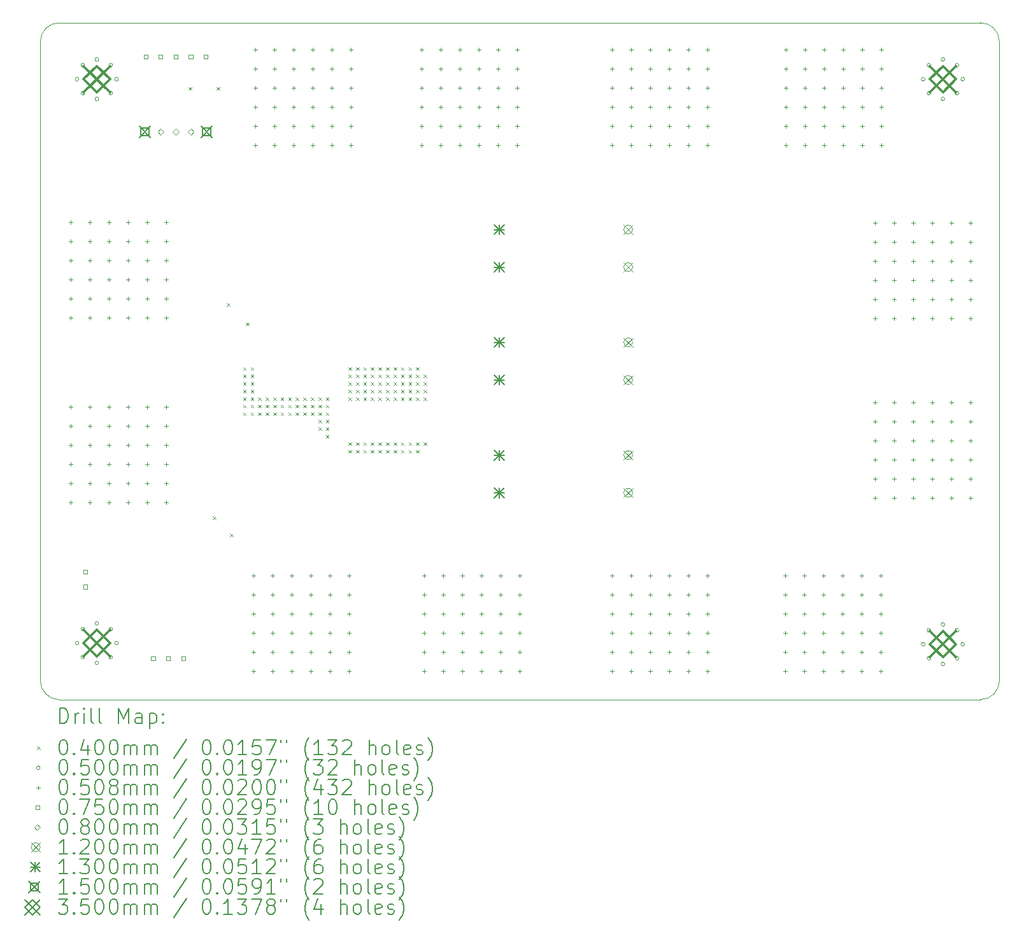
<source format=gbr>
%TF.GenerationSoftware,KiCad,Pcbnew,8.0.3-8.0.3-0~ubuntu22.04.1*%
%TF.CreationDate,2024-08-07T13:09:10+03:00*%
%TF.ProjectId,power_distribution_body,706f7765-725f-4646-9973-747269627574,rev?*%
%TF.SameCoordinates,Original*%
%TF.FileFunction,Drillmap*%
%TF.FilePolarity,Positive*%
%FSLAX45Y45*%
G04 Gerber Fmt 4.5, Leading zero omitted, Abs format (unit mm)*
G04 Created by KiCad (PCBNEW 8.0.3-8.0.3-0~ubuntu22.04.1) date 2024-08-07 13:09:10*
%MOMM*%
%LPD*%
G01*
G04 APERTURE LIST*
%ADD10C,0.050000*%
%ADD11C,0.200000*%
%ADD12C,0.100000*%
%ADD13C,0.120000*%
%ADD14C,0.130000*%
%ADD15C,0.150000*%
%ADD16C,0.350000*%
G04 APERTURE END LIST*
D10*
X8685000Y-13750000D02*
X8685000Y-5250000D01*
X8685000Y-5250000D02*
G75*
G02*
X8935000Y-5000000I250000J0D01*
G01*
X21185000Y-5000000D02*
G75*
G02*
X21435000Y-5250000I0J-250000D01*
G01*
X21435000Y-13750000D02*
G75*
G02*
X21185000Y-14000000I-250000J0D01*
G01*
X8935000Y-14000000D02*
G75*
G02*
X8685000Y-13750000I0J250000D01*
G01*
X8935000Y-5000000D02*
X21185000Y-5000000D01*
X21435000Y-5250000D02*
X21435000Y-13750000D01*
X21185000Y-14000000D02*
X8935000Y-14000000D01*
D11*
D12*
X10655000Y-5855000D02*
X10695000Y-5895000D01*
X10695000Y-5855000D02*
X10655000Y-5895000D01*
X10977000Y-11566000D02*
X11017000Y-11606000D01*
X11017000Y-11566000D02*
X10977000Y-11606000D01*
X11030000Y-5855000D02*
X11070000Y-5895000D01*
X11070000Y-5855000D02*
X11030000Y-5895000D01*
X11162000Y-8731000D02*
X11202000Y-8771000D01*
X11202000Y-8731000D02*
X11162000Y-8771000D01*
X11205000Y-11795000D02*
X11245000Y-11835000D01*
X11245000Y-11795000D02*
X11205000Y-11835000D01*
X11380000Y-9580000D02*
X11420000Y-9620000D01*
X11420000Y-9580000D02*
X11380000Y-9620000D01*
X11380000Y-9680000D02*
X11420000Y-9720000D01*
X11420000Y-9680000D02*
X11380000Y-9720000D01*
X11380000Y-9780000D02*
X11420000Y-9820000D01*
X11420000Y-9780000D02*
X11380000Y-9820000D01*
X11380000Y-9880000D02*
X11420000Y-9920000D01*
X11420000Y-9880000D02*
X11380000Y-9920000D01*
X11380000Y-9980000D02*
X11420000Y-10020000D01*
X11420000Y-9980000D02*
X11380000Y-10020000D01*
X11380000Y-10080000D02*
X11420000Y-10120000D01*
X11420000Y-10080000D02*
X11380000Y-10120000D01*
X11380000Y-10180000D02*
X11420000Y-10220000D01*
X11420000Y-10180000D02*
X11380000Y-10220000D01*
X11419000Y-8987000D02*
X11459000Y-9027000D01*
X11459000Y-8987000D02*
X11419000Y-9027000D01*
X11480000Y-9580000D02*
X11520000Y-9620000D01*
X11520000Y-9580000D02*
X11480000Y-9620000D01*
X11480000Y-9680000D02*
X11520000Y-9720000D01*
X11520000Y-9680000D02*
X11480000Y-9720000D01*
X11480000Y-9780000D02*
X11520000Y-9820000D01*
X11520000Y-9780000D02*
X11480000Y-9820000D01*
X11480000Y-9880000D02*
X11520000Y-9920000D01*
X11520000Y-9880000D02*
X11480000Y-9920000D01*
X11480000Y-9980000D02*
X11520000Y-10020000D01*
X11520000Y-9980000D02*
X11480000Y-10020000D01*
X11480000Y-10080000D02*
X11520000Y-10120000D01*
X11520000Y-10080000D02*
X11480000Y-10120000D01*
X11480000Y-10180000D02*
X11520000Y-10220000D01*
X11520000Y-10180000D02*
X11480000Y-10220000D01*
X11580000Y-9980000D02*
X11620000Y-10020000D01*
X11620000Y-9980000D02*
X11580000Y-10020000D01*
X11580000Y-10080000D02*
X11620000Y-10120000D01*
X11620000Y-10080000D02*
X11580000Y-10120000D01*
X11580000Y-10180000D02*
X11620000Y-10220000D01*
X11620000Y-10180000D02*
X11580000Y-10220000D01*
X11680000Y-9980000D02*
X11720000Y-10020000D01*
X11720000Y-9980000D02*
X11680000Y-10020000D01*
X11680000Y-10080000D02*
X11720000Y-10120000D01*
X11720000Y-10080000D02*
X11680000Y-10120000D01*
X11680000Y-10180000D02*
X11720000Y-10220000D01*
X11720000Y-10180000D02*
X11680000Y-10220000D01*
X11780000Y-9980000D02*
X11820000Y-10020000D01*
X11820000Y-9980000D02*
X11780000Y-10020000D01*
X11780000Y-10080000D02*
X11820000Y-10120000D01*
X11820000Y-10080000D02*
X11780000Y-10120000D01*
X11780000Y-10080000D02*
X11820000Y-10120000D01*
X11820000Y-10080000D02*
X11780000Y-10120000D01*
X11780000Y-10180000D02*
X11820000Y-10220000D01*
X11820000Y-10180000D02*
X11780000Y-10220000D01*
X11880000Y-9980000D02*
X11920000Y-10020000D01*
X11920000Y-9980000D02*
X11880000Y-10020000D01*
X11880000Y-10080000D02*
X11920000Y-10120000D01*
X11920000Y-10080000D02*
X11880000Y-10120000D01*
X11880000Y-10180000D02*
X11920000Y-10220000D01*
X11920000Y-10180000D02*
X11880000Y-10220000D01*
X11980000Y-9980000D02*
X12020000Y-10020000D01*
X12020000Y-9980000D02*
X11980000Y-10020000D01*
X11980000Y-10080000D02*
X12020000Y-10120000D01*
X12020000Y-10080000D02*
X11980000Y-10120000D01*
X11980000Y-10180000D02*
X12020000Y-10220000D01*
X12020000Y-10180000D02*
X11980000Y-10220000D01*
X12080000Y-9980000D02*
X12120000Y-10020000D01*
X12120000Y-9980000D02*
X12080000Y-10020000D01*
X12080000Y-10080000D02*
X12120000Y-10120000D01*
X12120000Y-10080000D02*
X12080000Y-10120000D01*
X12080000Y-10180000D02*
X12120000Y-10220000D01*
X12120000Y-10180000D02*
X12080000Y-10220000D01*
X12180000Y-9980000D02*
X12220000Y-10020000D01*
X12220000Y-9980000D02*
X12180000Y-10020000D01*
X12180000Y-10080000D02*
X12220000Y-10120000D01*
X12220000Y-10080000D02*
X12180000Y-10120000D01*
X12180000Y-10180000D02*
X12220000Y-10220000D01*
X12220000Y-10180000D02*
X12180000Y-10220000D01*
X12280000Y-9980000D02*
X12320000Y-10020000D01*
X12320000Y-9980000D02*
X12280000Y-10020000D01*
X12280000Y-10080000D02*
X12320000Y-10120000D01*
X12320000Y-10080000D02*
X12280000Y-10120000D01*
X12280000Y-10180000D02*
X12320000Y-10220000D01*
X12320000Y-10180000D02*
X12280000Y-10220000D01*
X12380000Y-9980000D02*
X12420000Y-10020000D01*
X12420000Y-9980000D02*
X12380000Y-10020000D01*
X12380000Y-10080000D02*
X12420000Y-10120000D01*
X12420000Y-10080000D02*
X12380000Y-10120000D01*
X12380000Y-10180000D02*
X12420000Y-10220000D01*
X12420000Y-10180000D02*
X12380000Y-10220000D01*
X12380000Y-10280000D02*
X12420000Y-10320000D01*
X12420000Y-10280000D02*
X12380000Y-10320000D01*
X12380000Y-10380000D02*
X12420000Y-10420000D01*
X12420000Y-10380000D02*
X12380000Y-10420000D01*
X12480000Y-9980000D02*
X12520000Y-10020000D01*
X12520000Y-9980000D02*
X12480000Y-10020000D01*
X12480000Y-10080000D02*
X12520000Y-10120000D01*
X12520000Y-10080000D02*
X12480000Y-10120000D01*
X12480000Y-10180000D02*
X12520000Y-10220000D01*
X12520000Y-10180000D02*
X12480000Y-10220000D01*
X12480000Y-10280000D02*
X12520000Y-10320000D01*
X12520000Y-10280000D02*
X12480000Y-10320000D01*
X12480000Y-10380000D02*
X12520000Y-10420000D01*
X12520000Y-10380000D02*
X12480000Y-10420000D01*
X12480000Y-10480000D02*
X12520000Y-10520000D01*
X12520000Y-10480000D02*
X12480000Y-10520000D01*
X12780000Y-9580000D02*
X12820000Y-9620000D01*
X12820000Y-9580000D02*
X12780000Y-9620000D01*
X12780000Y-9680000D02*
X12820000Y-9720000D01*
X12820000Y-9680000D02*
X12780000Y-9720000D01*
X12780000Y-9780000D02*
X12820000Y-9820000D01*
X12820000Y-9780000D02*
X12780000Y-9820000D01*
X12780000Y-9880000D02*
X12820000Y-9920000D01*
X12820000Y-9880000D02*
X12780000Y-9920000D01*
X12780000Y-9980000D02*
X12820000Y-10020000D01*
X12820000Y-9980000D02*
X12780000Y-10020000D01*
X12780000Y-10580000D02*
X12820000Y-10620000D01*
X12820000Y-10580000D02*
X12780000Y-10620000D01*
X12780000Y-10680000D02*
X12820000Y-10720000D01*
X12820000Y-10680000D02*
X12780000Y-10720000D01*
X12880000Y-9580000D02*
X12920000Y-9620000D01*
X12920000Y-9580000D02*
X12880000Y-9620000D01*
X12880000Y-9680000D02*
X12920000Y-9720000D01*
X12920000Y-9680000D02*
X12880000Y-9720000D01*
X12880000Y-9780000D02*
X12920000Y-9820000D01*
X12920000Y-9780000D02*
X12880000Y-9820000D01*
X12880000Y-9880000D02*
X12920000Y-9920000D01*
X12920000Y-9880000D02*
X12880000Y-9920000D01*
X12880000Y-9980000D02*
X12920000Y-10020000D01*
X12920000Y-9980000D02*
X12880000Y-10020000D01*
X12880000Y-10580000D02*
X12920000Y-10620000D01*
X12920000Y-10580000D02*
X12880000Y-10620000D01*
X12880000Y-10680000D02*
X12920000Y-10720000D01*
X12920000Y-10680000D02*
X12880000Y-10720000D01*
X12980000Y-9580000D02*
X13020000Y-9620000D01*
X13020000Y-9580000D02*
X12980000Y-9620000D01*
X12980000Y-9680000D02*
X13020000Y-9720000D01*
X13020000Y-9680000D02*
X12980000Y-9720000D01*
X12980000Y-9780000D02*
X13020000Y-9820000D01*
X13020000Y-9780000D02*
X12980000Y-9820000D01*
X12980000Y-9880000D02*
X13020000Y-9920000D01*
X13020000Y-9880000D02*
X12980000Y-9920000D01*
X12980000Y-9980000D02*
X13020000Y-10020000D01*
X13020000Y-9980000D02*
X12980000Y-10020000D01*
X12980000Y-10580000D02*
X13020000Y-10620000D01*
X13020000Y-10580000D02*
X12980000Y-10620000D01*
X12980000Y-10680000D02*
X13020000Y-10720000D01*
X13020000Y-10680000D02*
X12980000Y-10720000D01*
X13080000Y-9580000D02*
X13120000Y-9620000D01*
X13120000Y-9580000D02*
X13080000Y-9620000D01*
X13080000Y-9680000D02*
X13120000Y-9720000D01*
X13120000Y-9680000D02*
X13080000Y-9720000D01*
X13080000Y-9780000D02*
X13120000Y-9820000D01*
X13120000Y-9780000D02*
X13080000Y-9820000D01*
X13080000Y-9880000D02*
X13120000Y-9920000D01*
X13120000Y-9880000D02*
X13080000Y-9920000D01*
X13080000Y-9980000D02*
X13120000Y-10020000D01*
X13120000Y-9980000D02*
X13080000Y-10020000D01*
X13080000Y-10580000D02*
X13120000Y-10620000D01*
X13120000Y-10580000D02*
X13080000Y-10620000D01*
X13080000Y-10680000D02*
X13120000Y-10720000D01*
X13120000Y-10680000D02*
X13080000Y-10720000D01*
X13180000Y-9580000D02*
X13220000Y-9620000D01*
X13220000Y-9580000D02*
X13180000Y-9620000D01*
X13180000Y-9680000D02*
X13220000Y-9720000D01*
X13220000Y-9680000D02*
X13180000Y-9720000D01*
X13180000Y-9780000D02*
X13220000Y-9820000D01*
X13220000Y-9780000D02*
X13180000Y-9820000D01*
X13180000Y-9880000D02*
X13220000Y-9920000D01*
X13220000Y-9880000D02*
X13180000Y-9920000D01*
X13180000Y-9980000D02*
X13220000Y-10020000D01*
X13220000Y-9980000D02*
X13180000Y-10020000D01*
X13180000Y-10580000D02*
X13220000Y-10620000D01*
X13220000Y-10580000D02*
X13180000Y-10620000D01*
X13180000Y-10680000D02*
X13220000Y-10720000D01*
X13220000Y-10680000D02*
X13180000Y-10720000D01*
X13280000Y-9580000D02*
X13320000Y-9620000D01*
X13320000Y-9580000D02*
X13280000Y-9620000D01*
X13280000Y-9680000D02*
X13320000Y-9720000D01*
X13320000Y-9680000D02*
X13280000Y-9720000D01*
X13280000Y-9780000D02*
X13320000Y-9820000D01*
X13320000Y-9780000D02*
X13280000Y-9820000D01*
X13280000Y-9880000D02*
X13320000Y-9920000D01*
X13320000Y-9880000D02*
X13280000Y-9920000D01*
X13280000Y-9980000D02*
X13320000Y-10020000D01*
X13320000Y-9980000D02*
X13280000Y-10020000D01*
X13280000Y-10580000D02*
X13320000Y-10620000D01*
X13320000Y-10580000D02*
X13280000Y-10620000D01*
X13280000Y-10680000D02*
X13320000Y-10720000D01*
X13320000Y-10680000D02*
X13280000Y-10720000D01*
X13380000Y-9580000D02*
X13420000Y-9620000D01*
X13420000Y-9580000D02*
X13380000Y-9620000D01*
X13380000Y-9680000D02*
X13420000Y-9720000D01*
X13420000Y-9680000D02*
X13380000Y-9720000D01*
X13380000Y-9780000D02*
X13420000Y-9820000D01*
X13420000Y-9780000D02*
X13380000Y-9820000D01*
X13380000Y-9780000D02*
X13420000Y-9820000D01*
X13420000Y-9780000D02*
X13380000Y-9820000D01*
X13380000Y-9880000D02*
X13420000Y-9920000D01*
X13420000Y-9880000D02*
X13380000Y-9920000D01*
X13380000Y-9980000D02*
X13420000Y-10020000D01*
X13420000Y-9980000D02*
X13380000Y-10020000D01*
X13380000Y-10580000D02*
X13420000Y-10620000D01*
X13420000Y-10580000D02*
X13380000Y-10620000D01*
X13380000Y-10680000D02*
X13420000Y-10720000D01*
X13420000Y-10680000D02*
X13380000Y-10720000D01*
X13480000Y-9580000D02*
X13520000Y-9620000D01*
X13520000Y-9580000D02*
X13480000Y-9620000D01*
X13480000Y-9680000D02*
X13520000Y-9720000D01*
X13520000Y-9680000D02*
X13480000Y-9720000D01*
X13480000Y-9780000D02*
X13520000Y-9820000D01*
X13520000Y-9780000D02*
X13480000Y-9820000D01*
X13480000Y-9880000D02*
X13520000Y-9920000D01*
X13520000Y-9880000D02*
X13480000Y-9920000D01*
X13480000Y-9980000D02*
X13520000Y-10020000D01*
X13520000Y-9980000D02*
X13480000Y-10020000D01*
X13480000Y-10580000D02*
X13520000Y-10620000D01*
X13520000Y-10580000D02*
X13480000Y-10620000D01*
X13480000Y-10680000D02*
X13520000Y-10720000D01*
X13520000Y-10680000D02*
X13480000Y-10720000D01*
X13580000Y-9580000D02*
X13620000Y-9620000D01*
X13620000Y-9580000D02*
X13580000Y-9620000D01*
X13580000Y-9680000D02*
X13620000Y-9720000D01*
X13620000Y-9680000D02*
X13580000Y-9720000D01*
X13580000Y-9780000D02*
X13620000Y-9820000D01*
X13620000Y-9780000D02*
X13580000Y-9820000D01*
X13580000Y-9880000D02*
X13620000Y-9920000D01*
X13620000Y-9880000D02*
X13580000Y-9920000D01*
X13580000Y-9980000D02*
X13620000Y-10020000D01*
X13620000Y-9980000D02*
X13580000Y-10020000D01*
X13580000Y-10580000D02*
X13620000Y-10620000D01*
X13620000Y-10580000D02*
X13580000Y-10620000D01*
X13580000Y-10680000D02*
X13620000Y-10720000D01*
X13620000Y-10680000D02*
X13580000Y-10720000D01*
X13680000Y-9580000D02*
X13720000Y-9620000D01*
X13720000Y-9580000D02*
X13680000Y-9620000D01*
X13680000Y-9680000D02*
X13720000Y-9720000D01*
X13720000Y-9680000D02*
X13680000Y-9720000D01*
X13680000Y-9780000D02*
X13720000Y-9820000D01*
X13720000Y-9780000D02*
X13680000Y-9820000D01*
X13680000Y-9880000D02*
X13720000Y-9920000D01*
X13720000Y-9880000D02*
X13680000Y-9920000D01*
X13680000Y-9980000D02*
X13720000Y-10020000D01*
X13720000Y-9980000D02*
X13680000Y-10020000D01*
X13680000Y-10580000D02*
X13720000Y-10620000D01*
X13720000Y-10580000D02*
X13680000Y-10620000D01*
X13680000Y-10680000D02*
X13720000Y-10720000D01*
X13720000Y-10680000D02*
X13680000Y-10720000D01*
X13780000Y-9680000D02*
X13820000Y-9720000D01*
X13820000Y-9680000D02*
X13780000Y-9720000D01*
X13780000Y-9780000D02*
X13820000Y-9820000D01*
X13820000Y-9780000D02*
X13780000Y-9820000D01*
X13780000Y-9880000D02*
X13820000Y-9920000D01*
X13820000Y-9880000D02*
X13780000Y-9920000D01*
X13780000Y-9980000D02*
X13820000Y-10020000D01*
X13820000Y-9980000D02*
X13780000Y-10020000D01*
X13780000Y-10580000D02*
X13820000Y-10620000D01*
X13820000Y-10580000D02*
X13780000Y-10620000D01*
X9197500Y-5750000D02*
G75*
G02*
X9147500Y-5750000I-25000J0D01*
G01*
X9147500Y-5750000D02*
G75*
G02*
X9197500Y-5750000I25000J0D01*
G01*
X9197500Y-13250000D02*
G75*
G02*
X9147500Y-13250000I-25000J0D01*
G01*
X9147500Y-13250000D02*
G75*
G02*
X9197500Y-13250000I25000J0D01*
G01*
X9274385Y-5564385D02*
G75*
G02*
X9224385Y-5564385I-25000J0D01*
G01*
X9224385Y-5564385D02*
G75*
G02*
X9274385Y-5564385I25000J0D01*
G01*
X9274385Y-5935615D02*
G75*
G02*
X9224385Y-5935615I-25000J0D01*
G01*
X9224385Y-5935615D02*
G75*
G02*
X9274385Y-5935615I25000J0D01*
G01*
X9274385Y-13064384D02*
G75*
G02*
X9224385Y-13064384I-25000J0D01*
G01*
X9224385Y-13064384D02*
G75*
G02*
X9274385Y-13064384I25000J0D01*
G01*
X9274385Y-13435615D02*
G75*
G02*
X9224385Y-13435615I-25000J0D01*
G01*
X9224385Y-13435615D02*
G75*
G02*
X9274385Y-13435615I25000J0D01*
G01*
X9460000Y-5487500D02*
G75*
G02*
X9410000Y-5487500I-25000J0D01*
G01*
X9410000Y-5487500D02*
G75*
G02*
X9460000Y-5487500I25000J0D01*
G01*
X9460000Y-6012500D02*
G75*
G02*
X9410000Y-6012500I-25000J0D01*
G01*
X9410000Y-6012500D02*
G75*
G02*
X9460000Y-6012500I25000J0D01*
G01*
X9460000Y-12987500D02*
G75*
G02*
X9410000Y-12987500I-25000J0D01*
G01*
X9410000Y-12987500D02*
G75*
G02*
X9460000Y-12987500I25000J0D01*
G01*
X9460000Y-13512500D02*
G75*
G02*
X9410000Y-13512500I-25000J0D01*
G01*
X9410000Y-13512500D02*
G75*
G02*
X9460000Y-13512500I25000J0D01*
G01*
X9645616Y-5564385D02*
G75*
G02*
X9595616Y-5564385I-25000J0D01*
G01*
X9595616Y-5564385D02*
G75*
G02*
X9645616Y-5564385I25000J0D01*
G01*
X9645616Y-5935615D02*
G75*
G02*
X9595616Y-5935615I-25000J0D01*
G01*
X9595616Y-5935615D02*
G75*
G02*
X9645616Y-5935615I25000J0D01*
G01*
X9645616Y-13064384D02*
G75*
G02*
X9595616Y-13064384I-25000J0D01*
G01*
X9595616Y-13064384D02*
G75*
G02*
X9645616Y-13064384I25000J0D01*
G01*
X9645616Y-13435615D02*
G75*
G02*
X9595616Y-13435615I-25000J0D01*
G01*
X9595616Y-13435615D02*
G75*
G02*
X9645616Y-13435615I25000J0D01*
G01*
X9722500Y-5750000D02*
G75*
G02*
X9672500Y-5750000I-25000J0D01*
G01*
X9672500Y-5750000D02*
G75*
G02*
X9722500Y-5750000I25000J0D01*
G01*
X9722500Y-13250000D02*
G75*
G02*
X9672500Y-13250000I-25000J0D01*
G01*
X9672500Y-13250000D02*
G75*
G02*
X9722500Y-13250000I25000J0D01*
G01*
X20447500Y-5750000D02*
G75*
G02*
X20397500Y-5750000I-25000J0D01*
G01*
X20397500Y-5750000D02*
G75*
G02*
X20447500Y-5750000I25000J0D01*
G01*
X20447500Y-13264384D02*
G75*
G02*
X20397500Y-13264384I-25000J0D01*
G01*
X20397500Y-13264384D02*
G75*
G02*
X20447500Y-13264384I25000J0D01*
G01*
X20524385Y-5564385D02*
G75*
G02*
X20474385Y-5564385I-25000J0D01*
G01*
X20474385Y-5564385D02*
G75*
G02*
X20524385Y-5564385I25000J0D01*
G01*
X20524385Y-5935615D02*
G75*
G02*
X20474385Y-5935615I-25000J0D01*
G01*
X20474385Y-5935615D02*
G75*
G02*
X20524385Y-5935615I25000J0D01*
G01*
X20524385Y-13078769D02*
G75*
G02*
X20474385Y-13078769I-25000J0D01*
G01*
X20474385Y-13078769D02*
G75*
G02*
X20524385Y-13078769I25000J0D01*
G01*
X20524385Y-13450000D02*
G75*
G02*
X20474385Y-13450000I-25000J0D01*
G01*
X20474385Y-13450000D02*
G75*
G02*
X20524385Y-13450000I25000J0D01*
G01*
X20710000Y-5487500D02*
G75*
G02*
X20660000Y-5487500I-25000J0D01*
G01*
X20660000Y-5487500D02*
G75*
G02*
X20710000Y-5487500I25000J0D01*
G01*
X20710000Y-6012500D02*
G75*
G02*
X20660000Y-6012500I-25000J0D01*
G01*
X20660000Y-6012500D02*
G75*
G02*
X20710000Y-6012500I25000J0D01*
G01*
X20710000Y-13001884D02*
G75*
G02*
X20660000Y-13001884I-25000J0D01*
G01*
X20660000Y-13001884D02*
G75*
G02*
X20710000Y-13001884I25000J0D01*
G01*
X20710000Y-13526884D02*
G75*
G02*
X20660000Y-13526884I-25000J0D01*
G01*
X20660000Y-13526884D02*
G75*
G02*
X20710000Y-13526884I25000J0D01*
G01*
X20895616Y-5564385D02*
G75*
G02*
X20845616Y-5564385I-25000J0D01*
G01*
X20845616Y-5564385D02*
G75*
G02*
X20895616Y-5564385I25000J0D01*
G01*
X20895616Y-5935615D02*
G75*
G02*
X20845616Y-5935615I-25000J0D01*
G01*
X20845616Y-5935615D02*
G75*
G02*
X20895616Y-5935615I25000J0D01*
G01*
X20895616Y-13078769D02*
G75*
G02*
X20845616Y-13078769I-25000J0D01*
G01*
X20845616Y-13078769D02*
G75*
G02*
X20895616Y-13078769I25000J0D01*
G01*
X20895616Y-13450000D02*
G75*
G02*
X20845616Y-13450000I-25000J0D01*
G01*
X20845616Y-13450000D02*
G75*
G02*
X20895616Y-13450000I25000J0D01*
G01*
X20972500Y-5750000D02*
G75*
G02*
X20922500Y-5750000I-25000J0D01*
G01*
X20922500Y-5750000D02*
G75*
G02*
X20972500Y-5750000I25000J0D01*
G01*
X20972500Y-13264384D02*
G75*
G02*
X20922500Y-13264384I-25000J0D01*
G01*
X20922500Y-13264384D02*
G75*
G02*
X20972500Y-13264384I25000J0D01*
G01*
X9085000Y-7624600D02*
X9085000Y-7675400D01*
X9059600Y-7650000D02*
X9110400Y-7650000D01*
X9085000Y-7878600D02*
X9085000Y-7929400D01*
X9059600Y-7904000D02*
X9110400Y-7904000D01*
X9085000Y-8132600D02*
X9085000Y-8183400D01*
X9059600Y-8158000D02*
X9110400Y-8158000D01*
X9085000Y-8386600D02*
X9085000Y-8437400D01*
X9059600Y-8412000D02*
X9110400Y-8412000D01*
X9085000Y-8640600D02*
X9085000Y-8691400D01*
X9059600Y-8666000D02*
X9110400Y-8666000D01*
X9085000Y-8894600D02*
X9085000Y-8945400D01*
X9059600Y-8920000D02*
X9110400Y-8920000D01*
X9085000Y-10078600D02*
X9085000Y-10129400D01*
X9059600Y-10104000D02*
X9110400Y-10104000D01*
X9085000Y-10332600D02*
X9085000Y-10383400D01*
X9059600Y-10358000D02*
X9110400Y-10358000D01*
X9085000Y-10586600D02*
X9085000Y-10637400D01*
X9059600Y-10612000D02*
X9110400Y-10612000D01*
X9085000Y-10840600D02*
X9085000Y-10891400D01*
X9059600Y-10866000D02*
X9110400Y-10866000D01*
X9085000Y-11094600D02*
X9085000Y-11145400D01*
X9059600Y-11120000D02*
X9110400Y-11120000D01*
X9085000Y-11348600D02*
X9085000Y-11399400D01*
X9059600Y-11374000D02*
X9110400Y-11374000D01*
X9339000Y-7624600D02*
X9339000Y-7675400D01*
X9313600Y-7650000D02*
X9364400Y-7650000D01*
X9339000Y-7878600D02*
X9339000Y-7929400D01*
X9313600Y-7904000D02*
X9364400Y-7904000D01*
X9339000Y-8132600D02*
X9339000Y-8183400D01*
X9313600Y-8158000D02*
X9364400Y-8158000D01*
X9339000Y-8386600D02*
X9339000Y-8437400D01*
X9313600Y-8412000D02*
X9364400Y-8412000D01*
X9339000Y-8640600D02*
X9339000Y-8691400D01*
X9313600Y-8666000D02*
X9364400Y-8666000D01*
X9339000Y-8894600D02*
X9339000Y-8945400D01*
X9313600Y-8920000D02*
X9364400Y-8920000D01*
X9339000Y-10078600D02*
X9339000Y-10129400D01*
X9313600Y-10104000D02*
X9364400Y-10104000D01*
X9339000Y-10332600D02*
X9339000Y-10383400D01*
X9313600Y-10358000D02*
X9364400Y-10358000D01*
X9339000Y-10586600D02*
X9339000Y-10637400D01*
X9313600Y-10612000D02*
X9364400Y-10612000D01*
X9339000Y-10840600D02*
X9339000Y-10891400D01*
X9313600Y-10866000D02*
X9364400Y-10866000D01*
X9339000Y-11094600D02*
X9339000Y-11145400D01*
X9313600Y-11120000D02*
X9364400Y-11120000D01*
X9339000Y-11348600D02*
X9339000Y-11399400D01*
X9313600Y-11374000D02*
X9364400Y-11374000D01*
X9593000Y-7624600D02*
X9593000Y-7675400D01*
X9567600Y-7650000D02*
X9618400Y-7650000D01*
X9593000Y-7878600D02*
X9593000Y-7929400D01*
X9567600Y-7904000D02*
X9618400Y-7904000D01*
X9593000Y-8132600D02*
X9593000Y-8183400D01*
X9567600Y-8158000D02*
X9618400Y-8158000D01*
X9593000Y-8386600D02*
X9593000Y-8437400D01*
X9567600Y-8412000D02*
X9618400Y-8412000D01*
X9593000Y-8640600D02*
X9593000Y-8691400D01*
X9567600Y-8666000D02*
X9618400Y-8666000D01*
X9593000Y-8894600D02*
X9593000Y-8945400D01*
X9567600Y-8920000D02*
X9618400Y-8920000D01*
X9593000Y-10078600D02*
X9593000Y-10129400D01*
X9567600Y-10104000D02*
X9618400Y-10104000D01*
X9593000Y-10332600D02*
X9593000Y-10383400D01*
X9567600Y-10358000D02*
X9618400Y-10358000D01*
X9593000Y-10586600D02*
X9593000Y-10637400D01*
X9567600Y-10612000D02*
X9618400Y-10612000D01*
X9593000Y-10840600D02*
X9593000Y-10891400D01*
X9567600Y-10866000D02*
X9618400Y-10866000D01*
X9593000Y-11094600D02*
X9593000Y-11145400D01*
X9567600Y-11120000D02*
X9618400Y-11120000D01*
X9593000Y-11348600D02*
X9593000Y-11399400D01*
X9567600Y-11374000D02*
X9618400Y-11374000D01*
X9847000Y-7624600D02*
X9847000Y-7675400D01*
X9821600Y-7650000D02*
X9872400Y-7650000D01*
X9847000Y-7878600D02*
X9847000Y-7929400D01*
X9821600Y-7904000D02*
X9872400Y-7904000D01*
X9847000Y-8132600D02*
X9847000Y-8183400D01*
X9821600Y-8158000D02*
X9872400Y-8158000D01*
X9847000Y-8386600D02*
X9847000Y-8437400D01*
X9821600Y-8412000D02*
X9872400Y-8412000D01*
X9847000Y-8640600D02*
X9847000Y-8691400D01*
X9821600Y-8666000D02*
X9872400Y-8666000D01*
X9847000Y-8894600D02*
X9847000Y-8945400D01*
X9821600Y-8920000D02*
X9872400Y-8920000D01*
X9847000Y-10078600D02*
X9847000Y-10129400D01*
X9821600Y-10104000D02*
X9872400Y-10104000D01*
X9847000Y-10332600D02*
X9847000Y-10383400D01*
X9821600Y-10358000D02*
X9872400Y-10358000D01*
X9847000Y-10586600D02*
X9847000Y-10637400D01*
X9821600Y-10612000D02*
X9872400Y-10612000D01*
X9847000Y-10840600D02*
X9847000Y-10891400D01*
X9821600Y-10866000D02*
X9872400Y-10866000D01*
X9847000Y-11094600D02*
X9847000Y-11145400D01*
X9821600Y-11120000D02*
X9872400Y-11120000D01*
X9847000Y-11348600D02*
X9847000Y-11399400D01*
X9821600Y-11374000D02*
X9872400Y-11374000D01*
X10101000Y-7624600D02*
X10101000Y-7675400D01*
X10075600Y-7650000D02*
X10126400Y-7650000D01*
X10101000Y-7878600D02*
X10101000Y-7929400D01*
X10075600Y-7904000D02*
X10126400Y-7904000D01*
X10101000Y-8132600D02*
X10101000Y-8183400D01*
X10075600Y-8158000D02*
X10126400Y-8158000D01*
X10101000Y-8386600D02*
X10101000Y-8437400D01*
X10075600Y-8412000D02*
X10126400Y-8412000D01*
X10101000Y-8640600D02*
X10101000Y-8691400D01*
X10075600Y-8666000D02*
X10126400Y-8666000D01*
X10101000Y-8894600D02*
X10101000Y-8945400D01*
X10075600Y-8920000D02*
X10126400Y-8920000D01*
X10101000Y-10078600D02*
X10101000Y-10129400D01*
X10075600Y-10104000D02*
X10126400Y-10104000D01*
X10101000Y-10332600D02*
X10101000Y-10383400D01*
X10075600Y-10358000D02*
X10126400Y-10358000D01*
X10101000Y-10586600D02*
X10101000Y-10637400D01*
X10075600Y-10612000D02*
X10126400Y-10612000D01*
X10101000Y-10840600D02*
X10101000Y-10891400D01*
X10075600Y-10866000D02*
X10126400Y-10866000D01*
X10101000Y-11094600D02*
X10101000Y-11145400D01*
X10075600Y-11120000D02*
X10126400Y-11120000D01*
X10101000Y-11348600D02*
X10101000Y-11399400D01*
X10075600Y-11374000D02*
X10126400Y-11374000D01*
X10355000Y-7624600D02*
X10355000Y-7675400D01*
X10329600Y-7650000D02*
X10380400Y-7650000D01*
X10355000Y-7878600D02*
X10355000Y-7929400D01*
X10329600Y-7904000D02*
X10380400Y-7904000D01*
X10355000Y-8132600D02*
X10355000Y-8183400D01*
X10329600Y-8158000D02*
X10380400Y-8158000D01*
X10355000Y-8386600D02*
X10355000Y-8437400D01*
X10329600Y-8412000D02*
X10380400Y-8412000D01*
X10355000Y-8640600D02*
X10355000Y-8691400D01*
X10329600Y-8666000D02*
X10380400Y-8666000D01*
X10355000Y-8894600D02*
X10355000Y-8945400D01*
X10329600Y-8920000D02*
X10380400Y-8920000D01*
X10355000Y-10078600D02*
X10355000Y-10129400D01*
X10329600Y-10104000D02*
X10380400Y-10104000D01*
X10355000Y-10332600D02*
X10355000Y-10383400D01*
X10329600Y-10358000D02*
X10380400Y-10358000D01*
X10355000Y-10586600D02*
X10355000Y-10637400D01*
X10329600Y-10612000D02*
X10380400Y-10612000D01*
X10355000Y-10840600D02*
X10355000Y-10891400D01*
X10329600Y-10866000D02*
X10380400Y-10866000D01*
X10355000Y-11094600D02*
X10355000Y-11145400D01*
X10329600Y-11120000D02*
X10380400Y-11120000D01*
X10355000Y-11348600D02*
X10355000Y-11399400D01*
X10329600Y-11374000D02*
X10380400Y-11374000D01*
X11515000Y-12324600D02*
X11515000Y-12375400D01*
X11489600Y-12350000D02*
X11540400Y-12350000D01*
X11515000Y-12578600D02*
X11515000Y-12629400D01*
X11489600Y-12604000D02*
X11540400Y-12604000D01*
X11515000Y-12832600D02*
X11515000Y-12883400D01*
X11489600Y-12858000D02*
X11540400Y-12858000D01*
X11515000Y-13086600D02*
X11515000Y-13137400D01*
X11489600Y-13112000D02*
X11540400Y-13112000D01*
X11515000Y-13340600D02*
X11515000Y-13391400D01*
X11489600Y-13366000D02*
X11540400Y-13366000D01*
X11515000Y-13594600D02*
X11515000Y-13645400D01*
X11489600Y-13620000D02*
X11540400Y-13620000D01*
X11545000Y-5334600D02*
X11545000Y-5385400D01*
X11519600Y-5360000D02*
X11570400Y-5360000D01*
X11545000Y-5588600D02*
X11545000Y-5639400D01*
X11519600Y-5614000D02*
X11570400Y-5614000D01*
X11545000Y-5842600D02*
X11545000Y-5893400D01*
X11519600Y-5868000D02*
X11570400Y-5868000D01*
X11545000Y-6096600D02*
X11545000Y-6147400D01*
X11519600Y-6122000D02*
X11570400Y-6122000D01*
X11545000Y-6350600D02*
X11545000Y-6401400D01*
X11519600Y-6376000D02*
X11570400Y-6376000D01*
X11545000Y-6604600D02*
X11545000Y-6655400D01*
X11519600Y-6630000D02*
X11570400Y-6630000D01*
X11769000Y-12324600D02*
X11769000Y-12375400D01*
X11743600Y-12350000D02*
X11794400Y-12350000D01*
X11769000Y-12578600D02*
X11769000Y-12629400D01*
X11743600Y-12604000D02*
X11794400Y-12604000D01*
X11769000Y-12832600D02*
X11769000Y-12883400D01*
X11743600Y-12858000D02*
X11794400Y-12858000D01*
X11769000Y-13086600D02*
X11769000Y-13137400D01*
X11743600Y-13112000D02*
X11794400Y-13112000D01*
X11769000Y-13340600D02*
X11769000Y-13391400D01*
X11743600Y-13366000D02*
X11794400Y-13366000D01*
X11769000Y-13594600D02*
X11769000Y-13645400D01*
X11743600Y-13620000D02*
X11794400Y-13620000D01*
X11799000Y-5334600D02*
X11799000Y-5385400D01*
X11773600Y-5360000D02*
X11824400Y-5360000D01*
X11799000Y-5588600D02*
X11799000Y-5639400D01*
X11773600Y-5614000D02*
X11824400Y-5614000D01*
X11799000Y-5842600D02*
X11799000Y-5893400D01*
X11773600Y-5868000D02*
X11824400Y-5868000D01*
X11799000Y-6096600D02*
X11799000Y-6147400D01*
X11773600Y-6122000D02*
X11824400Y-6122000D01*
X11799000Y-6350600D02*
X11799000Y-6401400D01*
X11773600Y-6376000D02*
X11824400Y-6376000D01*
X11799000Y-6604600D02*
X11799000Y-6655400D01*
X11773600Y-6630000D02*
X11824400Y-6630000D01*
X12023000Y-12324600D02*
X12023000Y-12375400D01*
X11997600Y-12350000D02*
X12048400Y-12350000D01*
X12023000Y-12578600D02*
X12023000Y-12629400D01*
X11997600Y-12604000D02*
X12048400Y-12604000D01*
X12023000Y-12832600D02*
X12023000Y-12883400D01*
X11997600Y-12858000D02*
X12048400Y-12858000D01*
X12023000Y-13086600D02*
X12023000Y-13137400D01*
X11997600Y-13112000D02*
X12048400Y-13112000D01*
X12023000Y-13340600D02*
X12023000Y-13391400D01*
X11997600Y-13366000D02*
X12048400Y-13366000D01*
X12023000Y-13594600D02*
X12023000Y-13645400D01*
X11997600Y-13620000D02*
X12048400Y-13620000D01*
X12053000Y-5334600D02*
X12053000Y-5385400D01*
X12027600Y-5360000D02*
X12078400Y-5360000D01*
X12053000Y-5588600D02*
X12053000Y-5639400D01*
X12027600Y-5614000D02*
X12078400Y-5614000D01*
X12053000Y-5842600D02*
X12053000Y-5893400D01*
X12027600Y-5868000D02*
X12078400Y-5868000D01*
X12053000Y-6096600D02*
X12053000Y-6147400D01*
X12027600Y-6122000D02*
X12078400Y-6122000D01*
X12053000Y-6350600D02*
X12053000Y-6401400D01*
X12027600Y-6376000D02*
X12078400Y-6376000D01*
X12053000Y-6604600D02*
X12053000Y-6655400D01*
X12027600Y-6630000D02*
X12078400Y-6630000D01*
X12277000Y-12324600D02*
X12277000Y-12375400D01*
X12251600Y-12350000D02*
X12302400Y-12350000D01*
X12277000Y-12578600D02*
X12277000Y-12629400D01*
X12251600Y-12604000D02*
X12302400Y-12604000D01*
X12277000Y-12832600D02*
X12277000Y-12883400D01*
X12251600Y-12858000D02*
X12302400Y-12858000D01*
X12277000Y-13086600D02*
X12277000Y-13137400D01*
X12251600Y-13112000D02*
X12302400Y-13112000D01*
X12277000Y-13340600D02*
X12277000Y-13391400D01*
X12251600Y-13366000D02*
X12302400Y-13366000D01*
X12277000Y-13594600D02*
X12277000Y-13645400D01*
X12251600Y-13620000D02*
X12302400Y-13620000D01*
X12307000Y-5334600D02*
X12307000Y-5385400D01*
X12281600Y-5360000D02*
X12332400Y-5360000D01*
X12307000Y-5588600D02*
X12307000Y-5639400D01*
X12281600Y-5614000D02*
X12332400Y-5614000D01*
X12307000Y-5842600D02*
X12307000Y-5893400D01*
X12281600Y-5868000D02*
X12332400Y-5868000D01*
X12307000Y-6096600D02*
X12307000Y-6147400D01*
X12281600Y-6122000D02*
X12332400Y-6122000D01*
X12307000Y-6350600D02*
X12307000Y-6401400D01*
X12281600Y-6376000D02*
X12332400Y-6376000D01*
X12307000Y-6604600D02*
X12307000Y-6655400D01*
X12281600Y-6630000D02*
X12332400Y-6630000D01*
X12531000Y-12324600D02*
X12531000Y-12375400D01*
X12505600Y-12350000D02*
X12556400Y-12350000D01*
X12531000Y-12578600D02*
X12531000Y-12629400D01*
X12505600Y-12604000D02*
X12556400Y-12604000D01*
X12531000Y-12832600D02*
X12531000Y-12883400D01*
X12505600Y-12858000D02*
X12556400Y-12858000D01*
X12531000Y-13086600D02*
X12531000Y-13137400D01*
X12505600Y-13112000D02*
X12556400Y-13112000D01*
X12531000Y-13340600D02*
X12531000Y-13391400D01*
X12505600Y-13366000D02*
X12556400Y-13366000D01*
X12531000Y-13594600D02*
X12531000Y-13645400D01*
X12505600Y-13620000D02*
X12556400Y-13620000D01*
X12561000Y-5334600D02*
X12561000Y-5385400D01*
X12535600Y-5360000D02*
X12586400Y-5360000D01*
X12561000Y-5588600D02*
X12561000Y-5639400D01*
X12535600Y-5614000D02*
X12586400Y-5614000D01*
X12561000Y-5842600D02*
X12561000Y-5893400D01*
X12535600Y-5868000D02*
X12586400Y-5868000D01*
X12561000Y-6096600D02*
X12561000Y-6147400D01*
X12535600Y-6122000D02*
X12586400Y-6122000D01*
X12561000Y-6350600D02*
X12561000Y-6401400D01*
X12535600Y-6376000D02*
X12586400Y-6376000D01*
X12561000Y-6604600D02*
X12561000Y-6655400D01*
X12535600Y-6630000D02*
X12586400Y-6630000D01*
X12785000Y-12324600D02*
X12785000Y-12375400D01*
X12759600Y-12350000D02*
X12810400Y-12350000D01*
X12785000Y-12578600D02*
X12785000Y-12629400D01*
X12759600Y-12604000D02*
X12810400Y-12604000D01*
X12785000Y-12832600D02*
X12785000Y-12883400D01*
X12759600Y-12858000D02*
X12810400Y-12858000D01*
X12785000Y-13086600D02*
X12785000Y-13137400D01*
X12759600Y-13112000D02*
X12810400Y-13112000D01*
X12785000Y-13340600D02*
X12785000Y-13391400D01*
X12759600Y-13366000D02*
X12810400Y-13366000D01*
X12785000Y-13594600D02*
X12785000Y-13645400D01*
X12759600Y-13620000D02*
X12810400Y-13620000D01*
X12815000Y-5334600D02*
X12815000Y-5385400D01*
X12789600Y-5360000D02*
X12840400Y-5360000D01*
X12815000Y-5588600D02*
X12815000Y-5639400D01*
X12789600Y-5614000D02*
X12840400Y-5614000D01*
X12815000Y-5842600D02*
X12815000Y-5893400D01*
X12789600Y-5868000D02*
X12840400Y-5868000D01*
X12815000Y-6096600D02*
X12815000Y-6147400D01*
X12789600Y-6122000D02*
X12840400Y-6122000D01*
X12815000Y-6350600D02*
X12815000Y-6401400D01*
X12789600Y-6376000D02*
X12840400Y-6376000D01*
X12815000Y-6604600D02*
X12815000Y-6655400D01*
X12789600Y-6630000D02*
X12840400Y-6630000D01*
X13755000Y-5334600D02*
X13755000Y-5385400D01*
X13729600Y-5360000D02*
X13780400Y-5360000D01*
X13755000Y-5588600D02*
X13755000Y-5639400D01*
X13729600Y-5614000D02*
X13780400Y-5614000D01*
X13755000Y-5842600D02*
X13755000Y-5893400D01*
X13729600Y-5868000D02*
X13780400Y-5868000D01*
X13755000Y-6096600D02*
X13755000Y-6147400D01*
X13729600Y-6122000D02*
X13780400Y-6122000D01*
X13755000Y-6350600D02*
X13755000Y-6401400D01*
X13729600Y-6376000D02*
X13780400Y-6376000D01*
X13755000Y-6604600D02*
X13755000Y-6655400D01*
X13729600Y-6630000D02*
X13780400Y-6630000D01*
X13785000Y-12324600D02*
X13785000Y-12375400D01*
X13759600Y-12350000D02*
X13810400Y-12350000D01*
X13785000Y-12578600D02*
X13785000Y-12629400D01*
X13759600Y-12604000D02*
X13810400Y-12604000D01*
X13785000Y-12832600D02*
X13785000Y-12883400D01*
X13759600Y-12858000D02*
X13810400Y-12858000D01*
X13785000Y-13086600D02*
X13785000Y-13137400D01*
X13759600Y-13112000D02*
X13810400Y-13112000D01*
X13785000Y-13340600D02*
X13785000Y-13391400D01*
X13759600Y-13366000D02*
X13810400Y-13366000D01*
X13785000Y-13594600D02*
X13785000Y-13645400D01*
X13759600Y-13620000D02*
X13810400Y-13620000D01*
X14009000Y-5334600D02*
X14009000Y-5385400D01*
X13983600Y-5360000D02*
X14034400Y-5360000D01*
X14009000Y-5588600D02*
X14009000Y-5639400D01*
X13983600Y-5614000D02*
X14034400Y-5614000D01*
X14009000Y-5842600D02*
X14009000Y-5893400D01*
X13983600Y-5868000D02*
X14034400Y-5868000D01*
X14009000Y-6096600D02*
X14009000Y-6147400D01*
X13983600Y-6122000D02*
X14034400Y-6122000D01*
X14009000Y-6350600D02*
X14009000Y-6401400D01*
X13983600Y-6376000D02*
X14034400Y-6376000D01*
X14009000Y-6604600D02*
X14009000Y-6655400D01*
X13983600Y-6630000D02*
X14034400Y-6630000D01*
X14039000Y-12324600D02*
X14039000Y-12375400D01*
X14013600Y-12350000D02*
X14064400Y-12350000D01*
X14039000Y-12578600D02*
X14039000Y-12629400D01*
X14013600Y-12604000D02*
X14064400Y-12604000D01*
X14039000Y-12832600D02*
X14039000Y-12883400D01*
X14013600Y-12858000D02*
X14064400Y-12858000D01*
X14039000Y-13086600D02*
X14039000Y-13137400D01*
X14013600Y-13112000D02*
X14064400Y-13112000D01*
X14039000Y-13340600D02*
X14039000Y-13391400D01*
X14013600Y-13366000D02*
X14064400Y-13366000D01*
X14039000Y-13594600D02*
X14039000Y-13645400D01*
X14013600Y-13620000D02*
X14064400Y-13620000D01*
X14263000Y-5334600D02*
X14263000Y-5385400D01*
X14237600Y-5360000D02*
X14288400Y-5360000D01*
X14263000Y-5588600D02*
X14263000Y-5639400D01*
X14237600Y-5614000D02*
X14288400Y-5614000D01*
X14263000Y-5842600D02*
X14263000Y-5893400D01*
X14237600Y-5868000D02*
X14288400Y-5868000D01*
X14263000Y-6096600D02*
X14263000Y-6147400D01*
X14237600Y-6122000D02*
X14288400Y-6122000D01*
X14263000Y-6350600D02*
X14263000Y-6401400D01*
X14237600Y-6376000D02*
X14288400Y-6376000D01*
X14263000Y-6604600D02*
X14263000Y-6655400D01*
X14237600Y-6630000D02*
X14288400Y-6630000D01*
X14293000Y-12324600D02*
X14293000Y-12375400D01*
X14267600Y-12350000D02*
X14318400Y-12350000D01*
X14293000Y-12578600D02*
X14293000Y-12629400D01*
X14267600Y-12604000D02*
X14318400Y-12604000D01*
X14293000Y-12832600D02*
X14293000Y-12883400D01*
X14267600Y-12858000D02*
X14318400Y-12858000D01*
X14293000Y-13086600D02*
X14293000Y-13137400D01*
X14267600Y-13112000D02*
X14318400Y-13112000D01*
X14293000Y-13340600D02*
X14293000Y-13391400D01*
X14267600Y-13366000D02*
X14318400Y-13366000D01*
X14293000Y-13594600D02*
X14293000Y-13645400D01*
X14267600Y-13620000D02*
X14318400Y-13620000D01*
X14517000Y-5334600D02*
X14517000Y-5385400D01*
X14491600Y-5360000D02*
X14542400Y-5360000D01*
X14517000Y-5588600D02*
X14517000Y-5639400D01*
X14491600Y-5614000D02*
X14542400Y-5614000D01*
X14517000Y-5842600D02*
X14517000Y-5893400D01*
X14491600Y-5868000D02*
X14542400Y-5868000D01*
X14517000Y-6096600D02*
X14517000Y-6147400D01*
X14491600Y-6122000D02*
X14542400Y-6122000D01*
X14517000Y-6350600D02*
X14517000Y-6401400D01*
X14491600Y-6376000D02*
X14542400Y-6376000D01*
X14517000Y-6604600D02*
X14517000Y-6655400D01*
X14491600Y-6630000D02*
X14542400Y-6630000D01*
X14547000Y-12324600D02*
X14547000Y-12375400D01*
X14521600Y-12350000D02*
X14572400Y-12350000D01*
X14547000Y-12578600D02*
X14547000Y-12629400D01*
X14521600Y-12604000D02*
X14572400Y-12604000D01*
X14547000Y-12832600D02*
X14547000Y-12883400D01*
X14521600Y-12858000D02*
X14572400Y-12858000D01*
X14547000Y-13086600D02*
X14547000Y-13137400D01*
X14521600Y-13112000D02*
X14572400Y-13112000D01*
X14547000Y-13340600D02*
X14547000Y-13391400D01*
X14521600Y-13366000D02*
X14572400Y-13366000D01*
X14547000Y-13594600D02*
X14547000Y-13645400D01*
X14521600Y-13620000D02*
X14572400Y-13620000D01*
X14771000Y-5334600D02*
X14771000Y-5385400D01*
X14745600Y-5360000D02*
X14796400Y-5360000D01*
X14771000Y-5588600D02*
X14771000Y-5639400D01*
X14745600Y-5614000D02*
X14796400Y-5614000D01*
X14771000Y-5842600D02*
X14771000Y-5893400D01*
X14745600Y-5868000D02*
X14796400Y-5868000D01*
X14771000Y-6096600D02*
X14771000Y-6147400D01*
X14745600Y-6122000D02*
X14796400Y-6122000D01*
X14771000Y-6350600D02*
X14771000Y-6401400D01*
X14745600Y-6376000D02*
X14796400Y-6376000D01*
X14771000Y-6604600D02*
X14771000Y-6655400D01*
X14745600Y-6630000D02*
X14796400Y-6630000D01*
X14801000Y-12324600D02*
X14801000Y-12375400D01*
X14775600Y-12350000D02*
X14826400Y-12350000D01*
X14801000Y-12578600D02*
X14801000Y-12629400D01*
X14775600Y-12604000D02*
X14826400Y-12604000D01*
X14801000Y-12832600D02*
X14801000Y-12883400D01*
X14775600Y-12858000D02*
X14826400Y-12858000D01*
X14801000Y-13086600D02*
X14801000Y-13137400D01*
X14775600Y-13112000D02*
X14826400Y-13112000D01*
X14801000Y-13340600D02*
X14801000Y-13391400D01*
X14775600Y-13366000D02*
X14826400Y-13366000D01*
X14801000Y-13594600D02*
X14801000Y-13645400D01*
X14775600Y-13620000D02*
X14826400Y-13620000D01*
X15025000Y-5334600D02*
X15025000Y-5385400D01*
X14999600Y-5360000D02*
X15050400Y-5360000D01*
X15025000Y-5588600D02*
X15025000Y-5639400D01*
X14999600Y-5614000D02*
X15050400Y-5614000D01*
X15025000Y-5842600D02*
X15025000Y-5893400D01*
X14999600Y-5868000D02*
X15050400Y-5868000D01*
X15025000Y-6096600D02*
X15025000Y-6147400D01*
X14999600Y-6122000D02*
X15050400Y-6122000D01*
X15025000Y-6350600D02*
X15025000Y-6401400D01*
X14999600Y-6376000D02*
X15050400Y-6376000D01*
X15025000Y-6604600D02*
X15025000Y-6655400D01*
X14999600Y-6630000D02*
X15050400Y-6630000D01*
X15055000Y-12324600D02*
X15055000Y-12375400D01*
X15029600Y-12350000D02*
X15080400Y-12350000D01*
X15055000Y-12578600D02*
X15055000Y-12629400D01*
X15029600Y-12604000D02*
X15080400Y-12604000D01*
X15055000Y-12832600D02*
X15055000Y-12883400D01*
X15029600Y-12858000D02*
X15080400Y-12858000D01*
X15055000Y-13086600D02*
X15055000Y-13137400D01*
X15029600Y-13112000D02*
X15080400Y-13112000D01*
X15055000Y-13340600D02*
X15055000Y-13391400D01*
X15029600Y-13366000D02*
X15080400Y-13366000D01*
X15055000Y-13594600D02*
X15055000Y-13645400D01*
X15029600Y-13620000D02*
X15080400Y-13620000D01*
X16285000Y-5334600D02*
X16285000Y-5385400D01*
X16259600Y-5360000D02*
X16310400Y-5360000D01*
X16285000Y-5588600D02*
X16285000Y-5639400D01*
X16259600Y-5614000D02*
X16310400Y-5614000D01*
X16285000Y-5842600D02*
X16285000Y-5893400D01*
X16259600Y-5868000D02*
X16310400Y-5868000D01*
X16285000Y-6096600D02*
X16285000Y-6147400D01*
X16259600Y-6122000D02*
X16310400Y-6122000D01*
X16285000Y-6350600D02*
X16285000Y-6401400D01*
X16259600Y-6376000D02*
X16310400Y-6376000D01*
X16285000Y-6604600D02*
X16285000Y-6655400D01*
X16259600Y-6630000D02*
X16310400Y-6630000D01*
X16285000Y-12324600D02*
X16285000Y-12375400D01*
X16259600Y-12350000D02*
X16310400Y-12350000D01*
X16285000Y-12578600D02*
X16285000Y-12629400D01*
X16259600Y-12604000D02*
X16310400Y-12604000D01*
X16285000Y-12832600D02*
X16285000Y-12883400D01*
X16259600Y-12858000D02*
X16310400Y-12858000D01*
X16285000Y-13086600D02*
X16285000Y-13137400D01*
X16259600Y-13112000D02*
X16310400Y-13112000D01*
X16285000Y-13340600D02*
X16285000Y-13391400D01*
X16259600Y-13366000D02*
X16310400Y-13366000D01*
X16285000Y-13594600D02*
X16285000Y-13645400D01*
X16259600Y-13620000D02*
X16310400Y-13620000D01*
X16539000Y-5334600D02*
X16539000Y-5385400D01*
X16513600Y-5360000D02*
X16564400Y-5360000D01*
X16539000Y-5588600D02*
X16539000Y-5639400D01*
X16513600Y-5614000D02*
X16564400Y-5614000D01*
X16539000Y-5842600D02*
X16539000Y-5893400D01*
X16513600Y-5868000D02*
X16564400Y-5868000D01*
X16539000Y-6096600D02*
X16539000Y-6147400D01*
X16513600Y-6122000D02*
X16564400Y-6122000D01*
X16539000Y-6350600D02*
X16539000Y-6401400D01*
X16513600Y-6376000D02*
X16564400Y-6376000D01*
X16539000Y-6604600D02*
X16539000Y-6655400D01*
X16513600Y-6630000D02*
X16564400Y-6630000D01*
X16539000Y-12324600D02*
X16539000Y-12375400D01*
X16513600Y-12350000D02*
X16564400Y-12350000D01*
X16539000Y-12578600D02*
X16539000Y-12629400D01*
X16513600Y-12604000D02*
X16564400Y-12604000D01*
X16539000Y-12832600D02*
X16539000Y-12883400D01*
X16513600Y-12858000D02*
X16564400Y-12858000D01*
X16539000Y-13086600D02*
X16539000Y-13137400D01*
X16513600Y-13112000D02*
X16564400Y-13112000D01*
X16539000Y-13340600D02*
X16539000Y-13391400D01*
X16513600Y-13366000D02*
X16564400Y-13366000D01*
X16539000Y-13594600D02*
X16539000Y-13645400D01*
X16513600Y-13620000D02*
X16564400Y-13620000D01*
X16793000Y-5334600D02*
X16793000Y-5385400D01*
X16767600Y-5360000D02*
X16818400Y-5360000D01*
X16793000Y-5588600D02*
X16793000Y-5639400D01*
X16767600Y-5614000D02*
X16818400Y-5614000D01*
X16793000Y-5842600D02*
X16793000Y-5893400D01*
X16767600Y-5868000D02*
X16818400Y-5868000D01*
X16793000Y-6096600D02*
X16793000Y-6147400D01*
X16767600Y-6122000D02*
X16818400Y-6122000D01*
X16793000Y-6350600D02*
X16793000Y-6401400D01*
X16767600Y-6376000D02*
X16818400Y-6376000D01*
X16793000Y-6604600D02*
X16793000Y-6655400D01*
X16767600Y-6630000D02*
X16818400Y-6630000D01*
X16793000Y-12324600D02*
X16793000Y-12375400D01*
X16767600Y-12350000D02*
X16818400Y-12350000D01*
X16793000Y-12578600D02*
X16793000Y-12629400D01*
X16767600Y-12604000D02*
X16818400Y-12604000D01*
X16793000Y-12832600D02*
X16793000Y-12883400D01*
X16767600Y-12858000D02*
X16818400Y-12858000D01*
X16793000Y-13086600D02*
X16793000Y-13137400D01*
X16767600Y-13112000D02*
X16818400Y-13112000D01*
X16793000Y-13340600D02*
X16793000Y-13391400D01*
X16767600Y-13366000D02*
X16818400Y-13366000D01*
X16793000Y-13594600D02*
X16793000Y-13645400D01*
X16767600Y-13620000D02*
X16818400Y-13620000D01*
X17047000Y-5334600D02*
X17047000Y-5385400D01*
X17021600Y-5360000D02*
X17072400Y-5360000D01*
X17047000Y-5588600D02*
X17047000Y-5639400D01*
X17021600Y-5614000D02*
X17072400Y-5614000D01*
X17047000Y-5842600D02*
X17047000Y-5893400D01*
X17021600Y-5868000D02*
X17072400Y-5868000D01*
X17047000Y-6096600D02*
X17047000Y-6147400D01*
X17021600Y-6122000D02*
X17072400Y-6122000D01*
X17047000Y-6350600D02*
X17047000Y-6401400D01*
X17021600Y-6376000D02*
X17072400Y-6376000D01*
X17047000Y-6604600D02*
X17047000Y-6655400D01*
X17021600Y-6630000D02*
X17072400Y-6630000D01*
X17047000Y-12324600D02*
X17047000Y-12375400D01*
X17021600Y-12350000D02*
X17072400Y-12350000D01*
X17047000Y-12578600D02*
X17047000Y-12629400D01*
X17021600Y-12604000D02*
X17072400Y-12604000D01*
X17047000Y-12832600D02*
X17047000Y-12883400D01*
X17021600Y-12858000D02*
X17072400Y-12858000D01*
X17047000Y-13086600D02*
X17047000Y-13137400D01*
X17021600Y-13112000D02*
X17072400Y-13112000D01*
X17047000Y-13340600D02*
X17047000Y-13391400D01*
X17021600Y-13366000D02*
X17072400Y-13366000D01*
X17047000Y-13594600D02*
X17047000Y-13645400D01*
X17021600Y-13620000D02*
X17072400Y-13620000D01*
X17301000Y-5334600D02*
X17301000Y-5385400D01*
X17275600Y-5360000D02*
X17326400Y-5360000D01*
X17301000Y-5588600D02*
X17301000Y-5639400D01*
X17275600Y-5614000D02*
X17326400Y-5614000D01*
X17301000Y-5842600D02*
X17301000Y-5893400D01*
X17275600Y-5868000D02*
X17326400Y-5868000D01*
X17301000Y-6096600D02*
X17301000Y-6147400D01*
X17275600Y-6122000D02*
X17326400Y-6122000D01*
X17301000Y-6350600D02*
X17301000Y-6401400D01*
X17275600Y-6376000D02*
X17326400Y-6376000D01*
X17301000Y-6604600D02*
X17301000Y-6655400D01*
X17275600Y-6630000D02*
X17326400Y-6630000D01*
X17301000Y-12324600D02*
X17301000Y-12375400D01*
X17275600Y-12350000D02*
X17326400Y-12350000D01*
X17301000Y-12578600D02*
X17301000Y-12629400D01*
X17275600Y-12604000D02*
X17326400Y-12604000D01*
X17301000Y-12832600D02*
X17301000Y-12883400D01*
X17275600Y-12858000D02*
X17326400Y-12858000D01*
X17301000Y-13086600D02*
X17301000Y-13137400D01*
X17275600Y-13112000D02*
X17326400Y-13112000D01*
X17301000Y-13340600D02*
X17301000Y-13391400D01*
X17275600Y-13366000D02*
X17326400Y-13366000D01*
X17301000Y-13594600D02*
X17301000Y-13645400D01*
X17275600Y-13620000D02*
X17326400Y-13620000D01*
X17555000Y-5334600D02*
X17555000Y-5385400D01*
X17529600Y-5360000D02*
X17580400Y-5360000D01*
X17555000Y-5588600D02*
X17555000Y-5639400D01*
X17529600Y-5614000D02*
X17580400Y-5614000D01*
X17555000Y-5842600D02*
X17555000Y-5893400D01*
X17529600Y-5868000D02*
X17580400Y-5868000D01*
X17555000Y-6096600D02*
X17555000Y-6147400D01*
X17529600Y-6122000D02*
X17580400Y-6122000D01*
X17555000Y-6350600D02*
X17555000Y-6401400D01*
X17529600Y-6376000D02*
X17580400Y-6376000D01*
X17555000Y-6604600D02*
X17555000Y-6655400D01*
X17529600Y-6630000D02*
X17580400Y-6630000D01*
X17555000Y-12324600D02*
X17555000Y-12375400D01*
X17529600Y-12350000D02*
X17580400Y-12350000D01*
X17555000Y-12578600D02*
X17555000Y-12629400D01*
X17529600Y-12604000D02*
X17580400Y-12604000D01*
X17555000Y-12832600D02*
X17555000Y-12883400D01*
X17529600Y-12858000D02*
X17580400Y-12858000D01*
X17555000Y-13086600D02*
X17555000Y-13137400D01*
X17529600Y-13112000D02*
X17580400Y-13112000D01*
X17555000Y-13340600D02*
X17555000Y-13391400D01*
X17529600Y-13366000D02*
X17580400Y-13366000D01*
X17555000Y-13594600D02*
X17555000Y-13645400D01*
X17529600Y-13620000D02*
X17580400Y-13620000D01*
X18585000Y-12324600D02*
X18585000Y-12375400D01*
X18559600Y-12350000D02*
X18610400Y-12350000D01*
X18585000Y-12578600D02*
X18585000Y-12629400D01*
X18559600Y-12604000D02*
X18610400Y-12604000D01*
X18585000Y-12832600D02*
X18585000Y-12883400D01*
X18559600Y-12858000D02*
X18610400Y-12858000D01*
X18585000Y-13086600D02*
X18585000Y-13137400D01*
X18559600Y-13112000D02*
X18610400Y-13112000D01*
X18585000Y-13340600D02*
X18585000Y-13391400D01*
X18559600Y-13366000D02*
X18610400Y-13366000D01*
X18585000Y-13594600D02*
X18585000Y-13645400D01*
X18559600Y-13620000D02*
X18610400Y-13620000D01*
X18595000Y-5334600D02*
X18595000Y-5385400D01*
X18569600Y-5360000D02*
X18620400Y-5360000D01*
X18595000Y-5588600D02*
X18595000Y-5639400D01*
X18569600Y-5614000D02*
X18620400Y-5614000D01*
X18595000Y-5842600D02*
X18595000Y-5893400D01*
X18569600Y-5868000D02*
X18620400Y-5868000D01*
X18595000Y-6096600D02*
X18595000Y-6147400D01*
X18569600Y-6122000D02*
X18620400Y-6122000D01*
X18595000Y-6350600D02*
X18595000Y-6401400D01*
X18569600Y-6376000D02*
X18620400Y-6376000D01*
X18595000Y-6604600D02*
X18595000Y-6655400D01*
X18569600Y-6630000D02*
X18620400Y-6630000D01*
X18839000Y-12324600D02*
X18839000Y-12375400D01*
X18813600Y-12350000D02*
X18864400Y-12350000D01*
X18839000Y-12578600D02*
X18839000Y-12629400D01*
X18813600Y-12604000D02*
X18864400Y-12604000D01*
X18839000Y-12832600D02*
X18839000Y-12883400D01*
X18813600Y-12858000D02*
X18864400Y-12858000D01*
X18839000Y-13086600D02*
X18839000Y-13137400D01*
X18813600Y-13112000D02*
X18864400Y-13112000D01*
X18839000Y-13340600D02*
X18839000Y-13391400D01*
X18813600Y-13366000D02*
X18864400Y-13366000D01*
X18839000Y-13594600D02*
X18839000Y-13645400D01*
X18813600Y-13620000D02*
X18864400Y-13620000D01*
X18849000Y-5334600D02*
X18849000Y-5385400D01*
X18823600Y-5360000D02*
X18874400Y-5360000D01*
X18849000Y-5588600D02*
X18849000Y-5639400D01*
X18823600Y-5614000D02*
X18874400Y-5614000D01*
X18849000Y-5842600D02*
X18849000Y-5893400D01*
X18823600Y-5868000D02*
X18874400Y-5868000D01*
X18849000Y-6096600D02*
X18849000Y-6147400D01*
X18823600Y-6122000D02*
X18874400Y-6122000D01*
X18849000Y-6350600D02*
X18849000Y-6401400D01*
X18823600Y-6376000D02*
X18874400Y-6376000D01*
X18849000Y-6604600D02*
X18849000Y-6655400D01*
X18823600Y-6630000D02*
X18874400Y-6630000D01*
X19093000Y-12324600D02*
X19093000Y-12375400D01*
X19067600Y-12350000D02*
X19118400Y-12350000D01*
X19093000Y-12578600D02*
X19093000Y-12629400D01*
X19067600Y-12604000D02*
X19118400Y-12604000D01*
X19093000Y-12832600D02*
X19093000Y-12883400D01*
X19067600Y-12858000D02*
X19118400Y-12858000D01*
X19093000Y-13086600D02*
X19093000Y-13137400D01*
X19067600Y-13112000D02*
X19118400Y-13112000D01*
X19093000Y-13340600D02*
X19093000Y-13391400D01*
X19067600Y-13366000D02*
X19118400Y-13366000D01*
X19093000Y-13594600D02*
X19093000Y-13645400D01*
X19067600Y-13620000D02*
X19118400Y-13620000D01*
X19103000Y-5334600D02*
X19103000Y-5385400D01*
X19077600Y-5360000D02*
X19128400Y-5360000D01*
X19103000Y-5588600D02*
X19103000Y-5639400D01*
X19077600Y-5614000D02*
X19128400Y-5614000D01*
X19103000Y-5842600D02*
X19103000Y-5893400D01*
X19077600Y-5868000D02*
X19128400Y-5868000D01*
X19103000Y-6096600D02*
X19103000Y-6147400D01*
X19077600Y-6122000D02*
X19128400Y-6122000D01*
X19103000Y-6350600D02*
X19103000Y-6401400D01*
X19077600Y-6376000D02*
X19128400Y-6376000D01*
X19103000Y-6604600D02*
X19103000Y-6655400D01*
X19077600Y-6630000D02*
X19128400Y-6630000D01*
X19347000Y-12324600D02*
X19347000Y-12375400D01*
X19321600Y-12350000D02*
X19372400Y-12350000D01*
X19347000Y-12578600D02*
X19347000Y-12629400D01*
X19321600Y-12604000D02*
X19372400Y-12604000D01*
X19347000Y-12832600D02*
X19347000Y-12883400D01*
X19321600Y-12858000D02*
X19372400Y-12858000D01*
X19347000Y-13086600D02*
X19347000Y-13137400D01*
X19321600Y-13112000D02*
X19372400Y-13112000D01*
X19347000Y-13340600D02*
X19347000Y-13391400D01*
X19321600Y-13366000D02*
X19372400Y-13366000D01*
X19347000Y-13594600D02*
X19347000Y-13645400D01*
X19321600Y-13620000D02*
X19372400Y-13620000D01*
X19357000Y-5334600D02*
X19357000Y-5385400D01*
X19331600Y-5360000D02*
X19382400Y-5360000D01*
X19357000Y-5588600D02*
X19357000Y-5639400D01*
X19331600Y-5614000D02*
X19382400Y-5614000D01*
X19357000Y-5842600D02*
X19357000Y-5893400D01*
X19331600Y-5868000D02*
X19382400Y-5868000D01*
X19357000Y-6096600D02*
X19357000Y-6147400D01*
X19331600Y-6122000D02*
X19382400Y-6122000D01*
X19357000Y-6350600D02*
X19357000Y-6401400D01*
X19331600Y-6376000D02*
X19382400Y-6376000D01*
X19357000Y-6604600D02*
X19357000Y-6655400D01*
X19331600Y-6630000D02*
X19382400Y-6630000D01*
X19601000Y-12324600D02*
X19601000Y-12375400D01*
X19575600Y-12350000D02*
X19626400Y-12350000D01*
X19601000Y-12578600D02*
X19601000Y-12629400D01*
X19575600Y-12604000D02*
X19626400Y-12604000D01*
X19601000Y-12832600D02*
X19601000Y-12883400D01*
X19575600Y-12858000D02*
X19626400Y-12858000D01*
X19601000Y-13086600D02*
X19601000Y-13137400D01*
X19575600Y-13112000D02*
X19626400Y-13112000D01*
X19601000Y-13340600D02*
X19601000Y-13391400D01*
X19575600Y-13366000D02*
X19626400Y-13366000D01*
X19601000Y-13594600D02*
X19601000Y-13645400D01*
X19575600Y-13620000D02*
X19626400Y-13620000D01*
X19611000Y-5334600D02*
X19611000Y-5385400D01*
X19585600Y-5360000D02*
X19636400Y-5360000D01*
X19611000Y-5588600D02*
X19611000Y-5639400D01*
X19585600Y-5614000D02*
X19636400Y-5614000D01*
X19611000Y-5842600D02*
X19611000Y-5893400D01*
X19585600Y-5868000D02*
X19636400Y-5868000D01*
X19611000Y-6096600D02*
X19611000Y-6147400D01*
X19585600Y-6122000D02*
X19636400Y-6122000D01*
X19611000Y-6350600D02*
X19611000Y-6401400D01*
X19585600Y-6376000D02*
X19636400Y-6376000D01*
X19611000Y-6604600D02*
X19611000Y-6655400D01*
X19585600Y-6630000D02*
X19636400Y-6630000D01*
X19785000Y-7634600D02*
X19785000Y-7685400D01*
X19759600Y-7660000D02*
X19810400Y-7660000D01*
X19785000Y-7888600D02*
X19785000Y-7939400D01*
X19759600Y-7914000D02*
X19810400Y-7914000D01*
X19785000Y-8142600D02*
X19785000Y-8193400D01*
X19759600Y-8168000D02*
X19810400Y-8168000D01*
X19785000Y-8396600D02*
X19785000Y-8447400D01*
X19759600Y-8422000D02*
X19810400Y-8422000D01*
X19785000Y-8650600D02*
X19785000Y-8701400D01*
X19759600Y-8676000D02*
X19810400Y-8676000D01*
X19785000Y-8904600D02*
X19785000Y-8955400D01*
X19759600Y-8930000D02*
X19810400Y-8930000D01*
X19785000Y-10024600D02*
X19785000Y-10075400D01*
X19759600Y-10050000D02*
X19810400Y-10050000D01*
X19785000Y-10278600D02*
X19785000Y-10329400D01*
X19759600Y-10304000D02*
X19810400Y-10304000D01*
X19785000Y-10532600D02*
X19785000Y-10583400D01*
X19759600Y-10558000D02*
X19810400Y-10558000D01*
X19785000Y-10786600D02*
X19785000Y-10837400D01*
X19759600Y-10812000D02*
X19810400Y-10812000D01*
X19785000Y-11040600D02*
X19785000Y-11091400D01*
X19759600Y-11066000D02*
X19810400Y-11066000D01*
X19785000Y-11294600D02*
X19785000Y-11345400D01*
X19759600Y-11320000D02*
X19810400Y-11320000D01*
X19855000Y-12324600D02*
X19855000Y-12375400D01*
X19829600Y-12350000D02*
X19880400Y-12350000D01*
X19855000Y-12578600D02*
X19855000Y-12629400D01*
X19829600Y-12604000D02*
X19880400Y-12604000D01*
X19855000Y-12832600D02*
X19855000Y-12883400D01*
X19829600Y-12858000D02*
X19880400Y-12858000D01*
X19855000Y-13086600D02*
X19855000Y-13137400D01*
X19829600Y-13112000D02*
X19880400Y-13112000D01*
X19855000Y-13340600D02*
X19855000Y-13391400D01*
X19829600Y-13366000D02*
X19880400Y-13366000D01*
X19855000Y-13594600D02*
X19855000Y-13645400D01*
X19829600Y-13620000D02*
X19880400Y-13620000D01*
X19865000Y-5334600D02*
X19865000Y-5385400D01*
X19839600Y-5360000D02*
X19890400Y-5360000D01*
X19865000Y-5588600D02*
X19865000Y-5639400D01*
X19839600Y-5614000D02*
X19890400Y-5614000D01*
X19865000Y-5842600D02*
X19865000Y-5893400D01*
X19839600Y-5868000D02*
X19890400Y-5868000D01*
X19865000Y-6096600D02*
X19865000Y-6147400D01*
X19839600Y-6122000D02*
X19890400Y-6122000D01*
X19865000Y-6350600D02*
X19865000Y-6401400D01*
X19839600Y-6376000D02*
X19890400Y-6376000D01*
X19865000Y-6604600D02*
X19865000Y-6655400D01*
X19839600Y-6630000D02*
X19890400Y-6630000D01*
X20039000Y-7634600D02*
X20039000Y-7685400D01*
X20013600Y-7660000D02*
X20064400Y-7660000D01*
X20039000Y-7888600D02*
X20039000Y-7939400D01*
X20013600Y-7914000D02*
X20064400Y-7914000D01*
X20039000Y-8142600D02*
X20039000Y-8193400D01*
X20013600Y-8168000D02*
X20064400Y-8168000D01*
X20039000Y-8396600D02*
X20039000Y-8447400D01*
X20013600Y-8422000D02*
X20064400Y-8422000D01*
X20039000Y-8650600D02*
X20039000Y-8701400D01*
X20013600Y-8676000D02*
X20064400Y-8676000D01*
X20039000Y-8904600D02*
X20039000Y-8955400D01*
X20013600Y-8930000D02*
X20064400Y-8930000D01*
X20039000Y-10024600D02*
X20039000Y-10075400D01*
X20013600Y-10050000D02*
X20064400Y-10050000D01*
X20039000Y-10278600D02*
X20039000Y-10329400D01*
X20013600Y-10304000D02*
X20064400Y-10304000D01*
X20039000Y-10532600D02*
X20039000Y-10583400D01*
X20013600Y-10558000D02*
X20064400Y-10558000D01*
X20039000Y-10786600D02*
X20039000Y-10837400D01*
X20013600Y-10812000D02*
X20064400Y-10812000D01*
X20039000Y-11040600D02*
X20039000Y-11091400D01*
X20013600Y-11066000D02*
X20064400Y-11066000D01*
X20039000Y-11294600D02*
X20039000Y-11345400D01*
X20013600Y-11320000D02*
X20064400Y-11320000D01*
X20293000Y-7634600D02*
X20293000Y-7685400D01*
X20267600Y-7660000D02*
X20318400Y-7660000D01*
X20293000Y-7888600D02*
X20293000Y-7939400D01*
X20267600Y-7914000D02*
X20318400Y-7914000D01*
X20293000Y-8142600D02*
X20293000Y-8193400D01*
X20267600Y-8168000D02*
X20318400Y-8168000D01*
X20293000Y-8396600D02*
X20293000Y-8447400D01*
X20267600Y-8422000D02*
X20318400Y-8422000D01*
X20293000Y-8650600D02*
X20293000Y-8701400D01*
X20267600Y-8676000D02*
X20318400Y-8676000D01*
X20293000Y-8904600D02*
X20293000Y-8955400D01*
X20267600Y-8930000D02*
X20318400Y-8930000D01*
X20293000Y-10024600D02*
X20293000Y-10075400D01*
X20267600Y-10050000D02*
X20318400Y-10050000D01*
X20293000Y-10278600D02*
X20293000Y-10329400D01*
X20267600Y-10304000D02*
X20318400Y-10304000D01*
X20293000Y-10532600D02*
X20293000Y-10583400D01*
X20267600Y-10558000D02*
X20318400Y-10558000D01*
X20293000Y-10786600D02*
X20293000Y-10837400D01*
X20267600Y-10812000D02*
X20318400Y-10812000D01*
X20293000Y-11040600D02*
X20293000Y-11091400D01*
X20267600Y-11066000D02*
X20318400Y-11066000D01*
X20293000Y-11294600D02*
X20293000Y-11345400D01*
X20267600Y-11320000D02*
X20318400Y-11320000D01*
X20547000Y-7634600D02*
X20547000Y-7685400D01*
X20521600Y-7660000D02*
X20572400Y-7660000D01*
X20547000Y-7888600D02*
X20547000Y-7939400D01*
X20521600Y-7914000D02*
X20572400Y-7914000D01*
X20547000Y-8142600D02*
X20547000Y-8193400D01*
X20521600Y-8168000D02*
X20572400Y-8168000D01*
X20547000Y-8396600D02*
X20547000Y-8447400D01*
X20521600Y-8422000D02*
X20572400Y-8422000D01*
X20547000Y-8650600D02*
X20547000Y-8701400D01*
X20521600Y-8676000D02*
X20572400Y-8676000D01*
X20547000Y-8904600D02*
X20547000Y-8955400D01*
X20521600Y-8930000D02*
X20572400Y-8930000D01*
X20547000Y-10024600D02*
X20547000Y-10075400D01*
X20521600Y-10050000D02*
X20572400Y-10050000D01*
X20547000Y-10278600D02*
X20547000Y-10329400D01*
X20521600Y-10304000D02*
X20572400Y-10304000D01*
X20547000Y-10532600D02*
X20547000Y-10583400D01*
X20521600Y-10558000D02*
X20572400Y-10558000D01*
X20547000Y-10786600D02*
X20547000Y-10837400D01*
X20521600Y-10812000D02*
X20572400Y-10812000D01*
X20547000Y-11040600D02*
X20547000Y-11091400D01*
X20521600Y-11066000D02*
X20572400Y-11066000D01*
X20547000Y-11294600D02*
X20547000Y-11345400D01*
X20521600Y-11320000D02*
X20572400Y-11320000D01*
X20801000Y-7634600D02*
X20801000Y-7685400D01*
X20775600Y-7660000D02*
X20826400Y-7660000D01*
X20801000Y-7888600D02*
X20801000Y-7939400D01*
X20775600Y-7914000D02*
X20826400Y-7914000D01*
X20801000Y-8142600D02*
X20801000Y-8193400D01*
X20775600Y-8168000D02*
X20826400Y-8168000D01*
X20801000Y-8396600D02*
X20801000Y-8447400D01*
X20775600Y-8422000D02*
X20826400Y-8422000D01*
X20801000Y-8650600D02*
X20801000Y-8701400D01*
X20775600Y-8676000D02*
X20826400Y-8676000D01*
X20801000Y-8904600D02*
X20801000Y-8955400D01*
X20775600Y-8930000D02*
X20826400Y-8930000D01*
X20801000Y-10024600D02*
X20801000Y-10075400D01*
X20775600Y-10050000D02*
X20826400Y-10050000D01*
X20801000Y-10278600D02*
X20801000Y-10329400D01*
X20775600Y-10304000D02*
X20826400Y-10304000D01*
X20801000Y-10532600D02*
X20801000Y-10583400D01*
X20775600Y-10558000D02*
X20826400Y-10558000D01*
X20801000Y-10786600D02*
X20801000Y-10837400D01*
X20775600Y-10812000D02*
X20826400Y-10812000D01*
X20801000Y-11040600D02*
X20801000Y-11091400D01*
X20775600Y-11066000D02*
X20826400Y-11066000D01*
X20801000Y-11294600D02*
X20801000Y-11345400D01*
X20775600Y-11320000D02*
X20826400Y-11320000D01*
X21055000Y-7634600D02*
X21055000Y-7685400D01*
X21029600Y-7660000D02*
X21080400Y-7660000D01*
X21055000Y-7888600D02*
X21055000Y-7939400D01*
X21029600Y-7914000D02*
X21080400Y-7914000D01*
X21055000Y-8142600D02*
X21055000Y-8193400D01*
X21029600Y-8168000D02*
X21080400Y-8168000D01*
X21055000Y-8396600D02*
X21055000Y-8447400D01*
X21029600Y-8422000D02*
X21080400Y-8422000D01*
X21055000Y-8650600D02*
X21055000Y-8701400D01*
X21029600Y-8676000D02*
X21080400Y-8676000D01*
X21055000Y-8904600D02*
X21055000Y-8955400D01*
X21029600Y-8930000D02*
X21080400Y-8930000D01*
X21055000Y-10024600D02*
X21055000Y-10075400D01*
X21029600Y-10050000D02*
X21080400Y-10050000D01*
X21055000Y-10278600D02*
X21055000Y-10329400D01*
X21029600Y-10304000D02*
X21080400Y-10304000D01*
X21055000Y-10532600D02*
X21055000Y-10583400D01*
X21029600Y-10558000D02*
X21080400Y-10558000D01*
X21055000Y-10786600D02*
X21055000Y-10837400D01*
X21029600Y-10812000D02*
X21080400Y-10812000D01*
X21055000Y-11040600D02*
X21055000Y-11091400D01*
X21029600Y-11066000D02*
X21080400Y-11066000D01*
X21055000Y-11294600D02*
X21055000Y-11345400D01*
X21029600Y-11320000D02*
X21080400Y-11320000D01*
X9311517Y-12326517D02*
X9311517Y-12273483D01*
X9258483Y-12273483D01*
X9258483Y-12326517D01*
X9311517Y-12326517D01*
X9311517Y-12526517D02*
X9311517Y-12473483D01*
X9258483Y-12473483D01*
X9258483Y-12526517D01*
X9311517Y-12526517D01*
X10111517Y-5476517D02*
X10111517Y-5423483D01*
X10058483Y-5423483D01*
X10058483Y-5476517D01*
X10111517Y-5476517D01*
X10211517Y-13476517D02*
X10211517Y-13423483D01*
X10158483Y-13423483D01*
X10158483Y-13476517D01*
X10211517Y-13476517D01*
X10311517Y-5476517D02*
X10311517Y-5423483D01*
X10258483Y-5423483D01*
X10258483Y-5476517D01*
X10311517Y-5476517D01*
X10411517Y-13476517D02*
X10411517Y-13423483D01*
X10358483Y-13423483D01*
X10358483Y-13476517D01*
X10411517Y-13476517D01*
X10511517Y-5476517D02*
X10511517Y-5423483D01*
X10458483Y-5423483D01*
X10458483Y-5476517D01*
X10511517Y-5476517D01*
X10611517Y-13476517D02*
X10611517Y-13423483D01*
X10558483Y-13423483D01*
X10558483Y-13476517D01*
X10611517Y-13476517D01*
X10711517Y-5476517D02*
X10711517Y-5423483D01*
X10658483Y-5423483D01*
X10658483Y-5476517D01*
X10711517Y-5476517D01*
X10911517Y-5476517D02*
X10911517Y-5423483D01*
X10858483Y-5423483D01*
X10858483Y-5476517D01*
X10911517Y-5476517D01*
X10285000Y-6490000D02*
X10325000Y-6450000D01*
X10285000Y-6410000D01*
X10245000Y-6450000D01*
X10285000Y-6490000D01*
X10485000Y-6490000D02*
X10525000Y-6450000D01*
X10485000Y-6410000D01*
X10445000Y-6450000D01*
X10485000Y-6490000D01*
X10685000Y-6490000D02*
X10725000Y-6450000D01*
X10685000Y-6410000D01*
X10645000Y-6450000D01*
X10685000Y-6490000D01*
D13*
X16440000Y-7690000D02*
X16560000Y-7810000D01*
X16560000Y-7690000D02*
X16440000Y-7810000D01*
X16560000Y-7750000D02*
G75*
G02*
X16440000Y-7750000I-60000J0D01*
G01*
X16440000Y-7750000D02*
G75*
G02*
X16560000Y-7750000I60000J0D01*
G01*
X16440000Y-8190000D02*
X16560000Y-8310000D01*
X16560000Y-8190000D02*
X16440000Y-8310000D01*
X16560000Y-8250000D02*
G75*
G02*
X16440000Y-8250000I-60000J0D01*
G01*
X16440000Y-8250000D02*
G75*
G02*
X16560000Y-8250000I60000J0D01*
G01*
X16440000Y-9190000D02*
X16560000Y-9310000D01*
X16560000Y-9190000D02*
X16440000Y-9310000D01*
X16560000Y-9250000D02*
G75*
G02*
X16440000Y-9250000I-60000J0D01*
G01*
X16440000Y-9250000D02*
G75*
G02*
X16560000Y-9250000I60000J0D01*
G01*
X16440000Y-9690000D02*
X16560000Y-9810000D01*
X16560000Y-9690000D02*
X16440000Y-9810000D01*
X16560000Y-9750000D02*
G75*
G02*
X16440000Y-9750000I-60000J0D01*
G01*
X16440000Y-9750000D02*
G75*
G02*
X16560000Y-9750000I60000J0D01*
G01*
X16440000Y-10690000D02*
X16560000Y-10810000D01*
X16560000Y-10690000D02*
X16440000Y-10810000D01*
X16560000Y-10750000D02*
G75*
G02*
X16440000Y-10750000I-60000J0D01*
G01*
X16440000Y-10750000D02*
G75*
G02*
X16560000Y-10750000I60000J0D01*
G01*
X16440000Y-11190000D02*
X16560000Y-11310000D01*
X16560000Y-11190000D02*
X16440000Y-11310000D01*
X16560000Y-11250000D02*
G75*
G02*
X16440000Y-11250000I-60000J0D01*
G01*
X16440000Y-11250000D02*
G75*
G02*
X16560000Y-11250000I60000J0D01*
G01*
D14*
X14720000Y-7685000D02*
X14850000Y-7815000D01*
X14850000Y-7685000D02*
X14720000Y-7815000D01*
X14785000Y-7685000D02*
X14785000Y-7815000D01*
X14720000Y-7750000D02*
X14850000Y-7750000D01*
X14720000Y-8185000D02*
X14850000Y-8315000D01*
X14850000Y-8185000D02*
X14720000Y-8315000D01*
X14785000Y-8185000D02*
X14785000Y-8315000D01*
X14720000Y-8250000D02*
X14850000Y-8250000D01*
X14720000Y-9185000D02*
X14850000Y-9315000D01*
X14850000Y-9185000D02*
X14720000Y-9315000D01*
X14785000Y-9185000D02*
X14785000Y-9315000D01*
X14720000Y-9250000D02*
X14850000Y-9250000D01*
X14720000Y-9685000D02*
X14850000Y-9815000D01*
X14850000Y-9685000D02*
X14720000Y-9815000D01*
X14785000Y-9685000D02*
X14785000Y-9815000D01*
X14720000Y-9750000D02*
X14850000Y-9750000D01*
X14720000Y-10685000D02*
X14850000Y-10815000D01*
X14850000Y-10685000D02*
X14720000Y-10815000D01*
X14785000Y-10685000D02*
X14785000Y-10815000D01*
X14720000Y-10750000D02*
X14850000Y-10750000D01*
X14720000Y-11185000D02*
X14850000Y-11315000D01*
X14850000Y-11185000D02*
X14720000Y-11315000D01*
X14785000Y-11185000D02*
X14785000Y-11315000D01*
X14720000Y-11250000D02*
X14850000Y-11250000D01*
D15*
X10000000Y-6375000D02*
X10150000Y-6525000D01*
X10150000Y-6375000D02*
X10000000Y-6525000D01*
X10128034Y-6503033D02*
X10128034Y-6396966D01*
X10021967Y-6396966D01*
X10021967Y-6503033D01*
X10128034Y-6503033D01*
X10820000Y-6375000D02*
X10970000Y-6525000D01*
X10970000Y-6375000D02*
X10820000Y-6525000D01*
X10948034Y-6503033D02*
X10948034Y-6396966D01*
X10841967Y-6396966D01*
X10841967Y-6503033D01*
X10948034Y-6503033D01*
D16*
X9260000Y-5575000D02*
X9610000Y-5925000D01*
X9610000Y-5575000D02*
X9260000Y-5925000D01*
X9435000Y-5925000D02*
X9610000Y-5750000D01*
X9435000Y-5575000D01*
X9260000Y-5750000D01*
X9435000Y-5925000D01*
X9260000Y-13075000D02*
X9610000Y-13425000D01*
X9610000Y-13075000D02*
X9260000Y-13425000D01*
X9435000Y-13425000D02*
X9610000Y-13250000D01*
X9435000Y-13075000D01*
X9260000Y-13250000D01*
X9435000Y-13425000D01*
X20510000Y-5575000D02*
X20860000Y-5925000D01*
X20860000Y-5575000D02*
X20510000Y-5925000D01*
X20685000Y-5925000D02*
X20860000Y-5750000D01*
X20685000Y-5575000D01*
X20510000Y-5750000D01*
X20685000Y-5925000D01*
X20510000Y-13089384D02*
X20860000Y-13439384D01*
X20860000Y-13089384D02*
X20510000Y-13439384D01*
X20685000Y-13439384D02*
X20860000Y-13264384D01*
X20685000Y-13089384D01*
X20510000Y-13264384D01*
X20685000Y-13439384D01*
D11*
X8943277Y-14313984D02*
X8943277Y-14113984D01*
X8943277Y-14113984D02*
X8990896Y-14113984D01*
X8990896Y-14113984D02*
X9019467Y-14123508D01*
X9019467Y-14123508D02*
X9038515Y-14142555D01*
X9038515Y-14142555D02*
X9048039Y-14161603D01*
X9048039Y-14161603D02*
X9057563Y-14199698D01*
X9057563Y-14199698D02*
X9057563Y-14228269D01*
X9057563Y-14228269D02*
X9048039Y-14266365D01*
X9048039Y-14266365D02*
X9038515Y-14285412D01*
X9038515Y-14285412D02*
X9019467Y-14304460D01*
X9019467Y-14304460D02*
X8990896Y-14313984D01*
X8990896Y-14313984D02*
X8943277Y-14313984D01*
X9143277Y-14313984D02*
X9143277Y-14180650D01*
X9143277Y-14218746D02*
X9152801Y-14199698D01*
X9152801Y-14199698D02*
X9162324Y-14190174D01*
X9162324Y-14190174D02*
X9181372Y-14180650D01*
X9181372Y-14180650D02*
X9200420Y-14180650D01*
X9267086Y-14313984D02*
X9267086Y-14180650D01*
X9267086Y-14113984D02*
X9257563Y-14123508D01*
X9257563Y-14123508D02*
X9267086Y-14133031D01*
X9267086Y-14133031D02*
X9276610Y-14123508D01*
X9276610Y-14123508D02*
X9267086Y-14113984D01*
X9267086Y-14113984D02*
X9267086Y-14133031D01*
X9390896Y-14313984D02*
X9371848Y-14304460D01*
X9371848Y-14304460D02*
X9362324Y-14285412D01*
X9362324Y-14285412D02*
X9362324Y-14113984D01*
X9495658Y-14313984D02*
X9476610Y-14304460D01*
X9476610Y-14304460D02*
X9467086Y-14285412D01*
X9467086Y-14285412D02*
X9467086Y-14113984D01*
X9724229Y-14313984D02*
X9724229Y-14113984D01*
X9724229Y-14113984D02*
X9790896Y-14256841D01*
X9790896Y-14256841D02*
X9857563Y-14113984D01*
X9857563Y-14113984D02*
X9857563Y-14313984D01*
X10038515Y-14313984D02*
X10038515Y-14209222D01*
X10038515Y-14209222D02*
X10028991Y-14190174D01*
X10028991Y-14190174D02*
X10009944Y-14180650D01*
X10009944Y-14180650D02*
X9971848Y-14180650D01*
X9971848Y-14180650D02*
X9952801Y-14190174D01*
X10038515Y-14304460D02*
X10019467Y-14313984D01*
X10019467Y-14313984D02*
X9971848Y-14313984D01*
X9971848Y-14313984D02*
X9952801Y-14304460D01*
X9952801Y-14304460D02*
X9943277Y-14285412D01*
X9943277Y-14285412D02*
X9943277Y-14266365D01*
X9943277Y-14266365D02*
X9952801Y-14247317D01*
X9952801Y-14247317D02*
X9971848Y-14237793D01*
X9971848Y-14237793D02*
X10019467Y-14237793D01*
X10019467Y-14237793D02*
X10038515Y-14228269D01*
X10133753Y-14180650D02*
X10133753Y-14380650D01*
X10133753Y-14190174D02*
X10152801Y-14180650D01*
X10152801Y-14180650D02*
X10190896Y-14180650D01*
X10190896Y-14180650D02*
X10209944Y-14190174D01*
X10209944Y-14190174D02*
X10219467Y-14199698D01*
X10219467Y-14199698D02*
X10228991Y-14218746D01*
X10228991Y-14218746D02*
X10228991Y-14275888D01*
X10228991Y-14275888D02*
X10219467Y-14294936D01*
X10219467Y-14294936D02*
X10209944Y-14304460D01*
X10209944Y-14304460D02*
X10190896Y-14313984D01*
X10190896Y-14313984D02*
X10152801Y-14313984D01*
X10152801Y-14313984D02*
X10133753Y-14304460D01*
X10314705Y-14294936D02*
X10324229Y-14304460D01*
X10324229Y-14304460D02*
X10314705Y-14313984D01*
X10314705Y-14313984D02*
X10305182Y-14304460D01*
X10305182Y-14304460D02*
X10314705Y-14294936D01*
X10314705Y-14294936D02*
X10314705Y-14313984D01*
X10314705Y-14190174D02*
X10324229Y-14199698D01*
X10324229Y-14199698D02*
X10314705Y-14209222D01*
X10314705Y-14209222D02*
X10305182Y-14199698D01*
X10305182Y-14199698D02*
X10314705Y-14190174D01*
X10314705Y-14190174D02*
X10314705Y-14209222D01*
D12*
X8642500Y-14622500D02*
X8682500Y-14662500D01*
X8682500Y-14622500D02*
X8642500Y-14662500D01*
D11*
X8981372Y-14533984D02*
X9000420Y-14533984D01*
X9000420Y-14533984D02*
X9019467Y-14543508D01*
X9019467Y-14543508D02*
X9028991Y-14553031D01*
X9028991Y-14553031D02*
X9038515Y-14572079D01*
X9038515Y-14572079D02*
X9048039Y-14610174D01*
X9048039Y-14610174D02*
X9048039Y-14657793D01*
X9048039Y-14657793D02*
X9038515Y-14695888D01*
X9038515Y-14695888D02*
X9028991Y-14714936D01*
X9028991Y-14714936D02*
X9019467Y-14724460D01*
X9019467Y-14724460D02*
X9000420Y-14733984D01*
X9000420Y-14733984D02*
X8981372Y-14733984D01*
X8981372Y-14733984D02*
X8962324Y-14724460D01*
X8962324Y-14724460D02*
X8952801Y-14714936D01*
X8952801Y-14714936D02*
X8943277Y-14695888D01*
X8943277Y-14695888D02*
X8933753Y-14657793D01*
X8933753Y-14657793D02*
X8933753Y-14610174D01*
X8933753Y-14610174D02*
X8943277Y-14572079D01*
X8943277Y-14572079D02*
X8952801Y-14553031D01*
X8952801Y-14553031D02*
X8962324Y-14543508D01*
X8962324Y-14543508D02*
X8981372Y-14533984D01*
X9133753Y-14714936D02*
X9143277Y-14724460D01*
X9143277Y-14724460D02*
X9133753Y-14733984D01*
X9133753Y-14733984D02*
X9124229Y-14724460D01*
X9124229Y-14724460D02*
X9133753Y-14714936D01*
X9133753Y-14714936D02*
X9133753Y-14733984D01*
X9314705Y-14600650D02*
X9314705Y-14733984D01*
X9267086Y-14524460D02*
X9219467Y-14667317D01*
X9219467Y-14667317D02*
X9343277Y-14667317D01*
X9457563Y-14533984D02*
X9476610Y-14533984D01*
X9476610Y-14533984D02*
X9495658Y-14543508D01*
X9495658Y-14543508D02*
X9505182Y-14553031D01*
X9505182Y-14553031D02*
X9514705Y-14572079D01*
X9514705Y-14572079D02*
X9524229Y-14610174D01*
X9524229Y-14610174D02*
X9524229Y-14657793D01*
X9524229Y-14657793D02*
X9514705Y-14695888D01*
X9514705Y-14695888D02*
X9505182Y-14714936D01*
X9505182Y-14714936D02*
X9495658Y-14724460D01*
X9495658Y-14724460D02*
X9476610Y-14733984D01*
X9476610Y-14733984D02*
X9457563Y-14733984D01*
X9457563Y-14733984D02*
X9438515Y-14724460D01*
X9438515Y-14724460D02*
X9428991Y-14714936D01*
X9428991Y-14714936D02*
X9419467Y-14695888D01*
X9419467Y-14695888D02*
X9409944Y-14657793D01*
X9409944Y-14657793D02*
X9409944Y-14610174D01*
X9409944Y-14610174D02*
X9419467Y-14572079D01*
X9419467Y-14572079D02*
X9428991Y-14553031D01*
X9428991Y-14553031D02*
X9438515Y-14543508D01*
X9438515Y-14543508D02*
X9457563Y-14533984D01*
X9648039Y-14533984D02*
X9667086Y-14533984D01*
X9667086Y-14533984D02*
X9686134Y-14543508D01*
X9686134Y-14543508D02*
X9695658Y-14553031D01*
X9695658Y-14553031D02*
X9705182Y-14572079D01*
X9705182Y-14572079D02*
X9714705Y-14610174D01*
X9714705Y-14610174D02*
X9714705Y-14657793D01*
X9714705Y-14657793D02*
X9705182Y-14695888D01*
X9705182Y-14695888D02*
X9695658Y-14714936D01*
X9695658Y-14714936D02*
X9686134Y-14724460D01*
X9686134Y-14724460D02*
X9667086Y-14733984D01*
X9667086Y-14733984D02*
X9648039Y-14733984D01*
X9648039Y-14733984D02*
X9628991Y-14724460D01*
X9628991Y-14724460D02*
X9619467Y-14714936D01*
X9619467Y-14714936D02*
X9609944Y-14695888D01*
X9609944Y-14695888D02*
X9600420Y-14657793D01*
X9600420Y-14657793D02*
X9600420Y-14610174D01*
X9600420Y-14610174D02*
X9609944Y-14572079D01*
X9609944Y-14572079D02*
X9619467Y-14553031D01*
X9619467Y-14553031D02*
X9628991Y-14543508D01*
X9628991Y-14543508D02*
X9648039Y-14533984D01*
X9800420Y-14733984D02*
X9800420Y-14600650D01*
X9800420Y-14619698D02*
X9809944Y-14610174D01*
X9809944Y-14610174D02*
X9828991Y-14600650D01*
X9828991Y-14600650D02*
X9857563Y-14600650D01*
X9857563Y-14600650D02*
X9876610Y-14610174D01*
X9876610Y-14610174D02*
X9886134Y-14629222D01*
X9886134Y-14629222D02*
X9886134Y-14733984D01*
X9886134Y-14629222D02*
X9895658Y-14610174D01*
X9895658Y-14610174D02*
X9914705Y-14600650D01*
X9914705Y-14600650D02*
X9943277Y-14600650D01*
X9943277Y-14600650D02*
X9962325Y-14610174D01*
X9962325Y-14610174D02*
X9971848Y-14629222D01*
X9971848Y-14629222D02*
X9971848Y-14733984D01*
X10067086Y-14733984D02*
X10067086Y-14600650D01*
X10067086Y-14619698D02*
X10076610Y-14610174D01*
X10076610Y-14610174D02*
X10095658Y-14600650D01*
X10095658Y-14600650D02*
X10124229Y-14600650D01*
X10124229Y-14600650D02*
X10143277Y-14610174D01*
X10143277Y-14610174D02*
X10152801Y-14629222D01*
X10152801Y-14629222D02*
X10152801Y-14733984D01*
X10152801Y-14629222D02*
X10162325Y-14610174D01*
X10162325Y-14610174D02*
X10181372Y-14600650D01*
X10181372Y-14600650D02*
X10209944Y-14600650D01*
X10209944Y-14600650D02*
X10228991Y-14610174D01*
X10228991Y-14610174D02*
X10238515Y-14629222D01*
X10238515Y-14629222D02*
X10238515Y-14733984D01*
X10628991Y-14524460D02*
X10457563Y-14781603D01*
X10886134Y-14533984D02*
X10905182Y-14533984D01*
X10905182Y-14533984D02*
X10924229Y-14543508D01*
X10924229Y-14543508D02*
X10933753Y-14553031D01*
X10933753Y-14553031D02*
X10943277Y-14572079D01*
X10943277Y-14572079D02*
X10952801Y-14610174D01*
X10952801Y-14610174D02*
X10952801Y-14657793D01*
X10952801Y-14657793D02*
X10943277Y-14695888D01*
X10943277Y-14695888D02*
X10933753Y-14714936D01*
X10933753Y-14714936D02*
X10924229Y-14724460D01*
X10924229Y-14724460D02*
X10905182Y-14733984D01*
X10905182Y-14733984D02*
X10886134Y-14733984D01*
X10886134Y-14733984D02*
X10867087Y-14724460D01*
X10867087Y-14724460D02*
X10857563Y-14714936D01*
X10857563Y-14714936D02*
X10848039Y-14695888D01*
X10848039Y-14695888D02*
X10838515Y-14657793D01*
X10838515Y-14657793D02*
X10838515Y-14610174D01*
X10838515Y-14610174D02*
X10848039Y-14572079D01*
X10848039Y-14572079D02*
X10857563Y-14553031D01*
X10857563Y-14553031D02*
X10867087Y-14543508D01*
X10867087Y-14543508D02*
X10886134Y-14533984D01*
X11038515Y-14714936D02*
X11048039Y-14724460D01*
X11048039Y-14724460D02*
X11038515Y-14733984D01*
X11038515Y-14733984D02*
X11028991Y-14724460D01*
X11028991Y-14724460D02*
X11038515Y-14714936D01*
X11038515Y-14714936D02*
X11038515Y-14733984D01*
X11171848Y-14533984D02*
X11190896Y-14533984D01*
X11190896Y-14533984D02*
X11209944Y-14543508D01*
X11209944Y-14543508D02*
X11219467Y-14553031D01*
X11219467Y-14553031D02*
X11228991Y-14572079D01*
X11228991Y-14572079D02*
X11238515Y-14610174D01*
X11238515Y-14610174D02*
X11238515Y-14657793D01*
X11238515Y-14657793D02*
X11228991Y-14695888D01*
X11228991Y-14695888D02*
X11219467Y-14714936D01*
X11219467Y-14714936D02*
X11209944Y-14724460D01*
X11209944Y-14724460D02*
X11190896Y-14733984D01*
X11190896Y-14733984D02*
X11171848Y-14733984D01*
X11171848Y-14733984D02*
X11152801Y-14724460D01*
X11152801Y-14724460D02*
X11143277Y-14714936D01*
X11143277Y-14714936D02*
X11133753Y-14695888D01*
X11133753Y-14695888D02*
X11124229Y-14657793D01*
X11124229Y-14657793D02*
X11124229Y-14610174D01*
X11124229Y-14610174D02*
X11133753Y-14572079D01*
X11133753Y-14572079D02*
X11143277Y-14553031D01*
X11143277Y-14553031D02*
X11152801Y-14543508D01*
X11152801Y-14543508D02*
X11171848Y-14533984D01*
X11428991Y-14733984D02*
X11314706Y-14733984D01*
X11371848Y-14733984D02*
X11371848Y-14533984D01*
X11371848Y-14533984D02*
X11352801Y-14562555D01*
X11352801Y-14562555D02*
X11333753Y-14581603D01*
X11333753Y-14581603D02*
X11314706Y-14591127D01*
X11609944Y-14533984D02*
X11514706Y-14533984D01*
X11514706Y-14533984D02*
X11505182Y-14629222D01*
X11505182Y-14629222D02*
X11514706Y-14619698D01*
X11514706Y-14619698D02*
X11533753Y-14610174D01*
X11533753Y-14610174D02*
X11581372Y-14610174D01*
X11581372Y-14610174D02*
X11600420Y-14619698D01*
X11600420Y-14619698D02*
X11609944Y-14629222D01*
X11609944Y-14629222D02*
X11619467Y-14648269D01*
X11619467Y-14648269D02*
X11619467Y-14695888D01*
X11619467Y-14695888D02*
X11609944Y-14714936D01*
X11609944Y-14714936D02*
X11600420Y-14724460D01*
X11600420Y-14724460D02*
X11581372Y-14733984D01*
X11581372Y-14733984D02*
X11533753Y-14733984D01*
X11533753Y-14733984D02*
X11514706Y-14724460D01*
X11514706Y-14724460D02*
X11505182Y-14714936D01*
X11686134Y-14533984D02*
X11819467Y-14533984D01*
X11819467Y-14533984D02*
X11733753Y-14733984D01*
X11886134Y-14533984D02*
X11886134Y-14572079D01*
X11962325Y-14533984D02*
X11962325Y-14572079D01*
X12257563Y-14810174D02*
X12248039Y-14800650D01*
X12248039Y-14800650D02*
X12228991Y-14772079D01*
X12228991Y-14772079D02*
X12219468Y-14753031D01*
X12219468Y-14753031D02*
X12209944Y-14724460D01*
X12209944Y-14724460D02*
X12200420Y-14676841D01*
X12200420Y-14676841D02*
X12200420Y-14638746D01*
X12200420Y-14638746D02*
X12209944Y-14591127D01*
X12209944Y-14591127D02*
X12219468Y-14562555D01*
X12219468Y-14562555D02*
X12228991Y-14543508D01*
X12228991Y-14543508D02*
X12248039Y-14514936D01*
X12248039Y-14514936D02*
X12257563Y-14505412D01*
X12438515Y-14733984D02*
X12324229Y-14733984D01*
X12381372Y-14733984D02*
X12381372Y-14533984D01*
X12381372Y-14533984D02*
X12362325Y-14562555D01*
X12362325Y-14562555D02*
X12343277Y-14581603D01*
X12343277Y-14581603D02*
X12324229Y-14591127D01*
X12505182Y-14533984D02*
X12628991Y-14533984D01*
X12628991Y-14533984D02*
X12562325Y-14610174D01*
X12562325Y-14610174D02*
X12590896Y-14610174D01*
X12590896Y-14610174D02*
X12609944Y-14619698D01*
X12609944Y-14619698D02*
X12619468Y-14629222D01*
X12619468Y-14629222D02*
X12628991Y-14648269D01*
X12628991Y-14648269D02*
X12628991Y-14695888D01*
X12628991Y-14695888D02*
X12619468Y-14714936D01*
X12619468Y-14714936D02*
X12609944Y-14724460D01*
X12609944Y-14724460D02*
X12590896Y-14733984D01*
X12590896Y-14733984D02*
X12533753Y-14733984D01*
X12533753Y-14733984D02*
X12514706Y-14724460D01*
X12514706Y-14724460D02*
X12505182Y-14714936D01*
X12705182Y-14553031D02*
X12714706Y-14543508D01*
X12714706Y-14543508D02*
X12733753Y-14533984D01*
X12733753Y-14533984D02*
X12781372Y-14533984D01*
X12781372Y-14533984D02*
X12800420Y-14543508D01*
X12800420Y-14543508D02*
X12809944Y-14553031D01*
X12809944Y-14553031D02*
X12819468Y-14572079D01*
X12819468Y-14572079D02*
X12819468Y-14591127D01*
X12819468Y-14591127D02*
X12809944Y-14619698D01*
X12809944Y-14619698D02*
X12695658Y-14733984D01*
X12695658Y-14733984D02*
X12819468Y-14733984D01*
X13057563Y-14733984D02*
X13057563Y-14533984D01*
X13143277Y-14733984D02*
X13143277Y-14629222D01*
X13143277Y-14629222D02*
X13133753Y-14610174D01*
X13133753Y-14610174D02*
X13114706Y-14600650D01*
X13114706Y-14600650D02*
X13086134Y-14600650D01*
X13086134Y-14600650D02*
X13067087Y-14610174D01*
X13067087Y-14610174D02*
X13057563Y-14619698D01*
X13267087Y-14733984D02*
X13248039Y-14724460D01*
X13248039Y-14724460D02*
X13238515Y-14714936D01*
X13238515Y-14714936D02*
X13228991Y-14695888D01*
X13228991Y-14695888D02*
X13228991Y-14638746D01*
X13228991Y-14638746D02*
X13238515Y-14619698D01*
X13238515Y-14619698D02*
X13248039Y-14610174D01*
X13248039Y-14610174D02*
X13267087Y-14600650D01*
X13267087Y-14600650D02*
X13295658Y-14600650D01*
X13295658Y-14600650D02*
X13314706Y-14610174D01*
X13314706Y-14610174D02*
X13324230Y-14619698D01*
X13324230Y-14619698D02*
X13333753Y-14638746D01*
X13333753Y-14638746D02*
X13333753Y-14695888D01*
X13333753Y-14695888D02*
X13324230Y-14714936D01*
X13324230Y-14714936D02*
X13314706Y-14724460D01*
X13314706Y-14724460D02*
X13295658Y-14733984D01*
X13295658Y-14733984D02*
X13267087Y-14733984D01*
X13448039Y-14733984D02*
X13428991Y-14724460D01*
X13428991Y-14724460D02*
X13419468Y-14705412D01*
X13419468Y-14705412D02*
X13419468Y-14533984D01*
X13600420Y-14724460D02*
X13581372Y-14733984D01*
X13581372Y-14733984D02*
X13543277Y-14733984D01*
X13543277Y-14733984D02*
X13524230Y-14724460D01*
X13524230Y-14724460D02*
X13514706Y-14705412D01*
X13514706Y-14705412D02*
X13514706Y-14629222D01*
X13514706Y-14629222D02*
X13524230Y-14610174D01*
X13524230Y-14610174D02*
X13543277Y-14600650D01*
X13543277Y-14600650D02*
X13581372Y-14600650D01*
X13581372Y-14600650D02*
X13600420Y-14610174D01*
X13600420Y-14610174D02*
X13609944Y-14629222D01*
X13609944Y-14629222D02*
X13609944Y-14648269D01*
X13609944Y-14648269D02*
X13514706Y-14667317D01*
X13686134Y-14724460D02*
X13705182Y-14733984D01*
X13705182Y-14733984D02*
X13743277Y-14733984D01*
X13743277Y-14733984D02*
X13762325Y-14724460D01*
X13762325Y-14724460D02*
X13771849Y-14705412D01*
X13771849Y-14705412D02*
X13771849Y-14695888D01*
X13771849Y-14695888D02*
X13762325Y-14676841D01*
X13762325Y-14676841D02*
X13743277Y-14667317D01*
X13743277Y-14667317D02*
X13714706Y-14667317D01*
X13714706Y-14667317D02*
X13695658Y-14657793D01*
X13695658Y-14657793D02*
X13686134Y-14638746D01*
X13686134Y-14638746D02*
X13686134Y-14629222D01*
X13686134Y-14629222D02*
X13695658Y-14610174D01*
X13695658Y-14610174D02*
X13714706Y-14600650D01*
X13714706Y-14600650D02*
X13743277Y-14600650D01*
X13743277Y-14600650D02*
X13762325Y-14610174D01*
X13838515Y-14810174D02*
X13848039Y-14800650D01*
X13848039Y-14800650D02*
X13867087Y-14772079D01*
X13867087Y-14772079D02*
X13876611Y-14753031D01*
X13876611Y-14753031D02*
X13886134Y-14724460D01*
X13886134Y-14724460D02*
X13895658Y-14676841D01*
X13895658Y-14676841D02*
X13895658Y-14638746D01*
X13895658Y-14638746D02*
X13886134Y-14591127D01*
X13886134Y-14591127D02*
X13876611Y-14562555D01*
X13876611Y-14562555D02*
X13867087Y-14543508D01*
X13867087Y-14543508D02*
X13848039Y-14514936D01*
X13848039Y-14514936D02*
X13838515Y-14505412D01*
D12*
X8682500Y-14906500D02*
G75*
G02*
X8632500Y-14906500I-25000J0D01*
G01*
X8632500Y-14906500D02*
G75*
G02*
X8682500Y-14906500I25000J0D01*
G01*
D11*
X8981372Y-14797984D02*
X9000420Y-14797984D01*
X9000420Y-14797984D02*
X9019467Y-14807508D01*
X9019467Y-14807508D02*
X9028991Y-14817031D01*
X9028991Y-14817031D02*
X9038515Y-14836079D01*
X9038515Y-14836079D02*
X9048039Y-14874174D01*
X9048039Y-14874174D02*
X9048039Y-14921793D01*
X9048039Y-14921793D02*
X9038515Y-14959888D01*
X9038515Y-14959888D02*
X9028991Y-14978936D01*
X9028991Y-14978936D02*
X9019467Y-14988460D01*
X9019467Y-14988460D02*
X9000420Y-14997984D01*
X9000420Y-14997984D02*
X8981372Y-14997984D01*
X8981372Y-14997984D02*
X8962324Y-14988460D01*
X8962324Y-14988460D02*
X8952801Y-14978936D01*
X8952801Y-14978936D02*
X8943277Y-14959888D01*
X8943277Y-14959888D02*
X8933753Y-14921793D01*
X8933753Y-14921793D02*
X8933753Y-14874174D01*
X8933753Y-14874174D02*
X8943277Y-14836079D01*
X8943277Y-14836079D02*
X8952801Y-14817031D01*
X8952801Y-14817031D02*
X8962324Y-14807508D01*
X8962324Y-14807508D02*
X8981372Y-14797984D01*
X9133753Y-14978936D02*
X9143277Y-14988460D01*
X9143277Y-14988460D02*
X9133753Y-14997984D01*
X9133753Y-14997984D02*
X9124229Y-14988460D01*
X9124229Y-14988460D02*
X9133753Y-14978936D01*
X9133753Y-14978936D02*
X9133753Y-14997984D01*
X9324229Y-14797984D02*
X9228991Y-14797984D01*
X9228991Y-14797984D02*
X9219467Y-14893222D01*
X9219467Y-14893222D02*
X9228991Y-14883698D01*
X9228991Y-14883698D02*
X9248039Y-14874174D01*
X9248039Y-14874174D02*
X9295658Y-14874174D01*
X9295658Y-14874174D02*
X9314705Y-14883698D01*
X9314705Y-14883698D02*
X9324229Y-14893222D01*
X9324229Y-14893222D02*
X9333753Y-14912269D01*
X9333753Y-14912269D02*
X9333753Y-14959888D01*
X9333753Y-14959888D02*
X9324229Y-14978936D01*
X9324229Y-14978936D02*
X9314705Y-14988460D01*
X9314705Y-14988460D02*
X9295658Y-14997984D01*
X9295658Y-14997984D02*
X9248039Y-14997984D01*
X9248039Y-14997984D02*
X9228991Y-14988460D01*
X9228991Y-14988460D02*
X9219467Y-14978936D01*
X9457563Y-14797984D02*
X9476610Y-14797984D01*
X9476610Y-14797984D02*
X9495658Y-14807508D01*
X9495658Y-14807508D02*
X9505182Y-14817031D01*
X9505182Y-14817031D02*
X9514705Y-14836079D01*
X9514705Y-14836079D02*
X9524229Y-14874174D01*
X9524229Y-14874174D02*
X9524229Y-14921793D01*
X9524229Y-14921793D02*
X9514705Y-14959888D01*
X9514705Y-14959888D02*
X9505182Y-14978936D01*
X9505182Y-14978936D02*
X9495658Y-14988460D01*
X9495658Y-14988460D02*
X9476610Y-14997984D01*
X9476610Y-14997984D02*
X9457563Y-14997984D01*
X9457563Y-14997984D02*
X9438515Y-14988460D01*
X9438515Y-14988460D02*
X9428991Y-14978936D01*
X9428991Y-14978936D02*
X9419467Y-14959888D01*
X9419467Y-14959888D02*
X9409944Y-14921793D01*
X9409944Y-14921793D02*
X9409944Y-14874174D01*
X9409944Y-14874174D02*
X9419467Y-14836079D01*
X9419467Y-14836079D02*
X9428991Y-14817031D01*
X9428991Y-14817031D02*
X9438515Y-14807508D01*
X9438515Y-14807508D02*
X9457563Y-14797984D01*
X9648039Y-14797984D02*
X9667086Y-14797984D01*
X9667086Y-14797984D02*
X9686134Y-14807508D01*
X9686134Y-14807508D02*
X9695658Y-14817031D01*
X9695658Y-14817031D02*
X9705182Y-14836079D01*
X9705182Y-14836079D02*
X9714705Y-14874174D01*
X9714705Y-14874174D02*
X9714705Y-14921793D01*
X9714705Y-14921793D02*
X9705182Y-14959888D01*
X9705182Y-14959888D02*
X9695658Y-14978936D01*
X9695658Y-14978936D02*
X9686134Y-14988460D01*
X9686134Y-14988460D02*
X9667086Y-14997984D01*
X9667086Y-14997984D02*
X9648039Y-14997984D01*
X9648039Y-14997984D02*
X9628991Y-14988460D01*
X9628991Y-14988460D02*
X9619467Y-14978936D01*
X9619467Y-14978936D02*
X9609944Y-14959888D01*
X9609944Y-14959888D02*
X9600420Y-14921793D01*
X9600420Y-14921793D02*
X9600420Y-14874174D01*
X9600420Y-14874174D02*
X9609944Y-14836079D01*
X9609944Y-14836079D02*
X9619467Y-14817031D01*
X9619467Y-14817031D02*
X9628991Y-14807508D01*
X9628991Y-14807508D02*
X9648039Y-14797984D01*
X9800420Y-14997984D02*
X9800420Y-14864650D01*
X9800420Y-14883698D02*
X9809944Y-14874174D01*
X9809944Y-14874174D02*
X9828991Y-14864650D01*
X9828991Y-14864650D02*
X9857563Y-14864650D01*
X9857563Y-14864650D02*
X9876610Y-14874174D01*
X9876610Y-14874174D02*
X9886134Y-14893222D01*
X9886134Y-14893222D02*
X9886134Y-14997984D01*
X9886134Y-14893222D02*
X9895658Y-14874174D01*
X9895658Y-14874174D02*
X9914705Y-14864650D01*
X9914705Y-14864650D02*
X9943277Y-14864650D01*
X9943277Y-14864650D02*
X9962325Y-14874174D01*
X9962325Y-14874174D02*
X9971848Y-14893222D01*
X9971848Y-14893222D02*
X9971848Y-14997984D01*
X10067086Y-14997984D02*
X10067086Y-14864650D01*
X10067086Y-14883698D02*
X10076610Y-14874174D01*
X10076610Y-14874174D02*
X10095658Y-14864650D01*
X10095658Y-14864650D02*
X10124229Y-14864650D01*
X10124229Y-14864650D02*
X10143277Y-14874174D01*
X10143277Y-14874174D02*
X10152801Y-14893222D01*
X10152801Y-14893222D02*
X10152801Y-14997984D01*
X10152801Y-14893222D02*
X10162325Y-14874174D01*
X10162325Y-14874174D02*
X10181372Y-14864650D01*
X10181372Y-14864650D02*
X10209944Y-14864650D01*
X10209944Y-14864650D02*
X10228991Y-14874174D01*
X10228991Y-14874174D02*
X10238515Y-14893222D01*
X10238515Y-14893222D02*
X10238515Y-14997984D01*
X10628991Y-14788460D02*
X10457563Y-15045603D01*
X10886134Y-14797984D02*
X10905182Y-14797984D01*
X10905182Y-14797984D02*
X10924229Y-14807508D01*
X10924229Y-14807508D02*
X10933753Y-14817031D01*
X10933753Y-14817031D02*
X10943277Y-14836079D01*
X10943277Y-14836079D02*
X10952801Y-14874174D01*
X10952801Y-14874174D02*
X10952801Y-14921793D01*
X10952801Y-14921793D02*
X10943277Y-14959888D01*
X10943277Y-14959888D02*
X10933753Y-14978936D01*
X10933753Y-14978936D02*
X10924229Y-14988460D01*
X10924229Y-14988460D02*
X10905182Y-14997984D01*
X10905182Y-14997984D02*
X10886134Y-14997984D01*
X10886134Y-14997984D02*
X10867087Y-14988460D01*
X10867087Y-14988460D02*
X10857563Y-14978936D01*
X10857563Y-14978936D02*
X10848039Y-14959888D01*
X10848039Y-14959888D02*
X10838515Y-14921793D01*
X10838515Y-14921793D02*
X10838515Y-14874174D01*
X10838515Y-14874174D02*
X10848039Y-14836079D01*
X10848039Y-14836079D02*
X10857563Y-14817031D01*
X10857563Y-14817031D02*
X10867087Y-14807508D01*
X10867087Y-14807508D02*
X10886134Y-14797984D01*
X11038515Y-14978936D02*
X11048039Y-14988460D01*
X11048039Y-14988460D02*
X11038515Y-14997984D01*
X11038515Y-14997984D02*
X11028991Y-14988460D01*
X11028991Y-14988460D02*
X11038515Y-14978936D01*
X11038515Y-14978936D02*
X11038515Y-14997984D01*
X11171848Y-14797984D02*
X11190896Y-14797984D01*
X11190896Y-14797984D02*
X11209944Y-14807508D01*
X11209944Y-14807508D02*
X11219467Y-14817031D01*
X11219467Y-14817031D02*
X11228991Y-14836079D01*
X11228991Y-14836079D02*
X11238515Y-14874174D01*
X11238515Y-14874174D02*
X11238515Y-14921793D01*
X11238515Y-14921793D02*
X11228991Y-14959888D01*
X11228991Y-14959888D02*
X11219467Y-14978936D01*
X11219467Y-14978936D02*
X11209944Y-14988460D01*
X11209944Y-14988460D02*
X11190896Y-14997984D01*
X11190896Y-14997984D02*
X11171848Y-14997984D01*
X11171848Y-14997984D02*
X11152801Y-14988460D01*
X11152801Y-14988460D02*
X11143277Y-14978936D01*
X11143277Y-14978936D02*
X11133753Y-14959888D01*
X11133753Y-14959888D02*
X11124229Y-14921793D01*
X11124229Y-14921793D02*
X11124229Y-14874174D01*
X11124229Y-14874174D02*
X11133753Y-14836079D01*
X11133753Y-14836079D02*
X11143277Y-14817031D01*
X11143277Y-14817031D02*
X11152801Y-14807508D01*
X11152801Y-14807508D02*
X11171848Y-14797984D01*
X11428991Y-14997984D02*
X11314706Y-14997984D01*
X11371848Y-14997984D02*
X11371848Y-14797984D01*
X11371848Y-14797984D02*
X11352801Y-14826555D01*
X11352801Y-14826555D02*
X11333753Y-14845603D01*
X11333753Y-14845603D02*
X11314706Y-14855127D01*
X11524229Y-14997984D02*
X11562325Y-14997984D01*
X11562325Y-14997984D02*
X11581372Y-14988460D01*
X11581372Y-14988460D02*
X11590896Y-14978936D01*
X11590896Y-14978936D02*
X11609944Y-14950365D01*
X11609944Y-14950365D02*
X11619467Y-14912269D01*
X11619467Y-14912269D02*
X11619467Y-14836079D01*
X11619467Y-14836079D02*
X11609944Y-14817031D01*
X11609944Y-14817031D02*
X11600420Y-14807508D01*
X11600420Y-14807508D02*
X11581372Y-14797984D01*
X11581372Y-14797984D02*
X11543277Y-14797984D01*
X11543277Y-14797984D02*
X11524229Y-14807508D01*
X11524229Y-14807508D02*
X11514706Y-14817031D01*
X11514706Y-14817031D02*
X11505182Y-14836079D01*
X11505182Y-14836079D02*
X11505182Y-14883698D01*
X11505182Y-14883698D02*
X11514706Y-14902746D01*
X11514706Y-14902746D02*
X11524229Y-14912269D01*
X11524229Y-14912269D02*
X11543277Y-14921793D01*
X11543277Y-14921793D02*
X11581372Y-14921793D01*
X11581372Y-14921793D02*
X11600420Y-14912269D01*
X11600420Y-14912269D02*
X11609944Y-14902746D01*
X11609944Y-14902746D02*
X11619467Y-14883698D01*
X11686134Y-14797984D02*
X11819467Y-14797984D01*
X11819467Y-14797984D02*
X11733753Y-14997984D01*
X11886134Y-14797984D02*
X11886134Y-14836079D01*
X11962325Y-14797984D02*
X11962325Y-14836079D01*
X12257563Y-15074174D02*
X12248039Y-15064650D01*
X12248039Y-15064650D02*
X12228991Y-15036079D01*
X12228991Y-15036079D02*
X12219468Y-15017031D01*
X12219468Y-15017031D02*
X12209944Y-14988460D01*
X12209944Y-14988460D02*
X12200420Y-14940841D01*
X12200420Y-14940841D02*
X12200420Y-14902746D01*
X12200420Y-14902746D02*
X12209944Y-14855127D01*
X12209944Y-14855127D02*
X12219468Y-14826555D01*
X12219468Y-14826555D02*
X12228991Y-14807508D01*
X12228991Y-14807508D02*
X12248039Y-14778936D01*
X12248039Y-14778936D02*
X12257563Y-14769412D01*
X12314706Y-14797984D02*
X12438515Y-14797984D01*
X12438515Y-14797984D02*
X12371848Y-14874174D01*
X12371848Y-14874174D02*
X12400420Y-14874174D01*
X12400420Y-14874174D02*
X12419468Y-14883698D01*
X12419468Y-14883698D02*
X12428991Y-14893222D01*
X12428991Y-14893222D02*
X12438515Y-14912269D01*
X12438515Y-14912269D02*
X12438515Y-14959888D01*
X12438515Y-14959888D02*
X12428991Y-14978936D01*
X12428991Y-14978936D02*
X12419468Y-14988460D01*
X12419468Y-14988460D02*
X12400420Y-14997984D01*
X12400420Y-14997984D02*
X12343277Y-14997984D01*
X12343277Y-14997984D02*
X12324229Y-14988460D01*
X12324229Y-14988460D02*
X12314706Y-14978936D01*
X12514706Y-14817031D02*
X12524229Y-14807508D01*
X12524229Y-14807508D02*
X12543277Y-14797984D01*
X12543277Y-14797984D02*
X12590896Y-14797984D01*
X12590896Y-14797984D02*
X12609944Y-14807508D01*
X12609944Y-14807508D02*
X12619468Y-14817031D01*
X12619468Y-14817031D02*
X12628991Y-14836079D01*
X12628991Y-14836079D02*
X12628991Y-14855127D01*
X12628991Y-14855127D02*
X12619468Y-14883698D01*
X12619468Y-14883698D02*
X12505182Y-14997984D01*
X12505182Y-14997984D02*
X12628991Y-14997984D01*
X12867087Y-14997984D02*
X12867087Y-14797984D01*
X12952801Y-14997984D02*
X12952801Y-14893222D01*
X12952801Y-14893222D02*
X12943277Y-14874174D01*
X12943277Y-14874174D02*
X12924230Y-14864650D01*
X12924230Y-14864650D02*
X12895658Y-14864650D01*
X12895658Y-14864650D02*
X12876610Y-14874174D01*
X12876610Y-14874174D02*
X12867087Y-14883698D01*
X13076610Y-14997984D02*
X13057563Y-14988460D01*
X13057563Y-14988460D02*
X13048039Y-14978936D01*
X13048039Y-14978936D02*
X13038515Y-14959888D01*
X13038515Y-14959888D02*
X13038515Y-14902746D01*
X13038515Y-14902746D02*
X13048039Y-14883698D01*
X13048039Y-14883698D02*
X13057563Y-14874174D01*
X13057563Y-14874174D02*
X13076610Y-14864650D01*
X13076610Y-14864650D02*
X13105182Y-14864650D01*
X13105182Y-14864650D02*
X13124230Y-14874174D01*
X13124230Y-14874174D02*
X13133753Y-14883698D01*
X13133753Y-14883698D02*
X13143277Y-14902746D01*
X13143277Y-14902746D02*
X13143277Y-14959888D01*
X13143277Y-14959888D02*
X13133753Y-14978936D01*
X13133753Y-14978936D02*
X13124230Y-14988460D01*
X13124230Y-14988460D02*
X13105182Y-14997984D01*
X13105182Y-14997984D02*
X13076610Y-14997984D01*
X13257563Y-14997984D02*
X13238515Y-14988460D01*
X13238515Y-14988460D02*
X13228991Y-14969412D01*
X13228991Y-14969412D02*
X13228991Y-14797984D01*
X13409944Y-14988460D02*
X13390896Y-14997984D01*
X13390896Y-14997984D02*
X13352801Y-14997984D01*
X13352801Y-14997984D02*
X13333753Y-14988460D01*
X13333753Y-14988460D02*
X13324230Y-14969412D01*
X13324230Y-14969412D02*
X13324230Y-14893222D01*
X13324230Y-14893222D02*
X13333753Y-14874174D01*
X13333753Y-14874174D02*
X13352801Y-14864650D01*
X13352801Y-14864650D02*
X13390896Y-14864650D01*
X13390896Y-14864650D02*
X13409944Y-14874174D01*
X13409944Y-14874174D02*
X13419468Y-14893222D01*
X13419468Y-14893222D02*
X13419468Y-14912269D01*
X13419468Y-14912269D02*
X13324230Y-14931317D01*
X13495658Y-14988460D02*
X13514706Y-14997984D01*
X13514706Y-14997984D02*
X13552801Y-14997984D01*
X13552801Y-14997984D02*
X13571849Y-14988460D01*
X13571849Y-14988460D02*
X13581372Y-14969412D01*
X13581372Y-14969412D02*
X13581372Y-14959888D01*
X13581372Y-14959888D02*
X13571849Y-14940841D01*
X13571849Y-14940841D02*
X13552801Y-14931317D01*
X13552801Y-14931317D02*
X13524230Y-14931317D01*
X13524230Y-14931317D02*
X13505182Y-14921793D01*
X13505182Y-14921793D02*
X13495658Y-14902746D01*
X13495658Y-14902746D02*
X13495658Y-14893222D01*
X13495658Y-14893222D02*
X13505182Y-14874174D01*
X13505182Y-14874174D02*
X13524230Y-14864650D01*
X13524230Y-14864650D02*
X13552801Y-14864650D01*
X13552801Y-14864650D02*
X13571849Y-14874174D01*
X13648039Y-15074174D02*
X13657563Y-15064650D01*
X13657563Y-15064650D02*
X13676611Y-15036079D01*
X13676611Y-15036079D02*
X13686134Y-15017031D01*
X13686134Y-15017031D02*
X13695658Y-14988460D01*
X13695658Y-14988460D02*
X13705182Y-14940841D01*
X13705182Y-14940841D02*
X13705182Y-14902746D01*
X13705182Y-14902746D02*
X13695658Y-14855127D01*
X13695658Y-14855127D02*
X13686134Y-14826555D01*
X13686134Y-14826555D02*
X13676611Y-14807508D01*
X13676611Y-14807508D02*
X13657563Y-14778936D01*
X13657563Y-14778936D02*
X13648039Y-14769412D01*
D12*
X8657100Y-15145100D02*
X8657100Y-15195900D01*
X8631700Y-15170500D02*
X8682500Y-15170500D01*
D11*
X8981372Y-15061984D02*
X9000420Y-15061984D01*
X9000420Y-15061984D02*
X9019467Y-15071508D01*
X9019467Y-15071508D02*
X9028991Y-15081031D01*
X9028991Y-15081031D02*
X9038515Y-15100079D01*
X9038515Y-15100079D02*
X9048039Y-15138174D01*
X9048039Y-15138174D02*
X9048039Y-15185793D01*
X9048039Y-15185793D02*
X9038515Y-15223888D01*
X9038515Y-15223888D02*
X9028991Y-15242936D01*
X9028991Y-15242936D02*
X9019467Y-15252460D01*
X9019467Y-15252460D02*
X9000420Y-15261984D01*
X9000420Y-15261984D02*
X8981372Y-15261984D01*
X8981372Y-15261984D02*
X8962324Y-15252460D01*
X8962324Y-15252460D02*
X8952801Y-15242936D01*
X8952801Y-15242936D02*
X8943277Y-15223888D01*
X8943277Y-15223888D02*
X8933753Y-15185793D01*
X8933753Y-15185793D02*
X8933753Y-15138174D01*
X8933753Y-15138174D02*
X8943277Y-15100079D01*
X8943277Y-15100079D02*
X8952801Y-15081031D01*
X8952801Y-15081031D02*
X8962324Y-15071508D01*
X8962324Y-15071508D02*
X8981372Y-15061984D01*
X9133753Y-15242936D02*
X9143277Y-15252460D01*
X9143277Y-15252460D02*
X9133753Y-15261984D01*
X9133753Y-15261984D02*
X9124229Y-15252460D01*
X9124229Y-15252460D02*
X9133753Y-15242936D01*
X9133753Y-15242936D02*
X9133753Y-15261984D01*
X9324229Y-15061984D02*
X9228991Y-15061984D01*
X9228991Y-15061984D02*
X9219467Y-15157222D01*
X9219467Y-15157222D02*
X9228991Y-15147698D01*
X9228991Y-15147698D02*
X9248039Y-15138174D01*
X9248039Y-15138174D02*
X9295658Y-15138174D01*
X9295658Y-15138174D02*
X9314705Y-15147698D01*
X9314705Y-15147698D02*
X9324229Y-15157222D01*
X9324229Y-15157222D02*
X9333753Y-15176269D01*
X9333753Y-15176269D02*
X9333753Y-15223888D01*
X9333753Y-15223888D02*
X9324229Y-15242936D01*
X9324229Y-15242936D02*
X9314705Y-15252460D01*
X9314705Y-15252460D02*
X9295658Y-15261984D01*
X9295658Y-15261984D02*
X9248039Y-15261984D01*
X9248039Y-15261984D02*
X9228991Y-15252460D01*
X9228991Y-15252460D02*
X9219467Y-15242936D01*
X9457563Y-15061984D02*
X9476610Y-15061984D01*
X9476610Y-15061984D02*
X9495658Y-15071508D01*
X9495658Y-15071508D02*
X9505182Y-15081031D01*
X9505182Y-15081031D02*
X9514705Y-15100079D01*
X9514705Y-15100079D02*
X9524229Y-15138174D01*
X9524229Y-15138174D02*
X9524229Y-15185793D01*
X9524229Y-15185793D02*
X9514705Y-15223888D01*
X9514705Y-15223888D02*
X9505182Y-15242936D01*
X9505182Y-15242936D02*
X9495658Y-15252460D01*
X9495658Y-15252460D02*
X9476610Y-15261984D01*
X9476610Y-15261984D02*
X9457563Y-15261984D01*
X9457563Y-15261984D02*
X9438515Y-15252460D01*
X9438515Y-15252460D02*
X9428991Y-15242936D01*
X9428991Y-15242936D02*
X9419467Y-15223888D01*
X9419467Y-15223888D02*
X9409944Y-15185793D01*
X9409944Y-15185793D02*
X9409944Y-15138174D01*
X9409944Y-15138174D02*
X9419467Y-15100079D01*
X9419467Y-15100079D02*
X9428991Y-15081031D01*
X9428991Y-15081031D02*
X9438515Y-15071508D01*
X9438515Y-15071508D02*
X9457563Y-15061984D01*
X9638515Y-15147698D02*
X9619467Y-15138174D01*
X9619467Y-15138174D02*
X9609944Y-15128650D01*
X9609944Y-15128650D02*
X9600420Y-15109603D01*
X9600420Y-15109603D02*
X9600420Y-15100079D01*
X9600420Y-15100079D02*
X9609944Y-15081031D01*
X9609944Y-15081031D02*
X9619467Y-15071508D01*
X9619467Y-15071508D02*
X9638515Y-15061984D01*
X9638515Y-15061984D02*
X9676610Y-15061984D01*
X9676610Y-15061984D02*
X9695658Y-15071508D01*
X9695658Y-15071508D02*
X9705182Y-15081031D01*
X9705182Y-15081031D02*
X9714705Y-15100079D01*
X9714705Y-15100079D02*
X9714705Y-15109603D01*
X9714705Y-15109603D02*
X9705182Y-15128650D01*
X9705182Y-15128650D02*
X9695658Y-15138174D01*
X9695658Y-15138174D02*
X9676610Y-15147698D01*
X9676610Y-15147698D02*
X9638515Y-15147698D01*
X9638515Y-15147698D02*
X9619467Y-15157222D01*
X9619467Y-15157222D02*
X9609944Y-15166746D01*
X9609944Y-15166746D02*
X9600420Y-15185793D01*
X9600420Y-15185793D02*
X9600420Y-15223888D01*
X9600420Y-15223888D02*
X9609944Y-15242936D01*
X9609944Y-15242936D02*
X9619467Y-15252460D01*
X9619467Y-15252460D02*
X9638515Y-15261984D01*
X9638515Y-15261984D02*
X9676610Y-15261984D01*
X9676610Y-15261984D02*
X9695658Y-15252460D01*
X9695658Y-15252460D02*
X9705182Y-15242936D01*
X9705182Y-15242936D02*
X9714705Y-15223888D01*
X9714705Y-15223888D02*
X9714705Y-15185793D01*
X9714705Y-15185793D02*
X9705182Y-15166746D01*
X9705182Y-15166746D02*
X9695658Y-15157222D01*
X9695658Y-15157222D02*
X9676610Y-15147698D01*
X9800420Y-15261984D02*
X9800420Y-15128650D01*
X9800420Y-15147698D02*
X9809944Y-15138174D01*
X9809944Y-15138174D02*
X9828991Y-15128650D01*
X9828991Y-15128650D02*
X9857563Y-15128650D01*
X9857563Y-15128650D02*
X9876610Y-15138174D01*
X9876610Y-15138174D02*
X9886134Y-15157222D01*
X9886134Y-15157222D02*
X9886134Y-15261984D01*
X9886134Y-15157222D02*
X9895658Y-15138174D01*
X9895658Y-15138174D02*
X9914705Y-15128650D01*
X9914705Y-15128650D02*
X9943277Y-15128650D01*
X9943277Y-15128650D02*
X9962325Y-15138174D01*
X9962325Y-15138174D02*
X9971848Y-15157222D01*
X9971848Y-15157222D02*
X9971848Y-15261984D01*
X10067086Y-15261984D02*
X10067086Y-15128650D01*
X10067086Y-15147698D02*
X10076610Y-15138174D01*
X10076610Y-15138174D02*
X10095658Y-15128650D01*
X10095658Y-15128650D02*
X10124229Y-15128650D01*
X10124229Y-15128650D02*
X10143277Y-15138174D01*
X10143277Y-15138174D02*
X10152801Y-15157222D01*
X10152801Y-15157222D02*
X10152801Y-15261984D01*
X10152801Y-15157222D02*
X10162325Y-15138174D01*
X10162325Y-15138174D02*
X10181372Y-15128650D01*
X10181372Y-15128650D02*
X10209944Y-15128650D01*
X10209944Y-15128650D02*
X10228991Y-15138174D01*
X10228991Y-15138174D02*
X10238515Y-15157222D01*
X10238515Y-15157222D02*
X10238515Y-15261984D01*
X10628991Y-15052460D02*
X10457563Y-15309603D01*
X10886134Y-15061984D02*
X10905182Y-15061984D01*
X10905182Y-15061984D02*
X10924229Y-15071508D01*
X10924229Y-15071508D02*
X10933753Y-15081031D01*
X10933753Y-15081031D02*
X10943277Y-15100079D01*
X10943277Y-15100079D02*
X10952801Y-15138174D01*
X10952801Y-15138174D02*
X10952801Y-15185793D01*
X10952801Y-15185793D02*
X10943277Y-15223888D01*
X10943277Y-15223888D02*
X10933753Y-15242936D01*
X10933753Y-15242936D02*
X10924229Y-15252460D01*
X10924229Y-15252460D02*
X10905182Y-15261984D01*
X10905182Y-15261984D02*
X10886134Y-15261984D01*
X10886134Y-15261984D02*
X10867087Y-15252460D01*
X10867087Y-15252460D02*
X10857563Y-15242936D01*
X10857563Y-15242936D02*
X10848039Y-15223888D01*
X10848039Y-15223888D02*
X10838515Y-15185793D01*
X10838515Y-15185793D02*
X10838515Y-15138174D01*
X10838515Y-15138174D02*
X10848039Y-15100079D01*
X10848039Y-15100079D02*
X10857563Y-15081031D01*
X10857563Y-15081031D02*
X10867087Y-15071508D01*
X10867087Y-15071508D02*
X10886134Y-15061984D01*
X11038515Y-15242936D02*
X11048039Y-15252460D01*
X11048039Y-15252460D02*
X11038515Y-15261984D01*
X11038515Y-15261984D02*
X11028991Y-15252460D01*
X11028991Y-15252460D02*
X11038515Y-15242936D01*
X11038515Y-15242936D02*
X11038515Y-15261984D01*
X11171848Y-15061984D02*
X11190896Y-15061984D01*
X11190896Y-15061984D02*
X11209944Y-15071508D01*
X11209944Y-15071508D02*
X11219467Y-15081031D01*
X11219467Y-15081031D02*
X11228991Y-15100079D01*
X11228991Y-15100079D02*
X11238515Y-15138174D01*
X11238515Y-15138174D02*
X11238515Y-15185793D01*
X11238515Y-15185793D02*
X11228991Y-15223888D01*
X11228991Y-15223888D02*
X11219467Y-15242936D01*
X11219467Y-15242936D02*
X11209944Y-15252460D01*
X11209944Y-15252460D02*
X11190896Y-15261984D01*
X11190896Y-15261984D02*
X11171848Y-15261984D01*
X11171848Y-15261984D02*
X11152801Y-15252460D01*
X11152801Y-15252460D02*
X11143277Y-15242936D01*
X11143277Y-15242936D02*
X11133753Y-15223888D01*
X11133753Y-15223888D02*
X11124229Y-15185793D01*
X11124229Y-15185793D02*
X11124229Y-15138174D01*
X11124229Y-15138174D02*
X11133753Y-15100079D01*
X11133753Y-15100079D02*
X11143277Y-15081031D01*
X11143277Y-15081031D02*
X11152801Y-15071508D01*
X11152801Y-15071508D02*
X11171848Y-15061984D01*
X11314706Y-15081031D02*
X11324229Y-15071508D01*
X11324229Y-15071508D02*
X11343277Y-15061984D01*
X11343277Y-15061984D02*
X11390896Y-15061984D01*
X11390896Y-15061984D02*
X11409944Y-15071508D01*
X11409944Y-15071508D02*
X11419467Y-15081031D01*
X11419467Y-15081031D02*
X11428991Y-15100079D01*
X11428991Y-15100079D02*
X11428991Y-15119127D01*
X11428991Y-15119127D02*
X11419467Y-15147698D01*
X11419467Y-15147698D02*
X11305182Y-15261984D01*
X11305182Y-15261984D02*
X11428991Y-15261984D01*
X11552801Y-15061984D02*
X11571848Y-15061984D01*
X11571848Y-15061984D02*
X11590896Y-15071508D01*
X11590896Y-15071508D02*
X11600420Y-15081031D01*
X11600420Y-15081031D02*
X11609944Y-15100079D01*
X11609944Y-15100079D02*
X11619467Y-15138174D01*
X11619467Y-15138174D02*
X11619467Y-15185793D01*
X11619467Y-15185793D02*
X11609944Y-15223888D01*
X11609944Y-15223888D02*
X11600420Y-15242936D01*
X11600420Y-15242936D02*
X11590896Y-15252460D01*
X11590896Y-15252460D02*
X11571848Y-15261984D01*
X11571848Y-15261984D02*
X11552801Y-15261984D01*
X11552801Y-15261984D02*
X11533753Y-15252460D01*
X11533753Y-15252460D02*
X11524229Y-15242936D01*
X11524229Y-15242936D02*
X11514706Y-15223888D01*
X11514706Y-15223888D02*
X11505182Y-15185793D01*
X11505182Y-15185793D02*
X11505182Y-15138174D01*
X11505182Y-15138174D02*
X11514706Y-15100079D01*
X11514706Y-15100079D02*
X11524229Y-15081031D01*
X11524229Y-15081031D02*
X11533753Y-15071508D01*
X11533753Y-15071508D02*
X11552801Y-15061984D01*
X11743277Y-15061984D02*
X11762325Y-15061984D01*
X11762325Y-15061984D02*
X11781372Y-15071508D01*
X11781372Y-15071508D02*
X11790896Y-15081031D01*
X11790896Y-15081031D02*
X11800420Y-15100079D01*
X11800420Y-15100079D02*
X11809944Y-15138174D01*
X11809944Y-15138174D02*
X11809944Y-15185793D01*
X11809944Y-15185793D02*
X11800420Y-15223888D01*
X11800420Y-15223888D02*
X11790896Y-15242936D01*
X11790896Y-15242936D02*
X11781372Y-15252460D01*
X11781372Y-15252460D02*
X11762325Y-15261984D01*
X11762325Y-15261984D02*
X11743277Y-15261984D01*
X11743277Y-15261984D02*
X11724229Y-15252460D01*
X11724229Y-15252460D02*
X11714706Y-15242936D01*
X11714706Y-15242936D02*
X11705182Y-15223888D01*
X11705182Y-15223888D02*
X11695658Y-15185793D01*
X11695658Y-15185793D02*
X11695658Y-15138174D01*
X11695658Y-15138174D02*
X11705182Y-15100079D01*
X11705182Y-15100079D02*
X11714706Y-15081031D01*
X11714706Y-15081031D02*
X11724229Y-15071508D01*
X11724229Y-15071508D02*
X11743277Y-15061984D01*
X11886134Y-15061984D02*
X11886134Y-15100079D01*
X11962325Y-15061984D02*
X11962325Y-15100079D01*
X12257563Y-15338174D02*
X12248039Y-15328650D01*
X12248039Y-15328650D02*
X12228991Y-15300079D01*
X12228991Y-15300079D02*
X12219468Y-15281031D01*
X12219468Y-15281031D02*
X12209944Y-15252460D01*
X12209944Y-15252460D02*
X12200420Y-15204841D01*
X12200420Y-15204841D02*
X12200420Y-15166746D01*
X12200420Y-15166746D02*
X12209944Y-15119127D01*
X12209944Y-15119127D02*
X12219468Y-15090555D01*
X12219468Y-15090555D02*
X12228991Y-15071508D01*
X12228991Y-15071508D02*
X12248039Y-15042936D01*
X12248039Y-15042936D02*
X12257563Y-15033412D01*
X12419468Y-15128650D02*
X12419468Y-15261984D01*
X12371848Y-15052460D02*
X12324229Y-15195317D01*
X12324229Y-15195317D02*
X12448039Y-15195317D01*
X12505182Y-15061984D02*
X12628991Y-15061984D01*
X12628991Y-15061984D02*
X12562325Y-15138174D01*
X12562325Y-15138174D02*
X12590896Y-15138174D01*
X12590896Y-15138174D02*
X12609944Y-15147698D01*
X12609944Y-15147698D02*
X12619468Y-15157222D01*
X12619468Y-15157222D02*
X12628991Y-15176269D01*
X12628991Y-15176269D02*
X12628991Y-15223888D01*
X12628991Y-15223888D02*
X12619468Y-15242936D01*
X12619468Y-15242936D02*
X12609944Y-15252460D01*
X12609944Y-15252460D02*
X12590896Y-15261984D01*
X12590896Y-15261984D02*
X12533753Y-15261984D01*
X12533753Y-15261984D02*
X12514706Y-15252460D01*
X12514706Y-15252460D02*
X12505182Y-15242936D01*
X12705182Y-15081031D02*
X12714706Y-15071508D01*
X12714706Y-15071508D02*
X12733753Y-15061984D01*
X12733753Y-15061984D02*
X12781372Y-15061984D01*
X12781372Y-15061984D02*
X12800420Y-15071508D01*
X12800420Y-15071508D02*
X12809944Y-15081031D01*
X12809944Y-15081031D02*
X12819468Y-15100079D01*
X12819468Y-15100079D02*
X12819468Y-15119127D01*
X12819468Y-15119127D02*
X12809944Y-15147698D01*
X12809944Y-15147698D02*
X12695658Y-15261984D01*
X12695658Y-15261984D02*
X12819468Y-15261984D01*
X13057563Y-15261984D02*
X13057563Y-15061984D01*
X13143277Y-15261984D02*
X13143277Y-15157222D01*
X13143277Y-15157222D02*
X13133753Y-15138174D01*
X13133753Y-15138174D02*
X13114706Y-15128650D01*
X13114706Y-15128650D02*
X13086134Y-15128650D01*
X13086134Y-15128650D02*
X13067087Y-15138174D01*
X13067087Y-15138174D02*
X13057563Y-15147698D01*
X13267087Y-15261984D02*
X13248039Y-15252460D01*
X13248039Y-15252460D02*
X13238515Y-15242936D01*
X13238515Y-15242936D02*
X13228991Y-15223888D01*
X13228991Y-15223888D02*
X13228991Y-15166746D01*
X13228991Y-15166746D02*
X13238515Y-15147698D01*
X13238515Y-15147698D02*
X13248039Y-15138174D01*
X13248039Y-15138174D02*
X13267087Y-15128650D01*
X13267087Y-15128650D02*
X13295658Y-15128650D01*
X13295658Y-15128650D02*
X13314706Y-15138174D01*
X13314706Y-15138174D02*
X13324230Y-15147698D01*
X13324230Y-15147698D02*
X13333753Y-15166746D01*
X13333753Y-15166746D02*
X13333753Y-15223888D01*
X13333753Y-15223888D02*
X13324230Y-15242936D01*
X13324230Y-15242936D02*
X13314706Y-15252460D01*
X13314706Y-15252460D02*
X13295658Y-15261984D01*
X13295658Y-15261984D02*
X13267087Y-15261984D01*
X13448039Y-15261984D02*
X13428991Y-15252460D01*
X13428991Y-15252460D02*
X13419468Y-15233412D01*
X13419468Y-15233412D02*
X13419468Y-15061984D01*
X13600420Y-15252460D02*
X13581372Y-15261984D01*
X13581372Y-15261984D02*
X13543277Y-15261984D01*
X13543277Y-15261984D02*
X13524230Y-15252460D01*
X13524230Y-15252460D02*
X13514706Y-15233412D01*
X13514706Y-15233412D02*
X13514706Y-15157222D01*
X13514706Y-15157222D02*
X13524230Y-15138174D01*
X13524230Y-15138174D02*
X13543277Y-15128650D01*
X13543277Y-15128650D02*
X13581372Y-15128650D01*
X13581372Y-15128650D02*
X13600420Y-15138174D01*
X13600420Y-15138174D02*
X13609944Y-15157222D01*
X13609944Y-15157222D02*
X13609944Y-15176269D01*
X13609944Y-15176269D02*
X13514706Y-15195317D01*
X13686134Y-15252460D02*
X13705182Y-15261984D01*
X13705182Y-15261984D02*
X13743277Y-15261984D01*
X13743277Y-15261984D02*
X13762325Y-15252460D01*
X13762325Y-15252460D02*
X13771849Y-15233412D01*
X13771849Y-15233412D02*
X13771849Y-15223888D01*
X13771849Y-15223888D02*
X13762325Y-15204841D01*
X13762325Y-15204841D02*
X13743277Y-15195317D01*
X13743277Y-15195317D02*
X13714706Y-15195317D01*
X13714706Y-15195317D02*
X13695658Y-15185793D01*
X13695658Y-15185793D02*
X13686134Y-15166746D01*
X13686134Y-15166746D02*
X13686134Y-15157222D01*
X13686134Y-15157222D02*
X13695658Y-15138174D01*
X13695658Y-15138174D02*
X13714706Y-15128650D01*
X13714706Y-15128650D02*
X13743277Y-15128650D01*
X13743277Y-15128650D02*
X13762325Y-15138174D01*
X13838515Y-15338174D02*
X13848039Y-15328650D01*
X13848039Y-15328650D02*
X13867087Y-15300079D01*
X13867087Y-15300079D02*
X13876611Y-15281031D01*
X13876611Y-15281031D02*
X13886134Y-15252460D01*
X13886134Y-15252460D02*
X13895658Y-15204841D01*
X13895658Y-15204841D02*
X13895658Y-15166746D01*
X13895658Y-15166746D02*
X13886134Y-15119127D01*
X13886134Y-15119127D02*
X13876611Y-15090555D01*
X13876611Y-15090555D02*
X13867087Y-15071508D01*
X13867087Y-15071508D02*
X13848039Y-15042936D01*
X13848039Y-15042936D02*
X13838515Y-15033412D01*
D12*
X8671517Y-15461017D02*
X8671517Y-15407983D01*
X8618483Y-15407983D01*
X8618483Y-15461017D01*
X8671517Y-15461017D01*
D11*
X8981372Y-15325984D02*
X9000420Y-15325984D01*
X9000420Y-15325984D02*
X9019467Y-15335508D01*
X9019467Y-15335508D02*
X9028991Y-15345031D01*
X9028991Y-15345031D02*
X9038515Y-15364079D01*
X9038515Y-15364079D02*
X9048039Y-15402174D01*
X9048039Y-15402174D02*
X9048039Y-15449793D01*
X9048039Y-15449793D02*
X9038515Y-15487888D01*
X9038515Y-15487888D02*
X9028991Y-15506936D01*
X9028991Y-15506936D02*
X9019467Y-15516460D01*
X9019467Y-15516460D02*
X9000420Y-15525984D01*
X9000420Y-15525984D02*
X8981372Y-15525984D01*
X8981372Y-15525984D02*
X8962324Y-15516460D01*
X8962324Y-15516460D02*
X8952801Y-15506936D01*
X8952801Y-15506936D02*
X8943277Y-15487888D01*
X8943277Y-15487888D02*
X8933753Y-15449793D01*
X8933753Y-15449793D02*
X8933753Y-15402174D01*
X8933753Y-15402174D02*
X8943277Y-15364079D01*
X8943277Y-15364079D02*
X8952801Y-15345031D01*
X8952801Y-15345031D02*
X8962324Y-15335508D01*
X8962324Y-15335508D02*
X8981372Y-15325984D01*
X9133753Y-15506936D02*
X9143277Y-15516460D01*
X9143277Y-15516460D02*
X9133753Y-15525984D01*
X9133753Y-15525984D02*
X9124229Y-15516460D01*
X9124229Y-15516460D02*
X9133753Y-15506936D01*
X9133753Y-15506936D02*
X9133753Y-15525984D01*
X9209944Y-15325984D02*
X9343277Y-15325984D01*
X9343277Y-15325984D02*
X9257563Y-15525984D01*
X9514705Y-15325984D02*
X9419467Y-15325984D01*
X9419467Y-15325984D02*
X9409944Y-15421222D01*
X9409944Y-15421222D02*
X9419467Y-15411698D01*
X9419467Y-15411698D02*
X9438515Y-15402174D01*
X9438515Y-15402174D02*
X9486134Y-15402174D01*
X9486134Y-15402174D02*
X9505182Y-15411698D01*
X9505182Y-15411698D02*
X9514705Y-15421222D01*
X9514705Y-15421222D02*
X9524229Y-15440269D01*
X9524229Y-15440269D02*
X9524229Y-15487888D01*
X9524229Y-15487888D02*
X9514705Y-15506936D01*
X9514705Y-15506936D02*
X9505182Y-15516460D01*
X9505182Y-15516460D02*
X9486134Y-15525984D01*
X9486134Y-15525984D02*
X9438515Y-15525984D01*
X9438515Y-15525984D02*
X9419467Y-15516460D01*
X9419467Y-15516460D02*
X9409944Y-15506936D01*
X9648039Y-15325984D02*
X9667086Y-15325984D01*
X9667086Y-15325984D02*
X9686134Y-15335508D01*
X9686134Y-15335508D02*
X9695658Y-15345031D01*
X9695658Y-15345031D02*
X9705182Y-15364079D01*
X9705182Y-15364079D02*
X9714705Y-15402174D01*
X9714705Y-15402174D02*
X9714705Y-15449793D01*
X9714705Y-15449793D02*
X9705182Y-15487888D01*
X9705182Y-15487888D02*
X9695658Y-15506936D01*
X9695658Y-15506936D02*
X9686134Y-15516460D01*
X9686134Y-15516460D02*
X9667086Y-15525984D01*
X9667086Y-15525984D02*
X9648039Y-15525984D01*
X9648039Y-15525984D02*
X9628991Y-15516460D01*
X9628991Y-15516460D02*
X9619467Y-15506936D01*
X9619467Y-15506936D02*
X9609944Y-15487888D01*
X9609944Y-15487888D02*
X9600420Y-15449793D01*
X9600420Y-15449793D02*
X9600420Y-15402174D01*
X9600420Y-15402174D02*
X9609944Y-15364079D01*
X9609944Y-15364079D02*
X9619467Y-15345031D01*
X9619467Y-15345031D02*
X9628991Y-15335508D01*
X9628991Y-15335508D02*
X9648039Y-15325984D01*
X9800420Y-15525984D02*
X9800420Y-15392650D01*
X9800420Y-15411698D02*
X9809944Y-15402174D01*
X9809944Y-15402174D02*
X9828991Y-15392650D01*
X9828991Y-15392650D02*
X9857563Y-15392650D01*
X9857563Y-15392650D02*
X9876610Y-15402174D01*
X9876610Y-15402174D02*
X9886134Y-15421222D01*
X9886134Y-15421222D02*
X9886134Y-15525984D01*
X9886134Y-15421222D02*
X9895658Y-15402174D01*
X9895658Y-15402174D02*
X9914705Y-15392650D01*
X9914705Y-15392650D02*
X9943277Y-15392650D01*
X9943277Y-15392650D02*
X9962325Y-15402174D01*
X9962325Y-15402174D02*
X9971848Y-15421222D01*
X9971848Y-15421222D02*
X9971848Y-15525984D01*
X10067086Y-15525984D02*
X10067086Y-15392650D01*
X10067086Y-15411698D02*
X10076610Y-15402174D01*
X10076610Y-15402174D02*
X10095658Y-15392650D01*
X10095658Y-15392650D02*
X10124229Y-15392650D01*
X10124229Y-15392650D02*
X10143277Y-15402174D01*
X10143277Y-15402174D02*
X10152801Y-15421222D01*
X10152801Y-15421222D02*
X10152801Y-15525984D01*
X10152801Y-15421222D02*
X10162325Y-15402174D01*
X10162325Y-15402174D02*
X10181372Y-15392650D01*
X10181372Y-15392650D02*
X10209944Y-15392650D01*
X10209944Y-15392650D02*
X10228991Y-15402174D01*
X10228991Y-15402174D02*
X10238515Y-15421222D01*
X10238515Y-15421222D02*
X10238515Y-15525984D01*
X10628991Y-15316460D02*
X10457563Y-15573603D01*
X10886134Y-15325984D02*
X10905182Y-15325984D01*
X10905182Y-15325984D02*
X10924229Y-15335508D01*
X10924229Y-15335508D02*
X10933753Y-15345031D01*
X10933753Y-15345031D02*
X10943277Y-15364079D01*
X10943277Y-15364079D02*
X10952801Y-15402174D01*
X10952801Y-15402174D02*
X10952801Y-15449793D01*
X10952801Y-15449793D02*
X10943277Y-15487888D01*
X10943277Y-15487888D02*
X10933753Y-15506936D01*
X10933753Y-15506936D02*
X10924229Y-15516460D01*
X10924229Y-15516460D02*
X10905182Y-15525984D01*
X10905182Y-15525984D02*
X10886134Y-15525984D01*
X10886134Y-15525984D02*
X10867087Y-15516460D01*
X10867087Y-15516460D02*
X10857563Y-15506936D01*
X10857563Y-15506936D02*
X10848039Y-15487888D01*
X10848039Y-15487888D02*
X10838515Y-15449793D01*
X10838515Y-15449793D02*
X10838515Y-15402174D01*
X10838515Y-15402174D02*
X10848039Y-15364079D01*
X10848039Y-15364079D02*
X10857563Y-15345031D01*
X10857563Y-15345031D02*
X10867087Y-15335508D01*
X10867087Y-15335508D02*
X10886134Y-15325984D01*
X11038515Y-15506936D02*
X11048039Y-15516460D01*
X11048039Y-15516460D02*
X11038515Y-15525984D01*
X11038515Y-15525984D02*
X11028991Y-15516460D01*
X11028991Y-15516460D02*
X11038515Y-15506936D01*
X11038515Y-15506936D02*
X11038515Y-15525984D01*
X11171848Y-15325984D02*
X11190896Y-15325984D01*
X11190896Y-15325984D02*
X11209944Y-15335508D01*
X11209944Y-15335508D02*
X11219467Y-15345031D01*
X11219467Y-15345031D02*
X11228991Y-15364079D01*
X11228991Y-15364079D02*
X11238515Y-15402174D01*
X11238515Y-15402174D02*
X11238515Y-15449793D01*
X11238515Y-15449793D02*
X11228991Y-15487888D01*
X11228991Y-15487888D02*
X11219467Y-15506936D01*
X11219467Y-15506936D02*
X11209944Y-15516460D01*
X11209944Y-15516460D02*
X11190896Y-15525984D01*
X11190896Y-15525984D02*
X11171848Y-15525984D01*
X11171848Y-15525984D02*
X11152801Y-15516460D01*
X11152801Y-15516460D02*
X11143277Y-15506936D01*
X11143277Y-15506936D02*
X11133753Y-15487888D01*
X11133753Y-15487888D02*
X11124229Y-15449793D01*
X11124229Y-15449793D02*
X11124229Y-15402174D01*
X11124229Y-15402174D02*
X11133753Y-15364079D01*
X11133753Y-15364079D02*
X11143277Y-15345031D01*
X11143277Y-15345031D02*
X11152801Y-15335508D01*
X11152801Y-15335508D02*
X11171848Y-15325984D01*
X11314706Y-15345031D02*
X11324229Y-15335508D01*
X11324229Y-15335508D02*
X11343277Y-15325984D01*
X11343277Y-15325984D02*
X11390896Y-15325984D01*
X11390896Y-15325984D02*
X11409944Y-15335508D01*
X11409944Y-15335508D02*
X11419467Y-15345031D01*
X11419467Y-15345031D02*
X11428991Y-15364079D01*
X11428991Y-15364079D02*
X11428991Y-15383127D01*
X11428991Y-15383127D02*
X11419467Y-15411698D01*
X11419467Y-15411698D02*
X11305182Y-15525984D01*
X11305182Y-15525984D02*
X11428991Y-15525984D01*
X11524229Y-15525984D02*
X11562325Y-15525984D01*
X11562325Y-15525984D02*
X11581372Y-15516460D01*
X11581372Y-15516460D02*
X11590896Y-15506936D01*
X11590896Y-15506936D02*
X11609944Y-15478365D01*
X11609944Y-15478365D02*
X11619467Y-15440269D01*
X11619467Y-15440269D02*
X11619467Y-15364079D01*
X11619467Y-15364079D02*
X11609944Y-15345031D01*
X11609944Y-15345031D02*
X11600420Y-15335508D01*
X11600420Y-15335508D02*
X11581372Y-15325984D01*
X11581372Y-15325984D02*
X11543277Y-15325984D01*
X11543277Y-15325984D02*
X11524229Y-15335508D01*
X11524229Y-15335508D02*
X11514706Y-15345031D01*
X11514706Y-15345031D02*
X11505182Y-15364079D01*
X11505182Y-15364079D02*
X11505182Y-15411698D01*
X11505182Y-15411698D02*
X11514706Y-15430746D01*
X11514706Y-15430746D02*
X11524229Y-15440269D01*
X11524229Y-15440269D02*
X11543277Y-15449793D01*
X11543277Y-15449793D02*
X11581372Y-15449793D01*
X11581372Y-15449793D02*
X11600420Y-15440269D01*
X11600420Y-15440269D02*
X11609944Y-15430746D01*
X11609944Y-15430746D02*
X11619467Y-15411698D01*
X11800420Y-15325984D02*
X11705182Y-15325984D01*
X11705182Y-15325984D02*
X11695658Y-15421222D01*
X11695658Y-15421222D02*
X11705182Y-15411698D01*
X11705182Y-15411698D02*
X11724229Y-15402174D01*
X11724229Y-15402174D02*
X11771848Y-15402174D01*
X11771848Y-15402174D02*
X11790896Y-15411698D01*
X11790896Y-15411698D02*
X11800420Y-15421222D01*
X11800420Y-15421222D02*
X11809944Y-15440269D01*
X11809944Y-15440269D02*
X11809944Y-15487888D01*
X11809944Y-15487888D02*
X11800420Y-15506936D01*
X11800420Y-15506936D02*
X11790896Y-15516460D01*
X11790896Y-15516460D02*
X11771848Y-15525984D01*
X11771848Y-15525984D02*
X11724229Y-15525984D01*
X11724229Y-15525984D02*
X11705182Y-15516460D01*
X11705182Y-15516460D02*
X11695658Y-15506936D01*
X11886134Y-15325984D02*
X11886134Y-15364079D01*
X11962325Y-15325984D02*
X11962325Y-15364079D01*
X12257563Y-15602174D02*
X12248039Y-15592650D01*
X12248039Y-15592650D02*
X12228991Y-15564079D01*
X12228991Y-15564079D02*
X12219468Y-15545031D01*
X12219468Y-15545031D02*
X12209944Y-15516460D01*
X12209944Y-15516460D02*
X12200420Y-15468841D01*
X12200420Y-15468841D02*
X12200420Y-15430746D01*
X12200420Y-15430746D02*
X12209944Y-15383127D01*
X12209944Y-15383127D02*
X12219468Y-15354555D01*
X12219468Y-15354555D02*
X12228991Y-15335508D01*
X12228991Y-15335508D02*
X12248039Y-15306936D01*
X12248039Y-15306936D02*
X12257563Y-15297412D01*
X12438515Y-15525984D02*
X12324229Y-15525984D01*
X12381372Y-15525984D02*
X12381372Y-15325984D01*
X12381372Y-15325984D02*
X12362325Y-15354555D01*
X12362325Y-15354555D02*
X12343277Y-15373603D01*
X12343277Y-15373603D02*
X12324229Y-15383127D01*
X12562325Y-15325984D02*
X12581372Y-15325984D01*
X12581372Y-15325984D02*
X12600420Y-15335508D01*
X12600420Y-15335508D02*
X12609944Y-15345031D01*
X12609944Y-15345031D02*
X12619468Y-15364079D01*
X12619468Y-15364079D02*
X12628991Y-15402174D01*
X12628991Y-15402174D02*
X12628991Y-15449793D01*
X12628991Y-15449793D02*
X12619468Y-15487888D01*
X12619468Y-15487888D02*
X12609944Y-15506936D01*
X12609944Y-15506936D02*
X12600420Y-15516460D01*
X12600420Y-15516460D02*
X12581372Y-15525984D01*
X12581372Y-15525984D02*
X12562325Y-15525984D01*
X12562325Y-15525984D02*
X12543277Y-15516460D01*
X12543277Y-15516460D02*
X12533753Y-15506936D01*
X12533753Y-15506936D02*
X12524229Y-15487888D01*
X12524229Y-15487888D02*
X12514706Y-15449793D01*
X12514706Y-15449793D02*
X12514706Y-15402174D01*
X12514706Y-15402174D02*
X12524229Y-15364079D01*
X12524229Y-15364079D02*
X12533753Y-15345031D01*
X12533753Y-15345031D02*
X12543277Y-15335508D01*
X12543277Y-15335508D02*
X12562325Y-15325984D01*
X12867087Y-15525984D02*
X12867087Y-15325984D01*
X12952801Y-15525984D02*
X12952801Y-15421222D01*
X12952801Y-15421222D02*
X12943277Y-15402174D01*
X12943277Y-15402174D02*
X12924230Y-15392650D01*
X12924230Y-15392650D02*
X12895658Y-15392650D01*
X12895658Y-15392650D02*
X12876610Y-15402174D01*
X12876610Y-15402174D02*
X12867087Y-15411698D01*
X13076610Y-15525984D02*
X13057563Y-15516460D01*
X13057563Y-15516460D02*
X13048039Y-15506936D01*
X13048039Y-15506936D02*
X13038515Y-15487888D01*
X13038515Y-15487888D02*
X13038515Y-15430746D01*
X13038515Y-15430746D02*
X13048039Y-15411698D01*
X13048039Y-15411698D02*
X13057563Y-15402174D01*
X13057563Y-15402174D02*
X13076610Y-15392650D01*
X13076610Y-15392650D02*
X13105182Y-15392650D01*
X13105182Y-15392650D02*
X13124230Y-15402174D01*
X13124230Y-15402174D02*
X13133753Y-15411698D01*
X13133753Y-15411698D02*
X13143277Y-15430746D01*
X13143277Y-15430746D02*
X13143277Y-15487888D01*
X13143277Y-15487888D02*
X13133753Y-15506936D01*
X13133753Y-15506936D02*
X13124230Y-15516460D01*
X13124230Y-15516460D02*
X13105182Y-15525984D01*
X13105182Y-15525984D02*
X13076610Y-15525984D01*
X13257563Y-15525984D02*
X13238515Y-15516460D01*
X13238515Y-15516460D02*
X13228991Y-15497412D01*
X13228991Y-15497412D02*
X13228991Y-15325984D01*
X13409944Y-15516460D02*
X13390896Y-15525984D01*
X13390896Y-15525984D02*
X13352801Y-15525984D01*
X13352801Y-15525984D02*
X13333753Y-15516460D01*
X13333753Y-15516460D02*
X13324230Y-15497412D01*
X13324230Y-15497412D02*
X13324230Y-15421222D01*
X13324230Y-15421222D02*
X13333753Y-15402174D01*
X13333753Y-15402174D02*
X13352801Y-15392650D01*
X13352801Y-15392650D02*
X13390896Y-15392650D01*
X13390896Y-15392650D02*
X13409944Y-15402174D01*
X13409944Y-15402174D02*
X13419468Y-15421222D01*
X13419468Y-15421222D02*
X13419468Y-15440269D01*
X13419468Y-15440269D02*
X13324230Y-15459317D01*
X13495658Y-15516460D02*
X13514706Y-15525984D01*
X13514706Y-15525984D02*
X13552801Y-15525984D01*
X13552801Y-15525984D02*
X13571849Y-15516460D01*
X13571849Y-15516460D02*
X13581372Y-15497412D01*
X13581372Y-15497412D02*
X13581372Y-15487888D01*
X13581372Y-15487888D02*
X13571849Y-15468841D01*
X13571849Y-15468841D02*
X13552801Y-15459317D01*
X13552801Y-15459317D02*
X13524230Y-15459317D01*
X13524230Y-15459317D02*
X13505182Y-15449793D01*
X13505182Y-15449793D02*
X13495658Y-15430746D01*
X13495658Y-15430746D02*
X13495658Y-15421222D01*
X13495658Y-15421222D02*
X13505182Y-15402174D01*
X13505182Y-15402174D02*
X13524230Y-15392650D01*
X13524230Y-15392650D02*
X13552801Y-15392650D01*
X13552801Y-15392650D02*
X13571849Y-15402174D01*
X13648039Y-15602174D02*
X13657563Y-15592650D01*
X13657563Y-15592650D02*
X13676611Y-15564079D01*
X13676611Y-15564079D02*
X13686134Y-15545031D01*
X13686134Y-15545031D02*
X13695658Y-15516460D01*
X13695658Y-15516460D02*
X13705182Y-15468841D01*
X13705182Y-15468841D02*
X13705182Y-15430746D01*
X13705182Y-15430746D02*
X13695658Y-15383127D01*
X13695658Y-15383127D02*
X13686134Y-15354555D01*
X13686134Y-15354555D02*
X13676611Y-15335508D01*
X13676611Y-15335508D02*
X13657563Y-15306936D01*
X13657563Y-15306936D02*
X13648039Y-15297412D01*
D12*
X8642500Y-15738500D02*
X8682500Y-15698500D01*
X8642500Y-15658500D01*
X8602500Y-15698500D01*
X8642500Y-15738500D01*
D11*
X8981372Y-15589984D02*
X9000420Y-15589984D01*
X9000420Y-15589984D02*
X9019467Y-15599508D01*
X9019467Y-15599508D02*
X9028991Y-15609031D01*
X9028991Y-15609031D02*
X9038515Y-15628079D01*
X9038515Y-15628079D02*
X9048039Y-15666174D01*
X9048039Y-15666174D02*
X9048039Y-15713793D01*
X9048039Y-15713793D02*
X9038515Y-15751888D01*
X9038515Y-15751888D02*
X9028991Y-15770936D01*
X9028991Y-15770936D02*
X9019467Y-15780460D01*
X9019467Y-15780460D02*
X9000420Y-15789984D01*
X9000420Y-15789984D02*
X8981372Y-15789984D01*
X8981372Y-15789984D02*
X8962324Y-15780460D01*
X8962324Y-15780460D02*
X8952801Y-15770936D01*
X8952801Y-15770936D02*
X8943277Y-15751888D01*
X8943277Y-15751888D02*
X8933753Y-15713793D01*
X8933753Y-15713793D02*
X8933753Y-15666174D01*
X8933753Y-15666174D02*
X8943277Y-15628079D01*
X8943277Y-15628079D02*
X8952801Y-15609031D01*
X8952801Y-15609031D02*
X8962324Y-15599508D01*
X8962324Y-15599508D02*
X8981372Y-15589984D01*
X9133753Y-15770936D02*
X9143277Y-15780460D01*
X9143277Y-15780460D02*
X9133753Y-15789984D01*
X9133753Y-15789984D02*
X9124229Y-15780460D01*
X9124229Y-15780460D02*
X9133753Y-15770936D01*
X9133753Y-15770936D02*
X9133753Y-15789984D01*
X9257563Y-15675698D02*
X9238515Y-15666174D01*
X9238515Y-15666174D02*
X9228991Y-15656650D01*
X9228991Y-15656650D02*
X9219467Y-15637603D01*
X9219467Y-15637603D02*
X9219467Y-15628079D01*
X9219467Y-15628079D02*
X9228991Y-15609031D01*
X9228991Y-15609031D02*
X9238515Y-15599508D01*
X9238515Y-15599508D02*
X9257563Y-15589984D01*
X9257563Y-15589984D02*
X9295658Y-15589984D01*
X9295658Y-15589984D02*
X9314705Y-15599508D01*
X9314705Y-15599508D02*
X9324229Y-15609031D01*
X9324229Y-15609031D02*
X9333753Y-15628079D01*
X9333753Y-15628079D02*
X9333753Y-15637603D01*
X9333753Y-15637603D02*
X9324229Y-15656650D01*
X9324229Y-15656650D02*
X9314705Y-15666174D01*
X9314705Y-15666174D02*
X9295658Y-15675698D01*
X9295658Y-15675698D02*
X9257563Y-15675698D01*
X9257563Y-15675698D02*
X9238515Y-15685222D01*
X9238515Y-15685222D02*
X9228991Y-15694746D01*
X9228991Y-15694746D02*
X9219467Y-15713793D01*
X9219467Y-15713793D02*
X9219467Y-15751888D01*
X9219467Y-15751888D02*
X9228991Y-15770936D01*
X9228991Y-15770936D02*
X9238515Y-15780460D01*
X9238515Y-15780460D02*
X9257563Y-15789984D01*
X9257563Y-15789984D02*
X9295658Y-15789984D01*
X9295658Y-15789984D02*
X9314705Y-15780460D01*
X9314705Y-15780460D02*
X9324229Y-15770936D01*
X9324229Y-15770936D02*
X9333753Y-15751888D01*
X9333753Y-15751888D02*
X9333753Y-15713793D01*
X9333753Y-15713793D02*
X9324229Y-15694746D01*
X9324229Y-15694746D02*
X9314705Y-15685222D01*
X9314705Y-15685222D02*
X9295658Y-15675698D01*
X9457563Y-15589984D02*
X9476610Y-15589984D01*
X9476610Y-15589984D02*
X9495658Y-15599508D01*
X9495658Y-15599508D02*
X9505182Y-15609031D01*
X9505182Y-15609031D02*
X9514705Y-15628079D01*
X9514705Y-15628079D02*
X9524229Y-15666174D01*
X9524229Y-15666174D02*
X9524229Y-15713793D01*
X9524229Y-15713793D02*
X9514705Y-15751888D01*
X9514705Y-15751888D02*
X9505182Y-15770936D01*
X9505182Y-15770936D02*
X9495658Y-15780460D01*
X9495658Y-15780460D02*
X9476610Y-15789984D01*
X9476610Y-15789984D02*
X9457563Y-15789984D01*
X9457563Y-15789984D02*
X9438515Y-15780460D01*
X9438515Y-15780460D02*
X9428991Y-15770936D01*
X9428991Y-15770936D02*
X9419467Y-15751888D01*
X9419467Y-15751888D02*
X9409944Y-15713793D01*
X9409944Y-15713793D02*
X9409944Y-15666174D01*
X9409944Y-15666174D02*
X9419467Y-15628079D01*
X9419467Y-15628079D02*
X9428991Y-15609031D01*
X9428991Y-15609031D02*
X9438515Y-15599508D01*
X9438515Y-15599508D02*
X9457563Y-15589984D01*
X9648039Y-15589984D02*
X9667086Y-15589984D01*
X9667086Y-15589984D02*
X9686134Y-15599508D01*
X9686134Y-15599508D02*
X9695658Y-15609031D01*
X9695658Y-15609031D02*
X9705182Y-15628079D01*
X9705182Y-15628079D02*
X9714705Y-15666174D01*
X9714705Y-15666174D02*
X9714705Y-15713793D01*
X9714705Y-15713793D02*
X9705182Y-15751888D01*
X9705182Y-15751888D02*
X9695658Y-15770936D01*
X9695658Y-15770936D02*
X9686134Y-15780460D01*
X9686134Y-15780460D02*
X9667086Y-15789984D01*
X9667086Y-15789984D02*
X9648039Y-15789984D01*
X9648039Y-15789984D02*
X9628991Y-15780460D01*
X9628991Y-15780460D02*
X9619467Y-15770936D01*
X9619467Y-15770936D02*
X9609944Y-15751888D01*
X9609944Y-15751888D02*
X9600420Y-15713793D01*
X9600420Y-15713793D02*
X9600420Y-15666174D01*
X9600420Y-15666174D02*
X9609944Y-15628079D01*
X9609944Y-15628079D02*
X9619467Y-15609031D01*
X9619467Y-15609031D02*
X9628991Y-15599508D01*
X9628991Y-15599508D02*
X9648039Y-15589984D01*
X9800420Y-15789984D02*
X9800420Y-15656650D01*
X9800420Y-15675698D02*
X9809944Y-15666174D01*
X9809944Y-15666174D02*
X9828991Y-15656650D01*
X9828991Y-15656650D02*
X9857563Y-15656650D01*
X9857563Y-15656650D02*
X9876610Y-15666174D01*
X9876610Y-15666174D02*
X9886134Y-15685222D01*
X9886134Y-15685222D02*
X9886134Y-15789984D01*
X9886134Y-15685222D02*
X9895658Y-15666174D01*
X9895658Y-15666174D02*
X9914705Y-15656650D01*
X9914705Y-15656650D02*
X9943277Y-15656650D01*
X9943277Y-15656650D02*
X9962325Y-15666174D01*
X9962325Y-15666174D02*
X9971848Y-15685222D01*
X9971848Y-15685222D02*
X9971848Y-15789984D01*
X10067086Y-15789984D02*
X10067086Y-15656650D01*
X10067086Y-15675698D02*
X10076610Y-15666174D01*
X10076610Y-15666174D02*
X10095658Y-15656650D01*
X10095658Y-15656650D02*
X10124229Y-15656650D01*
X10124229Y-15656650D02*
X10143277Y-15666174D01*
X10143277Y-15666174D02*
X10152801Y-15685222D01*
X10152801Y-15685222D02*
X10152801Y-15789984D01*
X10152801Y-15685222D02*
X10162325Y-15666174D01*
X10162325Y-15666174D02*
X10181372Y-15656650D01*
X10181372Y-15656650D02*
X10209944Y-15656650D01*
X10209944Y-15656650D02*
X10228991Y-15666174D01*
X10228991Y-15666174D02*
X10238515Y-15685222D01*
X10238515Y-15685222D02*
X10238515Y-15789984D01*
X10628991Y-15580460D02*
X10457563Y-15837603D01*
X10886134Y-15589984D02*
X10905182Y-15589984D01*
X10905182Y-15589984D02*
X10924229Y-15599508D01*
X10924229Y-15599508D02*
X10933753Y-15609031D01*
X10933753Y-15609031D02*
X10943277Y-15628079D01*
X10943277Y-15628079D02*
X10952801Y-15666174D01*
X10952801Y-15666174D02*
X10952801Y-15713793D01*
X10952801Y-15713793D02*
X10943277Y-15751888D01*
X10943277Y-15751888D02*
X10933753Y-15770936D01*
X10933753Y-15770936D02*
X10924229Y-15780460D01*
X10924229Y-15780460D02*
X10905182Y-15789984D01*
X10905182Y-15789984D02*
X10886134Y-15789984D01*
X10886134Y-15789984D02*
X10867087Y-15780460D01*
X10867087Y-15780460D02*
X10857563Y-15770936D01*
X10857563Y-15770936D02*
X10848039Y-15751888D01*
X10848039Y-15751888D02*
X10838515Y-15713793D01*
X10838515Y-15713793D02*
X10838515Y-15666174D01*
X10838515Y-15666174D02*
X10848039Y-15628079D01*
X10848039Y-15628079D02*
X10857563Y-15609031D01*
X10857563Y-15609031D02*
X10867087Y-15599508D01*
X10867087Y-15599508D02*
X10886134Y-15589984D01*
X11038515Y-15770936D02*
X11048039Y-15780460D01*
X11048039Y-15780460D02*
X11038515Y-15789984D01*
X11038515Y-15789984D02*
X11028991Y-15780460D01*
X11028991Y-15780460D02*
X11038515Y-15770936D01*
X11038515Y-15770936D02*
X11038515Y-15789984D01*
X11171848Y-15589984D02*
X11190896Y-15589984D01*
X11190896Y-15589984D02*
X11209944Y-15599508D01*
X11209944Y-15599508D02*
X11219467Y-15609031D01*
X11219467Y-15609031D02*
X11228991Y-15628079D01*
X11228991Y-15628079D02*
X11238515Y-15666174D01*
X11238515Y-15666174D02*
X11238515Y-15713793D01*
X11238515Y-15713793D02*
X11228991Y-15751888D01*
X11228991Y-15751888D02*
X11219467Y-15770936D01*
X11219467Y-15770936D02*
X11209944Y-15780460D01*
X11209944Y-15780460D02*
X11190896Y-15789984D01*
X11190896Y-15789984D02*
X11171848Y-15789984D01*
X11171848Y-15789984D02*
X11152801Y-15780460D01*
X11152801Y-15780460D02*
X11143277Y-15770936D01*
X11143277Y-15770936D02*
X11133753Y-15751888D01*
X11133753Y-15751888D02*
X11124229Y-15713793D01*
X11124229Y-15713793D02*
X11124229Y-15666174D01*
X11124229Y-15666174D02*
X11133753Y-15628079D01*
X11133753Y-15628079D02*
X11143277Y-15609031D01*
X11143277Y-15609031D02*
X11152801Y-15599508D01*
X11152801Y-15599508D02*
X11171848Y-15589984D01*
X11305182Y-15589984D02*
X11428991Y-15589984D01*
X11428991Y-15589984D02*
X11362325Y-15666174D01*
X11362325Y-15666174D02*
X11390896Y-15666174D01*
X11390896Y-15666174D02*
X11409944Y-15675698D01*
X11409944Y-15675698D02*
X11419467Y-15685222D01*
X11419467Y-15685222D02*
X11428991Y-15704269D01*
X11428991Y-15704269D02*
X11428991Y-15751888D01*
X11428991Y-15751888D02*
X11419467Y-15770936D01*
X11419467Y-15770936D02*
X11409944Y-15780460D01*
X11409944Y-15780460D02*
X11390896Y-15789984D01*
X11390896Y-15789984D02*
X11333753Y-15789984D01*
X11333753Y-15789984D02*
X11314706Y-15780460D01*
X11314706Y-15780460D02*
X11305182Y-15770936D01*
X11619467Y-15789984D02*
X11505182Y-15789984D01*
X11562325Y-15789984D02*
X11562325Y-15589984D01*
X11562325Y-15589984D02*
X11543277Y-15618555D01*
X11543277Y-15618555D02*
X11524229Y-15637603D01*
X11524229Y-15637603D02*
X11505182Y-15647127D01*
X11800420Y-15589984D02*
X11705182Y-15589984D01*
X11705182Y-15589984D02*
X11695658Y-15685222D01*
X11695658Y-15685222D02*
X11705182Y-15675698D01*
X11705182Y-15675698D02*
X11724229Y-15666174D01*
X11724229Y-15666174D02*
X11771848Y-15666174D01*
X11771848Y-15666174D02*
X11790896Y-15675698D01*
X11790896Y-15675698D02*
X11800420Y-15685222D01*
X11800420Y-15685222D02*
X11809944Y-15704269D01*
X11809944Y-15704269D02*
X11809944Y-15751888D01*
X11809944Y-15751888D02*
X11800420Y-15770936D01*
X11800420Y-15770936D02*
X11790896Y-15780460D01*
X11790896Y-15780460D02*
X11771848Y-15789984D01*
X11771848Y-15789984D02*
X11724229Y-15789984D01*
X11724229Y-15789984D02*
X11705182Y-15780460D01*
X11705182Y-15780460D02*
X11695658Y-15770936D01*
X11886134Y-15589984D02*
X11886134Y-15628079D01*
X11962325Y-15589984D02*
X11962325Y-15628079D01*
X12257563Y-15866174D02*
X12248039Y-15856650D01*
X12248039Y-15856650D02*
X12228991Y-15828079D01*
X12228991Y-15828079D02*
X12219468Y-15809031D01*
X12219468Y-15809031D02*
X12209944Y-15780460D01*
X12209944Y-15780460D02*
X12200420Y-15732841D01*
X12200420Y-15732841D02*
X12200420Y-15694746D01*
X12200420Y-15694746D02*
X12209944Y-15647127D01*
X12209944Y-15647127D02*
X12219468Y-15618555D01*
X12219468Y-15618555D02*
X12228991Y-15599508D01*
X12228991Y-15599508D02*
X12248039Y-15570936D01*
X12248039Y-15570936D02*
X12257563Y-15561412D01*
X12314706Y-15589984D02*
X12438515Y-15589984D01*
X12438515Y-15589984D02*
X12371848Y-15666174D01*
X12371848Y-15666174D02*
X12400420Y-15666174D01*
X12400420Y-15666174D02*
X12419468Y-15675698D01*
X12419468Y-15675698D02*
X12428991Y-15685222D01*
X12428991Y-15685222D02*
X12438515Y-15704269D01*
X12438515Y-15704269D02*
X12438515Y-15751888D01*
X12438515Y-15751888D02*
X12428991Y-15770936D01*
X12428991Y-15770936D02*
X12419468Y-15780460D01*
X12419468Y-15780460D02*
X12400420Y-15789984D01*
X12400420Y-15789984D02*
X12343277Y-15789984D01*
X12343277Y-15789984D02*
X12324229Y-15780460D01*
X12324229Y-15780460D02*
X12314706Y-15770936D01*
X12676610Y-15789984D02*
X12676610Y-15589984D01*
X12762325Y-15789984D02*
X12762325Y-15685222D01*
X12762325Y-15685222D02*
X12752801Y-15666174D01*
X12752801Y-15666174D02*
X12733753Y-15656650D01*
X12733753Y-15656650D02*
X12705182Y-15656650D01*
X12705182Y-15656650D02*
X12686134Y-15666174D01*
X12686134Y-15666174D02*
X12676610Y-15675698D01*
X12886134Y-15789984D02*
X12867087Y-15780460D01*
X12867087Y-15780460D02*
X12857563Y-15770936D01*
X12857563Y-15770936D02*
X12848039Y-15751888D01*
X12848039Y-15751888D02*
X12848039Y-15694746D01*
X12848039Y-15694746D02*
X12857563Y-15675698D01*
X12857563Y-15675698D02*
X12867087Y-15666174D01*
X12867087Y-15666174D02*
X12886134Y-15656650D01*
X12886134Y-15656650D02*
X12914706Y-15656650D01*
X12914706Y-15656650D02*
X12933753Y-15666174D01*
X12933753Y-15666174D02*
X12943277Y-15675698D01*
X12943277Y-15675698D02*
X12952801Y-15694746D01*
X12952801Y-15694746D02*
X12952801Y-15751888D01*
X12952801Y-15751888D02*
X12943277Y-15770936D01*
X12943277Y-15770936D02*
X12933753Y-15780460D01*
X12933753Y-15780460D02*
X12914706Y-15789984D01*
X12914706Y-15789984D02*
X12886134Y-15789984D01*
X13067087Y-15789984D02*
X13048039Y-15780460D01*
X13048039Y-15780460D02*
X13038515Y-15761412D01*
X13038515Y-15761412D02*
X13038515Y-15589984D01*
X13219468Y-15780460D02*
X13200420Y-15789984D01*
X13200420Y-15789984D02*
X13162325Y-15789984D01*
X13162325Y-15789984D02*
X13143277Y-15780460D01*
X13143277Y-15780460D02*
X13133753Y-15761412D01*
X13133753Y-15761412D02*
X13133753Y-15685222D01*
X13133753Y-15685222D02*
X13143277Y-15666174D01*
X13143277Y-15666174D02*
X13162325Y-15656650D01*
X13162325Y-15656650D02*
X13200420Y-15656650D01*
X13200420Y-15656650D02*
X13219468Y-15666174D01*
X13219468Y-15666174D02*
X13228991Y-15685222D01*
X13228991Y-15685222D02*
X13228991Y-15704269D01*
X13228991Y-15704269D02*
X13133753Y-15723317D01*
X13305182Y-15780460D02*
X13324230Y-15789984D01*
X13324230Y-15789984D02*
X13362325Y-15789984D01*
X13362325Y-15789984D02*
X13381372Y-15780460D01*
X13381372Y-15780460D02*
X13390896Y-15761412D01*
X13390896Y-15761412D02*
X13390896Y-15751888D01*
X13390896Y-15751888D02*
X13381372Y-15732841D01*
X13381372Y-15732841D02*
X13362325Y-15723317D01*
X13362325Y-15723317D02*
X13333753Y-15723317D01*
X13333753Y-15723317D02*
X13314706Y-15713793D01*
X13314706Y-15713793D02*
X13305182Y-15694746D01*
X13305182Y-15694746D02*
X13305182Y-15685222D01*
X13305182Y-15685222D02*
X13314706Y-15666174D01*
X13314706Y-15666174D02*
X13333753Y-15656650D01*
X13333753Y-15656650D02*
X13362325Y-15656650D01*
X13362325Y-15656650D02*
X13381372Y-15666174D01*
X13457563Y-15866174D02*
X13467087Y-15856650D01*
X13467087Y-15856650D02*
X13486134Y-15828079D01*
X13486134Y-15828079D02*
X13495658Y-15809031D01*
X13495658Y-15809031D02*
X13505182Y-15780460D01*
X13505182Y-15780460D02*
X13514706Y-15732841D01*
X13514706Y-15732841D02*
X13514706Y-15694746D01*
X13514706Y-15694746D02*
X13505182Y-15647127D01*
X13505182Y-15647127D02*
X13495658Y-15618555D01*
X13495658Y-15618555D02*
X13486134Y-15599508D01*
X13486134Y-15599508D02*
X13467087Y-15570936D01*
X13467087Y-15570936D02*
X13457563Y-15561412D01*
D13*
X8562500Y-15902500D02*
X8682500Y-16022500D01*
X8682500Y-15902500D02*
X8562500Y-16022500D01*
X8682500Y-15962500D02*
G75*
G02*
X8562500Y-15962500I-60000J0D01*
G01*
X8562500Y-15962500D02*
G75*
G02*
X8682500Y-15962500I60000J0D01*
G01*
D11*
X9048039Y-16053984D02*
X8933753Y-16053984D01*
X8990896Y-16053984D02*
X8990896Y-15853984D01*
X8990896Y-15853984D02*
X8971848Y-15882555D01*
X8971848Y-15882555D02*
X8952801Y-15901603D01*
X8952801Y-15901603D02*
X8933753Y-15911127D01*
X9133753Y-16034936D02*
X9143277Y-16044460D01*
X9143277Y-16044460D02*
X9133753Y-16053984D01*
X9133753Y-16053984D02*
X9124229Y-16044460D01*
X9124229Y-16044460D02*
X9133753Y-16034936D01*
X9133753Y-16034936D02*
X9133753Y-16053984D01*
X9219467Y-15873031D02*
X9228991Y-15863508D01*
X9228991Y-15863508D02*
X9248039Y-15853984D01*
X9248039Y-15853984D02*
X9295658Y-15853984D01*
X9295658Y-15853984D02*
X9314705Y-15863508D01*
X9314705Y-15863508D02*
X9324229Y-15873031D01*
X9324229Y-15873031D02*
X9333753Y-15892079D01*
X9333753Y-15892079D02*
X9333753Y-15911127D01*
X9333753Y-15911127D02*
X9324229Y-15939698D01*
X9324229Y-15939698D02*
X9209944Y-16053984D01*
X9209944Y-16053984D02*
X9333753Y-16053984D01*
X9457563Y-15853984D02*
X9476610Y-15853984D01*
X9476610Y-15853984D02*
X9495658Y-15863508D01*
X9495658Y-15863508D02*
X9505182Y-15873031D01*
X9505182Y-15873031D02*
X9514705Y-15892079D01*
X9514705Y-15892079D02*
X9524229Y-15930174D01*
X9524229Y-15930174D02*
X9524229Y-15977793D01*
X9524229Y-15977793D02*
X9514705Y-16015888D01*
X9514705Y-16015888D02*
X9505182Y-16034936D01*
X9505182Y-16034936D02*
X9495658Y-16044460D01*
X9495658Y-16044460D02*
X9476610Y-16053984D01*
X9476610Y-16053984D02*
X9457563Y-16053984D01*
X9457563Y-16053984D02*
X9438515Y-16044460D01*
X9438515Y-16044460D02*
X9428991Y-16034936D01*
X9428991Y-16034936D02*
X9419467Y-16015888D01*
X9419467Y-16015888D02*
X9409944Y-15977793D01*
X9409944Y-15977793D02*
X9409944Y-15930174D01*
X9409944Y-15930174D02*
X9419467Y-15892079D01*
X9419467Y-15892079D02*
X9428991Y-15873031D01*
X9428991Y-15873031D02*
X9438515Y-15863508D01*
X9438515Y-15863508D02*
X9457563Y-15853984D01*
X9648039Y-15853984D02*
X9667086Y-15853984D01*
X9667086Y-15853984D02*
X9686134Y-15863508D01*
X9686134Y-15863508D02*
X9695658Y-15873031D01*
X9695658Y-15873031D02*
X9705182Y-15892079D01*
X9705182Y-15892079D02*
X9714705Y-15930174D01*
X9714705Y-15930174D02*
X9714705Y-15977793D01*
X9714705Y-15977793D02*
X9705182Y-16015888D01*
X9705182Y-16015888D02*
X9695658Y-16034936D01*
X9695658Y-16034936D02*
X9686134Y-16044460D01*
X9686134Y-16044460D02*
X9667086Y-16053984D01*
X9667086Y-16053984D02*
X9648039Y-16053984D01*
X9648039Y-16053984D02*
X9628991Y-16044460D01*
X9628991Y-16044460D02*
X9619467Y-16034936D01*
X9619467Y-16034936D02*
X9609944Y-16015888D01*
X9609944Y-16015888D02*
X9600420Y-15977793D01*
X9600420Y-15977793D02*
X9600420Y-15930174D01*
X9600420Y-15930174D02*
X9609944Y-15892079D01*
X9609944Y-15892079D02*
X9619467Y-15873031D01*
X9619467Y-15873031D02*
X9628991Y-15863508D01*
X9628991Y-15863508D02*
X9648039Y-15853984D01*
X9800420Y-16053984D02*
X9800420Y-15920650D01*
X9800420Y-15939698D02*
X9809944Y-15930174D01*
X9809944Y-15930174D02*
X9828991Y-15920650D01*
X9828991Y-15920650D02*
X9857563Y-15920650D01*
X9857563Y-15920650D02*
X9876610Y-15930174D01*
X9876610Y-15930174D02*
X9886134Y-15949222D01*
X9886134Y-15949222D02*
X9886134Y-16053984D01*
X9886134Y-15949222D02*
X9895658Y-15930174D01*
X9895658Y-15930174D02*
X9914705Y-15920650D01*
X9914705Y-15920650D02*
X9943277Y-15920650D01*
X9943277Y-15920650D02*
X9962325Y-15930174D01*
X9962325Y-15930174D02*
X9971848Y-15949222D01*
X9971848Y-15949222D02*
X9971848Y-16053984D01*
X10067086Y-16053984D02*
X10067086Y-15920650D01*
X10067086Y-15939698D02*
X10076610Y-15930174D01*
X10076610Y-15930174D02*
X10095658Y-15920650D01*
X10095658Y-15920650D02*
X10124229Y-15920650D01*
X10124229Y-15920650D02*
X10143277Y-15930174D01*
X10143277Y-15930174D02*
X10152801Y-15949222D01*
X10152801Y-15949222D02*
X10152801Y-16053984D01*
X10152801Y-15949222D02*
X10162325Y-15930174D01*
X10162325Y-15930174D02*
X10181372Y-15920650D01*
X10181372Y-15920650D02*
X10209944Y-15920650D01*
X10209944Y-15920650D02*
X10228991Y-15930174D01*
X10228991Y-15930174D02*
X10238515Y-15949222D01*
X10238515Y-15949222D02*
X10238515Y-16053984D01*
X10628991Y-15844460D02*
X10457563Y-16101603D01*
X10886134Y-15853984D02*
X10905182Y-15853984D01*
X10905182Y-15853984D02*
X10924229Y-15863508D01*
X10924229Y-15863508D02*
X10933753Y-15873031D01*
X10933753Y-15873031D02*
X10943277Y-15892079D01*
X10943277Y-15892079D02*
X10952801Y-15930174D01*
X10952801Y-15930174D02*
X10952801Y-15977793D01*
X10952801Y-15977793D02*
X10943277Y-16015888D01*
X10943277Y-16015888D02*
X10933753Y-16034936D01*
X10933753Y-16034936D02*
X10924229Y-16044460D01*
X10924229Y-16044460D02*
X10905182Y-16053984D01*
X10905182Y-16053984D02*
X10886134Y-16053984D01*
X10886134Y-16053984D02*
X10867087Y-16044460D01*
X10867087Y-16044460D02*
X10857563Y-16034936D01*
X10857563Y-16034936D02*
X10848039Y-16015888D01*
X10848039Y-16015888D02*
X10838515Y-15977793D01*
X10838515Y-15977793D02*
X10838515Y-15930174D01*
X10838515Y-15930174D02*
X10848039Y-15892079D01*
X10848039Y-15892079D02*
X10857563Y-15873031D01*
X10857563Y-15873031D02*
X10867087Y-15863508D01*
X10867087Y-15863508D02*
X10886134Y-15853984D01*
X11038515Y-16034936D02*
X11048039Y-16044460D01*
X11048039Y-16044460D02*
X11038515Y-16053984D01*
X11038515Y-16053984D02*
X11028991Y-16044460D01*
X11028991Y-16044460D02*
X11038515Y-16034936D01*
X11038515Y-16034936D02*
X11038515Y-16053984D01*
X11171848Y-15853984D02*
X11190896Y-15853984D01*
X11190896Y-15853984D02*
X11209944Y-15863508D01*
X11209944Y-15863508D02*
X11219467Y-15873031D01*
X11219467Y-15873031D02*
X11228991Y-15892079D01*
X11228991Y-15892079D02*
X11238515Y-15930174D01*
X11238515Y-15930174D02*
X11238515Y-15977793D01*
X11238515Y-15977793D02*
X11228991Y-16015888D01*
X11228991Y-16015888D02*
X11219467Y-16034936D01*
X11219467Y-16034936D02*
X11209944Y-16044460D01*
X11209944Y-16044460D02*
X11190896Y-16053984D01*
X11190896Y-16053984D02*
X11171848Y-16053984D01*
X11171848Y-16053984D02*
X11152801Y-16044460D01*
X11152801Y-16044460D02*
X11143277Y-16034936D01*
X11143277Y-16034936D02*
X11133753Y-16015888D01*
X11133753Y-16015888D02*
X11124229Y-15977793D01*
X11124229Y-15977793D02*
X11124229Y-15930174D01*
X11124229Y-15930174D02*
X11133753Y-15892079D01*
X11133753Y-15892079D02*
X11143277Y-15873031D01*
X11143277Y-15873031D02*
X11152801Y-15863508D01*
X11152801Y-15863508D02*
X11171848Y-15853984D01*
X11409944Y-15920650D02*
X11409944Y-16053984D01*
X11362325Y-15844460D02*
X11314706Y-15987317D01*
X11314706Y-15987317D02*
X11438515Y-15987317D01*
X11495658Y-15853984D02*
X11628991Y-15853984D01*
X11628991Y-15853984D02*
X11543277Y-16053984D01*
X11695658Y-15873031D02*
X11705182Y-15863508D01*
X11705182Y-15863508D02*
X11724229Y-15853984D01*
X11724229Y-15853984D02*
X11771848Y-15853984D01*
X11771848Y-15853984D02*
X11790896Y-15863508D01*
X11790896Y-15863508D02*
X11800420Y-15873031D01*
X11800420Y-15873031D02*
X11809944Y-15892079D01*
X11809944Y-15892079D02*
X11809944Y-15911127D01*
X11809944Y-15911127D02*
X11800420Y-15939698D01*
X11800420Y-15939698D02*
X11686134Y-16053984D01*
X11686134Y-16053984D02*
X11809944Y-16053984D01*
X11886134Y-15853984D02*
X11886134Y-15892079D01*
X11962325Y-15853984D02*
X11962325Y-15892079D01*
X12257563Y-16130174D02*
X12248039Y-16120650D01*
X12248039Y-16120650D02*
X12228991Y-16092079D01*
X12228991Y-16092079D02*
X12219468Y-16073031D01*
X12219468Y-16073031D02*
X12209944Y-16044460D01*
X12209944Y-16044460D02*
X12200420Y-15996841D01*
X12200420Y-15996841D02*
X12200420Y-15958746D01*
X12200420Y-15958746D02*
X12209944Y-15911127D01*
X12209944Y-15911127D02*
X12219468Y-15882555D01*
X12219468Y-15882555D02*
X12228991Y-15863508D01*
X12228991Y-15863508D02*
X12248039Y-15834936D01*
X12248039Y-15834936D02*
X12257563Y-15825412D01*
X12419468Y-15853984D02*
X12381372Y-15853984D01*
X12381372Y-15853984D02*
X12362325Y-15863508D01*
X12362325Y-15863508D02*
X12352801Y-15873031D01*
X12352801Y-15873031D02*
X12333753Y-15901603D01*
X12333753Y-15901603D02*
X12324229Y-15939698D01*
X12324229Y-15939698D02*
X12324229Y-16015888D01*
X12324229Y-16015888D02*
X12333753Y-16034936D01*
X12333753Y-16034936D02*
X12343277Y-16044460D01*
X12343277Y-16044460D02*
X12362325Y-16053984D01*
X12362325Y-16053984D02*
X12400420Y-16053984D01*
X12400420Y-16053984D02*
X12419468Y-16044460D01*
X12419468Y-16044460D02*
X12428991Y-16034936D01*
X12428991Y-16034936D02*
X12438515Y-16015888D01*
X12438515Y-16015888D02*
X12438515Y-15968269D01*
X12438515Y-15968269D02*
X12428991Y-15949222D01*
X12428991Y-15949222D02*
X12419468Y-15939698D01*
X12419468Y-15939698D02*
X12400420Y-15930174D01*
X12400420Y-15930174D02*
X12362325Y-15930174D01*
X12362325Y-15930174D02*
X12343277Y-15939698D01*
X12343277Y-15939698D02*
X12333753Y-15949222D01*
X12333753Y-15949222D02*
X12324229Y-15968269D01*
X12676610Y-16053984D02*
X12676610Y-15853984D01*
X12762325Y-16053984D02*
X12762325Y-15949222D01*
X12762325Y-15949222D02*
X12752801Y-15930174D01*
X12752801Y-15930174D02*
X12733753Y-15920650D01*
X12733753Y-15920650D02*
X12705182Y-15920650D01*
X12705182Y-15920650D02*
X12686134Y-15930174D01*
X12686134Y-15930174D02*
X12676610Y-15939698D01*
X12886134Y-16053984D02*
X12867087Y-16044460D01*
X12867087Y-16044460D02*
X12857563Y-16034936D01*
X12857563Y-16034936D02*
X12848039Y-16015888D01*
X12848039Y-16015888D02*
X12848039Y-15958746D01*
X12848039Y-15958746D02*
X12857563Y-15939698D01*
X12857563Y-15939698D02*
X12867087Y-15930174D01*
X12867087Y-15930174D02*
X12886134Y-15920650D01*
X12886134Y-15920650D02*
X12914706Y-15920650D01*
X12914706Y-15920650D02*
X12933753Y-15930174D01*
X12933753Y-15930174D02*
X12943277Y-15939698D01*
X12943277Y-15939698D02*
X12952801Y-15958746D01*
X12952801Y-15958746D02*
X12952801Y-16015888D01*
X12952801Y-16015888D02*
X12943277Y-16034936D01*
X12943277Y-16034936D02*
X12933753Y-16044460D01*
X12933753Y-16044460D02*
X12914706Y-16053984D01*
X12914706Y-16053984D02*
X12886134Y-16053984D01*
X13067087Y-16053984D02*
X13048039Y-16044460D01*
X13048039Y-16044460D02*
X13038515Y-16025412D01*
X13038515Y-16025412D02*
X13038515Y-15853984D01*
X13219468Y-16044460D02*
X13200420Y-16053984D01*
X13200420Y-16053984D02*
X13162325Y-16053984D01*
X13162325Y-16053984D02*
X13143277Y-16044460D01*
X13143277Y-16044460D02*
X13133753Y-16025412D01*
X13133753Y-16025412D02*
X13133753Y-15949222D01*
X13133753Y-15949222D02*
X13143277Y-15930174D01*
X13143277Y-15930174D02*
X13162325Y-15920650D01*
X13162325Y-15920650D02*
X13200420Y-15920650D01*
X13200420Y-15920650D02*
X13219468Y-15930174D01*
X13219468Y-15930174D02*
X13228991Y-15949222D01*
X13228991Y-15949222D02*
X13228991Y-15968269D01*
X13228991Y-15968269D02*
X13133753Y-15987317D01*
X13305182Y-16044460D02*
X13324230Y-16053984D01*
X13324230Y-16053984D02*
X13362325Y-16053984D01*
X13362325Y-16053984D02*
X13381372Y-16044460D01*
X13381372Y-16044460D02*
X13390896Y-16025412D01*
X13390896Y-16025412D02*
X13390896Y-16015888D01*
X13390896Y-16015888D02*
X13381372Y-15996841D01*
X13381372Y-15996841D02*
X13362325Y-15987317D01*
X13362325Y-15987317D02*
X13333753Y-15987317D01*
X13333753Y-15987317D02*
X13314706Y-15977793D01*
X13314706Y-15977793D02*
X13305182Y-15958746D01*
X13305182Y-15958746D02*
X13305182Y-15949222D01*
X13305182Y-15949222D02*
X13314706Y-15930174D01*
X13314706Y-15930174D02*
X13333753Y-15920650D01*
X13333753Y-15920650D02*
X13362325Y-15920650D01*
X13362325Y-15920650D02*
X13381372Y-15930174D01*
X13457563Y-16130174D02*
X13467087Y-16120650D01*
X13467087Y-16120650D02*
X13486134Y-16092079D01*
X13486134Y-16092079D02*
X13495658Y-16073031D01*
X13495658Y-16073031D02*
X13505182Y-16044460D01*
X13505182Y-16044460D02*
X13514706Y-15996841D01*
X13514706Y-15996841D02*
X13514706Y-15958746D01*
X13514706Y-15958746D02*
X13505182Y-15911127D01*
X13505182Y-15911127D02*
X13495658Y-15882555D01*
X13495658Y-15882555D02*
X13486134Y-15863508D01*
X13486134Y-15863508D02*
X13467087Y-15834936D01*
X13467087Y-15834936D02*
X13457563Y-15825412D01*
D14*
X8552500Y-16161500D02*
X8682500Y-16291500D01*
X8682500Y-16161500D02*
X8552500Y-16291500D01*
X8617500Y-16161500D02*
X8617500Y-16291500D01*
X8552500Y-16226500D02*
X8682500Y-16226500D01*
D11*
X9048039Y-16317984D02*
X8933753Y-16317984D01*
X8990896Y-16317984D02*
X8990896Y-16117984D01*
X8990896Y-16117984D02*
X8971848Y-16146555D01*
X8971848Y-16146555D02*
X8952801Y-16165603D01*
X8952801Y-16165603D02*
X8933753Y-16175127D01*
X9133753Y-16298936D02*
X9143277Y-16308460D01*
X9143277Y-16308460D02*
X9133753Y-16317984D01*
X9133753Y-16317984D02*
X9124229Y-16308460D01*
X9124229Y-16308460D02*
X9133753Y-16298936D01*
X9133753Y-16298936D02*
X9133753Y-16317984D01*
X9209944Y-16117984D02*
X9333753Y-16117984D01*
X9333753Y-16117984D02*
X9267086Y-16194174D01*
X9267086Y-16194174D02*
X9295658Y-16194174D01*
X9295658Y-16194174D02*
X9314705Y-16203698D01*
X9314705Y-16203698D02*
X9324229Y-16213222D01*
X9324229Y-16213222D02*
X9333753Y-16232269D01*
X9333753Y-16232269D02*
X9333753Y-16279888D01*
X9333753Y-16279888D02*
X9324229Y-16298936D01*
X9324229Y-16298936D02*
X9314705Y-16308460D01*
X9314705Y-16308460D02*
X9295658Y-16317984D01*
X9295658Y-16317984D02*
X9238515Y-16317984D01*
X9238515Y-16317984D02*
X9219467Y-16308460D01*
X9219467Y-16308460D02*
X9209944Y-16298936D01*
X9457563Y-16117984D02*
X9476610Y-16117984D01*
X9476610Y-16117984D02*
X9495658Y-16127508D01*
X9495658Y-16127508D02*
X9505182Y-16137031D01*
X9505182Y-16137031D02*
X9514705Y-16156079D01*
X9514705Y-16156079D02*
X9524229Y-16194174D01*
X9524229Y-16194174D02*
X9524229Y-16241793D01*
X9524229Y-16241793D02*
X9514705Y-16279888D01*
X9514705Y-16279888D02*
X9505182Y-16298936D01*
X9505182Y-16298936D02*
X9495658Y-16308460D01*
X9495658Y-16308460D02*
X9476610Y-16317984D01*
X9476610Y-16317984D02*
X9457563Y-16317984D01*
X9457563Y-16317984D02*
X9438515Y-16308460D01*
X9438515Y-16308460D02*
X9428991Y-16298936D01*
X9428991Y-16298936D02*
X9419467Y-16279888D01*
X9419467Y-16279888D02*
X9409944Y-16241793D01*
X9409944Y-16241793D02*
X9409944Y-16194174D01*
X9409944Y-16194174D02*
X9419467Y-16156079D01*
X9419467Y-16156079D02*
X9428991Y-16137031D01*
X9428991Y-16137031D02*
X9438515Y-16127508D01*
X9438515Y-16127508D02*
X9457563Y-16117984D01*
X9648039Y-16117984D02*
X9667086Y-16117984D01*
X9667086Y-16117984D02*
X9686134Y-16127508D01*
X9686134Y-16127508D02*
X9695658Y-16137031D01*
X9695658Y-16137031D02*
X9705182Y-16156079D01*
X9705182Y-16156079D02*
X9714705Y-16194174D01*
X9714705Y-16194174D02*
X9714705Y-16241793D01*
X9714705Y-16241793D02*
X9705182Y-16279888D01*
X9705182Y-16279888D02*
X9695658Y-16298936D01*
X9695658Y-16298936D02*
X9686134Y-16308460D01*
X9686134Y-16308460D02*
X9667086Y-16317984D01*
X9667086Y-16317984D02*
X9648039Y-16317984D01*
X9648039Y-16317984D02*
X9628991Y-16308460D01*
X9628991Y-16308460D02*
X9619467Y-16298936D01*
X9619467Y-16298936D02*
X9609944Y-16279888D01*
X9609944Y-16279888D02*
X9600420Y-16241793D01*
X9600420Y-16241793D02*
X9600420Y-16194174D01*
X9600420Y-16194174D02*
X9609944Y-16156079D01*
X9609944Y-16156079D02*
X9619467Y-16137031D01*
X9619467Y-16137031D02*
X9628991Y-16127508D01*
X9628991Y-16127508D02*
X9648039Y-16117984D01*
X9800420Y-16317984D02*
X9800420Y-16184650D01*
X9800420Y-16203698D02*
X9809944Y-16194174D01*
X9809944Y-16194174D02*
X9828991Y-16184650D01*
X9828991Y-16184650D02*
X9857563Y-16184650D01*
X9857563Y-16184650D02*
X9876610Y-16194174D01*
X9876610Y-16194174D02*
X9886134Y-16213222D01*
X9886134Y-16213222D02*
X9886134Y-16317984D01*
X9886134Y-16213222D02*
X9895658Y-16194174D01*
X9895658Y-16194174D02*
X9914705Y-16184650D01*
X9914705Y-16184650D02*
X9943277Y-16184650D01*
X9943277Y-16184650D02*
X9962325Y-16194174D01*
X9962325Y-16194174D02*
X9971848Y-16213222D01*
X9971848Y-16213222D02*
X9971848Y-16317984D01*
X10067086Y-16317984D02*
X10067086Y-16184650D01*
X10067086Y-16203698D02*
X10076610Y-16194174D01*
X10076610Y-16194174D02*
X10095658Y-16184650D01*
X10095658Y-16184650D02*
X10124229Y-16184650D01*
X10124229Y-16184650D02*
X10143277Y-16194174D01*
X10143277Y-16194174D02*
X10152801Y-16213222D01*
X10152801Y-16213222D02*
X10152801Y-16317984D01*
X10152801Y-16213222D02*
X10162325Y-16194174D01*
X10162325Y-16194174D02*
X10181372Y-16184650D01*
X10181372Y-16184650D02*
X10209944Y-16184650D01*
X10209944Y-16184650D02*
X10228991Y-16194174D01*
X10228991Y-16194174D02*
X10238515Y-16213222D01*
X10238515Y-16213222D02*
X10238515Y-16317984D01*
X10628991Y-16108460D02*
X10457563Y-16365603D01*
X10886134Y-16117984D02*
X10905182Y-16117984D01*
X10905182Y-16117984D02*
X10924229Y-16127508D01*
X10924229Y-16127508D02*
X10933753Y-16137031D01*
X10933753Y-16137031D02*
X10943277Y-16156079D01*
X10943277Y-16156079D02*
X10952801Y-16194174D01*
X10952801Y-16194174D02*
X10952801Y-16241793D01*
X10952801Y-16241793D02*
X10943277Y-16279888D01*
X10943277Y-16279888D02*
X10933753Y-16298936D01*
X10933753Y-16298936D02*
X10924229Y-16308460D01*
X10924229Y-16308460D02*
X10905182Y-16317984D01*
X10905182Y-16317984D02*
X10886134Y-16317984D01*
X10886134Y-16317984D02*
X10867087Y-16308460D01*
X10867087Y-16308460D02*
X10857563Y-16298936D01*
X10857563Y-16298936D02*
X10848039Y-16279888D01*
X10848039Y-16279888D02*
X10838515Y-16241793D01*
X10838515Y-16241793D02*
X10838515Y-16194174D01*
X10838515Y-16194174D02*
X10848039Y-16156079D01*
X10848039Y-16156079D02*
X10857563Y-16137031D01*
X10857563Y-16137031D02*
X10867087Y-16127508D01*
X10867087Y-16127508D02*
X10886134Y-16117984D01*
X11038515Y-16298936D02*
X11048039Y-16308460D01*
X11048039Y-16308460D02*
X11038515Y-16317984D01*
X11038515Y-16317984D02*
X11028991Y-16308460D01*
X11028991Y-16308460D02*
X11038515Y-16298936D01*
X11038515Y-16298936D02*
X11038515Y-16317984D01*
X11171848Y-16117984D02*
X11190896Y-16117984D01*
X11190896Y-16117984D02*
X11209944Y-16127508D01*
X11209944Y-16127508D02*
X11219467Y-16137031D01*
X11219467Y-16137031D02*
X11228991Y-16156079D01*
X11228991Y-16156079D02*
X11238515Y-16194174D01*
X11238515Y-16194174D02*
X11238515Y-16241793D01*
X11238515Y-16241793D02*
X11228991Y-16279888D01*
X11228991Y-16279888D02*
X11219467Y-16298936D01*
X11219467Y-16298936D02*
X11209944Y-16308460D01*
X11209944Y-16308460D02*
X11190896Y-16317984D01*
X11190896Y-16317984D02*
X11171848Y-16317984D01*
X11171848Y-16317984D02*
X11152801Y-16308460D01*
X11152801Y-16308460D02*
X11143277Y-16298936D01*
X11143277Y-16298936D02*
X11133753Y-16279888D01*
X11133753Y-16279888D02*
X11124229Y-16241793D01*
X11124229Y-16241793D02*
X11124229Y-16194174D01*
X11124229Y-16194174D02*
X11133753Y-16156079D01*
X11133753Y-16156079D02*
X11143277Y-16137031D01*
X11143277Y-16137031D02*
X11152801Y-16127508D01*
X11152801Y-16127508D02*
X11171848Y-16117984D01*
X11419467Y-16117984D02*
X11324229Y-16117984D01*
X11324229Y-16117984D02*
X11314706Y-16213222D01*
X11314706Y-16213222D02*
X11324229Y-16203698D01*
X11324229Y-16203698D02*
X11343277Y-16194174D01*
X11343277Y-16194174D02*
X11390896Y-16194174D01*
X11390896Y-16194174D02*
X11409944Y-16203698D01*
X11409944Y-16203698D02*
X11419467Y-16213222D01*
X11419467Y-16213222D02*
X11428991Y-16232269D01*
X11428991Y-16232269D02*
X11428991Y-16279888D01*
X11428991Y-16279888D02*
X11419467Y-16298936D01*
X11419467Y-16298936D02*
X11409944Y-16308460D01*
X11409944Y-16308460D02*
X11390896Y-16317984D01*
X11390896Y-16317984D02*
X11343277Y-16317984D01*
X11343277Y-16317984D02*
X11324229Y-16308460D01*
X11324229Y-16308460D02*
X11314706Y-16298936D01*
X11619467Y-16317984D02*
X11505182Y-16317984D01*
X11562325Y-16317984D02*
X11562325Y-16117984D01*
X11562325Y-16117984D02*
X11543277Y-16146555D01*
X11543277Y-16146555D02*
X11524229Y-16165603D01*
X11524229Y-16165603D02*
X11505182Y-16175127D01*
X11695658Y-16137031D02*
X11705182Y-16127508D01*
X11705182Y-16127508D02*
X11724229Y-16117984D01*
X11724229Y-16117984D02*
X11771848Y-16117984D01*
X11771848Y-16117984D02*
X11790896Y-16127508D01*
X11790896Y-16127508D02*
X11800420Y-16137031D01*
X11800420Y-16137031D02*
X11809944Y-16156079D01*
X11809944Y-16156079D02*
X11809944Y-16175127D01*
X11809944Y-16175127D02*
X11800420Y-16203698D01*
X11800420Y-16203698D02*
X11686134Y-16317984D01*
X11686134Y-16317984D02*
X11809944Y-16317984D01*
X11886134Y-16117984D02*
X11886134Y-16156079D01*
X11962325Y-16117984D02*
X11962325Y-16156079D01*
X12257563Y-16394174D02*
X12248039Y-16384650D01*
X12248039Y-16384650D02*
X12228991Y-16356079D01*
X12228991Y-16356079D02*
X12219468Y-16337031D01*
X12219468Y-16337031D02*
X12209944Y-16308460D01*
X12209944Y-16308460D02*
X12200420Y-16260841D01*
X12200420Y-16260841D02*
X12200420Y-16222746D01*
X12200420Y-16222746D02*
X12209944Y-16175127D01*
X12209944Y-16175127D02*
X12219468Y-16146555D01*
X12219468Y-16146555D02*
X12228991Y-16127508D01*
X12228991Y-16127508D02*
X12248039Y-16098936D01*
X12248039Y-16098936D02*
X12257563Y-16089412D01*
X12419468Y-16117984D02*
X12381372Y-16117984D01*
X12381372Y-16117984D02*
X12362325Y-16127508D01*
X12362325Y-16127508D02*
X12352801Y-16137031D01*
X12352801Y-16137031D02*
X12333753Y-16165603D01*
X12333753Y-16165603D02*
X12324229Y-16203698D01*
X12324229Y-16203698D02*
X12324229Y-16279888D01*
X12324229Y-16279888D02*
X12333753Y-16298936D01*
X12333753Y-16298936D02*
X12343277Y-16308460D01*
X12343277Y-16308460D02*
X12362325Y-16317984D01*
X12362325Y-16317984D02*
X12400420Y-16317984D01*
X12400420Y-16317984D02*
X12419468Y-16308460D01*
X12419468Y-16308460D02*
X12428991Y-16298936D01*
X12428991Y-16298936D02*
X12438515Y-16279888D01*
X12438515Y-16279888D02*
X12438515Y-16232269D01*
X12438515Y-16232269D02*
X12428991Y-16213222D01*
X12428991Y-16213222D02*
X12419468Y-16203698D01*
X12419468Y-16203698D02*
X12400420Y-16194174D01*
X12400420Y-16194174D02*
X12362325Y-16194174D01*
X12362325Y-16194174D02*
X12343277Y-16203698D01*
X12343277Y-16203698D02*
X12333753Y-16213222D01*
X12333753Y-16213222D02*
X12324229Y-16232269D01*
X12676610Y-16317984D02*
X12676610Y-16117984D01*
X12762325Y-16317984D02*
X12762325Y-16213222D01*
X12762325Y-16213222D02*
X12752801Y-16194174D01*
X12752801Y-16194174D02*
X12733753Y-16184650D01*
X12733753Y-16184650D02*
X12705182Y-16184650D01*
X12705182Y-16184650D02*
X12686134Y-16194174D01*
X12686134Y-16194174D02*
X12676610Y-16203698D01*
X12886134Y-16317984D02*
X12867087Y-16308460D01*
X12867087Y-16308460D02*
X12857563Y-16298936D01*
X12857563Y-16298936D02*
X12848039Y-16279888D01*
X12848039Y-16279888D02*
X12848039Y-16222746D01*
X12848039Y-16222746D02*
X12857563Y-16203698D01*
X12857563Y-16203698D02*
X12867087Y-16194174D01*
X12867087Y-16194174D02*
X12886134Y-16184650D01*
X12886134Y-16184650D02*
X12914706Y-16184650D01*
X12914706Y-16184650D02*
X12933753Y-16194174D01*
X12933753Y-16194174D02*
X12943277Y-16203698D01*
X12943277Y-16203698D02*
X12952801Y-16222746D01*
X12952801Y-16222746D02*
X12952801Y-16279888D01*
X12952801Y-16279888D02*
X12943277Y-16298936D01*
X12943277Y-16298936D02*
X12933753Y-16308460D01*
X12933753Y-16308460D02*
X12914706Y-16317984D01*
X12914706Y-16317984D02*
X12886134Y-16317984D01*
X13067087Y-16317984D02*
X13048039Y-16308460D01*
X13048039Y-16308460D02*
X13038515Y-16289412D01*
X13038515Y-16289412D02*
X13038515Y-16117984D01*
X13219468Y-16308460D02*
X13200420Y-16317984D01*
X13200420Y-16317984D02*
X13162325Y-16317984D01*
X13162325Y-16317984D02*
X13143277Y-16308460D01*
X13143277Y-16308460D02*
X13133753Y-16289412D01*
X13133753Y-16289412D02*
X13133753Y-16213222D01*
X13133753Y-16213222D02*
X13143277Y-16194174D01*
X13143277Y-16194174D02*
X13162325Y-16184650D01*
X13162325Y-16184650D02*
X13200420Y-16184650D01*
X13200420Y-16184650D02*
X13219468Y-16194174D01*
X13219468Y-16194174D02*
X13228991Y-16213222D01*
X13228991Y-16213222D02*
X13228991Y-16232269D01*
X13228991Y-16232269D02*
X13133753Y-16251317D01*
X13305182Y-16308460D02*
X13324230Y-16317984D01*
X13324230Y-16317984D02*
X13362325Y-16317984D01*
X13362325Y-16317984D02*
X13381372Y-16308460D01*
X13381372Y-16308460D02*
X13390896Y-16289412D01*
X13390896Y-16289412D02*
X13390896Y-16279888D01*
X13390896Y-16279888D02*
X13381372Y-16260841D01*
X13381372Y-16260841D02*
X13362325Y-16251317D01*
X13362325Y-16251317D02*
X13333753Y-16251317D01*
X13333753Y-16251317D02*
X13314706Y-16241793D01*
X13314706Y-16241793D02*
X13305182Y-16222746D01*
X13305182Y-16222746D02*
X13305182Y-16213222D01*
X13305182Y-16213222D02*
X13314706Y-16194174D01*
X13314706Y-16194174D02*
X13333753Y-16184650D01*
X13333753Y-16184650D02*
X13362325Y-16184650D01*
X13362325Y-16184650D02*
X13381372Y-16194174D01*
X13457563Y-16394174D02*
X13467087Y-16384650D01*
X13467087Y-16384650D02*
X13486134Y-16356079D01*
X13486134Y-16356079D02*
X13495658Y-16337031D01*
X13495658Y-16337031D02*
X13505182Y-16308460D01*
X13505182Y-16308460D02*
X13514706Y-16260841D01*
X13514706Y-16260841D02*
X13514706Y-16222746D01*
X13514706Y-16222746D02*
X13505182Y-16175127D01*
X13505182Y-16175127D02*
X13495658Y-16146555D01*
X13495658Y-16146555D02*
X13486134Y-16127508D01*
X13486134Y-16127508D02*
X13467087Y-16098936D01*
X13467087Y-16098936D02*
X13457563Y-16089412D01*
D15*
X8532500Y-16415500D02*
X8682500Y-16565500D01*
X8682500Y-16415500D02*
X8532500Y-16565500D01*
X8660534Y-16543533D02*
X8660534Y-16437466D01*
X8554467Y-16437466D01*
X8554467Y-16543533D01*
X8660534Y-16543533D01*
D11*
X9048039Y-16581984D02*
X8933753Y-16581984D01*
X8990896Y-16581984D02*
X8990896Y-16381984D01*
X8990896Y-16381984D02*
X8971848Y-16410555D01*
X8971848Y-16410555D02*
X8952801Y-16429603D01*
X8952801Y-16429603D02*
X8933753Y-16439127D01*
X9133753Y-16562936D02*
X9143277Y-16572460D01*
X9143277Y-16572460D02*
X9133753Y-16581984D01*
X9133753Y-16581984D02*
X9124229Y-16572460D01*
X9124229Y-16572460D02*
X9133753Y-16562936D01*
X9133753Y-16562936D02*
X9133753Y-16581984D01*
X9324229Y-16381984D02*
X9228991Y-16381984D01*
X9228991Y-16381984D02*
X9219467Y-16477222D01*
X9219467Y-16477222D02*
X9228991Y-16467698D01*
X9228991Y-16467698D02*
X9248039Y-16458174D01*
X9248039Y-16458174D02*
X9295658Y-16458174D01*
X9295658Y-16458174D02*
X9314705Y-16467698D01*
X9314705Y-16467698D02*
X9324229Y-16477222D01*
X9324229Y-16477222D02*
X9333753Y-16496269D01*
X9333753Y-16496269D02*
X9333753Y-16543888D01*
X9333753Y-16543888D02*
X9324229Y-16562936D01*
X9324229Y-16562936D02*
X9314705Y-16572460D01*
X9314705Y-16572460D02*
X9295658Y-16581984D01*
X9295658Y-16581984D02*
X9248039Y-16581984D01*
X9248039Y-16581984D02*
X9228991Y-16572460D01*
X9228991Y-16572460D02*
X9219467Y-16562936D01*
X9457563Y-16381984D02*
X9476610Y-16381984D01*
X9476610Y-16381984D02*
X9495658Y-16391508D01*
X9495658Y-16391508D02*
X9505182Y-16401031D01*
X9505182Y-16401031D02*
X9514705Y-16420079D01*
X9514705Y-16420079D02*
X9524229Y-16458174D01*
X9524229Y-16458174D02*
X9524229Y-16505793D01*
X9524229Y-16505793D02*
X9514705Y-16543888D01*
X9514705Y-16543888D02*
X9505182Y-16562936D01*
X9505182Y-16562936D02*
X9495658Y-16572460D01*
X9495658Y-16572460D02*
X9476610Y-16581984D01*
X9476610Y-16581984D02*
X9457563Y-16581984D01*
X9457563Y-16581984D02*
X9438515Y-16572460D01*
X9438515Y-16572460D02*
X9428991Y-16562936D01*
X9428991Y-16562936D02*
X9419467Y-16543888D01*
X9419467Y-16543888D02*
X9409944Y-16505793D01*
X9409944Y-16505793D02*
X9409944Y-16458174D01*
X9409944Y-16458174D02*
X9419467Y-16420079D01*
X9419467Y-16420079D02*
X9428991Y-16401031D01*
X9428991Y-16401031D02*
X9438515Y-16391508D01*
X9438515Y-16391508D02*
X9457563Y-16381984D01*
X9648039Y-16381984D02*
X9667086Y-16381984D01*
X9667086Y-16381984D02*
X9686134Y-16391508D01*
X9686134Y-16391508D02*
X9695658Y-16401031D01*
X9695658Y-16401031D02*
X9705182Y-16420079D01*
X9705182Y-16420079D02*
X9714705Y-16458174D01*
X9714705Y-16458174D02*
X9714705Y-16505793D01*
X9714705Y-16505793D02*
X9705182Y-16543888D01*
X9705182Y-16543888D02*
X9695658Y-16562936D01*
X9695658Y-16562936D02*
X9686134Y-16572460D01*
X9686134Y-16572460D02*
X9667086Y-16581984D01*
X9667086Y-16581984D02*
X9648039Y-16581984D01*
X9648039Y-16581984D02*
X9628991Y-16572460D01*
X9628991Y-16572460D02*
X9619467Y-16562936D01*
X9619467Y-16562936D02*
X9609944Y-16543888D01*
X9609944Y-16543888D02*
X9600420Y-16505793D01*
X9600420Y-16505793D02*
X9600420Y-16458174D01*
X9600420Y-16458174D02*
X9609944Y-16420079D01*
X9609944Y-16420079D02*
X9619467Y-16401031D01*
X9619467Y-16401031D02*
X9628991Y-16391508D01*
X9628991Y-16391508D02*
X9648039Y-16381984D01*
X9800420Y-16581984D02*
X9800420Y-16448650D01*
X9800420Y-16467698D02*
X9809944Y-16458174D01*
X9809944Y-16458174D02*
X9828991Y-16448650D01*
X9828991Y-16448650D02*
X9857563Y-16448650D01*
X9857563Y-16448650D02*
X9876610Y-16458174D01*
X9876610Y-16458174D02*
X9886134Y-16477222D01*
X9886134Y-16477222D02*
X9886134Y-16581984D01*
X9886134Y-16477222D02*
X9895658Y-16458174D01*
X9895658Y-16458174D02*
X9914705Y-16448650D01*
X9914705Y-16448650D02*
X9943277Y-16448650D01*
X9943277Y-16448650D02*
X9962325Y-16458174D01*
X9962325Y-16458174D02*
X9971848Y-16477222D01*
X9971848Y-16477222D02*
X9971848Y-16581984D01*
X10067086Y-16581984D02*
X10067086Y-16448650D01*
X10067086Y-16467698D02*
X10076610Y-16458174D01*
X10076610Y-16458174D02*
X10095658Y-16448650D01*
X10095658Y-16448650D02*
X10124229Y-16448650D01*
X10124229Y-16448650D02*
X10143277Y-16458174D01*
X10143277Y-16458174D02*
X10152801Y-16477222D01*
X10152801Y-16477222D02*
X10152801Y-16581984D01*
X10152801Y-16477222D02*
X10162325Y-16458174D01*
X10162325Y-16458174D02*
X10181372Y-16448650D01*
X10181372Y-16448650D02*
X10209944Y-16448650D01*
X10209944Y-16448650D02*
X10228991Y-16458174D01*
X10228991Y-16458174D02*
X10238515Y-16477222D01*
X10238515Y-16477222D02*
X10238515Y-16581984D01*
X10628991Y-16372460D02*
X10457563Y-16629603D01*
X10886134Y-16381984D02*
X10905182Y-16381984D01*
X10905182Y-16381984D02*
X10924229Y-16391508D01*
X10924229Y-16391508D02*
X10933753Y-16401031D01*
X10933753Y-16401031D02*
X10943277Y-16420079D01*
X10943277Y-16420079D02*
X10952801Y-16458174D01*
X10952801Y-16458174D02*
X10952801Y-16505793D01*
X10952801Y-16505793D02*
X10943277Y-16543888D01*
X10943277Y-16543888D02*
X10933753Y-16562936D01*
X10933753Y-16562936D02*
X10924229Y-16572460D01*
X10924229Y-16572460D02*
X10905182Y-16581984D01*
X10905182Y-16581984D02*
X10886134Y-16581984D01*
X10886134Y-16581984D02*
X10867087Y-16572460D01*
X10867087Y-16572460D02*
X10857563Y-16562936D01*
X10857563Y-16562936D02*
X10848039Y-16543888D01*
X10848039Y-16543888D02*
X10838515Y-16505793D01*
X10838515Y-16505793D02*
X10838515Y-16458174D01*
X10838515Y-16458174D02*
X10848039Y-16420079D01*
X10848039Y-16420079D02*
X10857563Y-16401031D01*
X10857563Y-16401031D02*
X10867087Y-16391508D01*
X10867087Y-16391508D02*
X10886134Y-16381984D01*
X11038515Y-16562936D02*
X11048039Y-16572460D01*
X11048039Y-16572460D02*
X11038515Y-16581984D01*
X11038515Y-16581984D02*
X11028991Y-16572460D01*
X11028991Y-16572460D02*
X11038515Y-16562936D01*
X11038515Y-16562936D02*
X11038515Y-16581984D01*
X11171848Y-16381984D02*
X11190896Y-16381984D01*
X11190896Y-16381984D02*
X11209944Y-16391508D01*
X11209944Y-16391508D02*
X11219467Y-16401031D01*
X11219467Y-16401031D02*
X11228991Y-16420079D01*
X11228991Y-16420079D02*
X11238515Y-16458174D01*
X11238515Y-16458174D02*
X11238515Y-16505793D01*
X11238515Y-16505793D02*
X11228991Y-16543888D01*
X11228991Y-16543888D02*
X11219467Y-16562936D01*
X11219467Y-16562936D02*
X11209944Y-16572460D01*
X11209944Y-16572460D02*
X11190896Y-16581984D01*
X11190896Y-16581984D02*
X11171848Y-16581984D01*
X11171848Y-16581984D02*
X11152801Y-16572460D01*
X11152801Y-16572460D02*
X11143277Y-16562936D01*
X11143277Y-16562936D02*
X11133753Y-16543888D01*
X11133753Y-16543888D02*
X11124229Y-16505793D01*
X11124229Y-16505793D02*
X11124229Y-16458174D01*
X11124229Y-16458174D02*
X11133753Y-16420079D01*
X11133753Y-16420079D02*
X11143277Y-16401031D01*
X11143277Y-16401031D02*
X11152801Y-16391508D01*
X11152801Y-16391508D02*
X11171848Y-16381984D01*
X11419467Y-16381984D02*
X11324229Y-16381984D01*
X11324229Y-16381984D02*
X11314706Y-16477222D01*
X11314706Y-16477222D02*
X11324229Y-16467698D01*
X11324229Y-16467698D02*
X11343277Y-16458174D01*
X11343277Y-16458174D02*
X11390896Y-16458174D01*
X11390896Y-16458174D02*
X11409944Y-16467698D01*
X11409944Y-16467698D02*
X11419467Y-16477222D01*
X11419467Y-16477222D02*
X11428991Y-16496269D01*
X11428991Y-16496269D02*
X11428991Y-16543888D01*
X11428991Y-16543888D02*
X11419467Y-16562936D01*
X11419467Y-16562936D02*
X11409944Y-16572460D01*
X11409944Y-16572460D02*
X11390896Y-16581984D01*
X11390896Y-16581984D02*
X11343277Y-16581984D01*
X11343277Y-16581984D02*
X11324229Y-16572460D01*
X11324229Y-16572460D02*
X11314706Y-16562936D01*
X11524229Y-16581984D02*
X11562325Y-16581984D01*
X11562325Y-16581984D02*
X11581372Y-16572460D01*
X11581372Y-16572460D02*
X11590896Y-16562936D01*
X11590896Y-16562936D02*
X11609944Y-16534365D01*
X11609944Y-16534365D02*
X11619467Y-16496269D01*
X11619467Y-16496269D02*
X11619467Y-16420079D01*
X11619467Y-16420079D02*
X11609944Y-16401031D01*
X11609944Y-16401031D02*
X11600420Y-16391508D01*
X11600420Y-16391508D02*
X11581372Y-16381984D01*
X11581372Y-16381984D02*
X11543277Y-16381984D01*
X11543277Y-16381984D02*
X11524229Y-16391508D01*
X11524229Y-16391508D02*
X11514706Y-16401031D01*
X11514706Y-16401031D02*
X11505182Y-16420079D01*
X11505182Y-16420079D02*
X11505182Y-16467698D01*
X11505182Y-16467698D02*
X11514706Y-16486746D01*
X11514706Y-16486746D02*
X11524229Y-16496269D01*
X11524229Y-16496269D02*
X11543277Y-16505793D01*
X11543277Y-16505793D02*
X11581372Y-16505793D01*
X11581372Y-16505793D02*
X11600420Y-16496269D01*
X11600420Y-16496269D02*
X11609944Y-16486746D01*
X11609944Y-16486746D02*
X11619467Y-16467698D01*
X11809944Y-16581984D02*
X11695658Y-16581984D01*
X11752801Y-16581984D02*
X11752801Y-16381984D01*
X11752801Y-16381984D02*
X11733753Y-16410555D01*
X11733753Y-16410555D02*
X11714706Y-16429603D01*
X11714706Y-16429603D02*
X11695658Y-16439127D01*
X11886134Y-16381984D02*
X11886134Y-16420079D01*
X11962325Y-16381984D02*
X11962325Y-16420079D01*
X12257563Y-16658174D02*
X12248039Y-16648650D01*
X12248039Y-16648650D02*
X12228991Y-16620079D01*
X12228991Y-16620079D02*
X12219468Y-16601031D01*
X12219468Y-16601031D02*
X12209944Y-16572460D01*
X12209944Y-16572460D02*
X12200420Y-16524841D01*
X12200420Y-16524841D02*
X12200420Y-16486746D01*
X12200420Y-16486746D02*
X12209944Y-16439127D01*
X12209944Y-16439127D02*
X12219468Y-16410555D01*
X12219468Y-16410555D02*
X12228991Y-16391508D01*
X12228991Y-16391508D02*
X12248039Y-16362936D01*
X12248039Y-16362936D02*
X12257563Y-16353412D01*
X12324229Y-16401031D02*
X12333753Y-16391508D01*
X12333753Y-16391508D02*
X12352801Y-16381984D01*
X12352801Y-16381984D02*
X12400420Y-16381984D01*
X12400420Y-16381984D02*
X12419468Y-16391508D01*
X12419468Y-16391508D02*
X12428991Y-16401031D01*
X12428991Y-16401031D02*
X12438515Y-16420079D01*
X12438515Y-16420079D02*
X12438515Y-16439127D01*
X12438515Y-16439127D02*
X12428991Y-16467698D01*
X12428991Y-16467698D02*
X12314706Y-16581984D01*
X12314706Y-16581984D02*
X12438515Y-16581984D01*
X12676610Y-16581984D02*
X12676610Y-16381984D01*
X12762325Y-16581984D02*
X12762325Y-16477222D01*
X12762325Y-16477222D02*
X12752801Y-16458174D01*
X12752801Y-16458174D02*
X12733753Y-16448650D01*
X12733753Y-16448650D02*
X12705182Y-16448650D01*
X12705182Y-16448650D02*
X12686134Y-16458174D01*
X12686134Y-16458174D02*
X12676610Y-16467698D01*
X12886134Y-16581984D02*
X12867087Y-16572460D01*
X12867087Y-16572460D02*
X12857563Y-16562936D01*
X12857563Y-16562936D02*
X12848039Y-16543888D01*
X12848039Y-16543888D02*
X12848039Y-16486746D01*
X12848039Y-16486746D02*
X12857563Y-16467698D01*
X12857563Y-16467698D02*
X12867087Y-16458174D01*
X12867087Y-16458174D02*
X12886134Y-16448650D01*
X12886134Y-16448650D02*
X12914706Y-16448650D01*
X12914706Y-16448650D02*
X12933753Y-16458174D01*
X12933753Y-16458174D02*
X12943277Y-16467698D01*
X12943277Y-16467698D02*
X12952801Y-16486746D01*
X12952801Y-16486746D02*
X12952801Y-16543888D01*
X12952801Y-16543888D02*
X12943277Y-16562936D01*
X12943277Y-16562936D02*
X12933753Y-16572460D01*
X12933753Y-16572460D02*
X12914706Y-16581984D01*
X12914706Y-16581984D02*
X12886134Y-16581984D01*
X13067087Y-16581984D02*
X13048039Y-16572460D01*
X13048039Y-16572460D02*
X13038515Y-16553412D01*
X13038515Y-16553412D02*
X13038515Y-16381984D01*
X13219468Y-16572460D02*
X13200420Y-16581984D01*
X13200420Y-16581984D02*
X13162325Y-16581984D01*
X13162325Y-16581984D02*
X13143277Y-16572460D01*
X13143277Y-16572460D02*
X13133753Y-16553412D01*
X13133753Y-16553412D02*
X13133753Y-16477222D01*
X13133753Y-16477222D02*
X13143277Y-16458174D01*
X13143277Y-16458174D02*
X13162325Y-16448650D01*
X13162325Y-16448650D02*
X13200420Y-16448650D01*
X13200420Y-16448650D02*
X13219468Y-16458174D01*
X13219468Y-16458174D02*
X13228991Y-16477222D01*
X13228991Y-16477222D02*
X13228991Y-16496269D01*
X13228991Y-16496269D02*
X13133753Y-16515317D01*
X13305182Y-16572460D02*
X13324230Y-16581984D01*
X13324230Y-16581984D02*
X13362325Y-16581984D01*
X13362325Y-16581984D02*
X13381372Y-16572460D01*
X13381372Y-16572460D02*
X13390896Y-16553412D01*
X13390896Y-16553412D02*
X13390896Y-16543888D01*
X13390896Y-16543888D02*
X13381372Y-16524841D01*
X13381372Y-16524841D02*
X13362325Y-16515317D01*
X13362325Y-16515317D02*
X13333753Y-16515317D01*
X13333753Y-16515317D02*
X13314706Y-16505793D01*
X13314706Y-16505793D02*
X13305182Y-16486746D01*
X13305182Y-16486746D02*
X13305182Y-16477222D01*
X13305182Y-16477222D02*
X13314706Y-16458174D01*
X13314706Y-16458174D02*
X13333753Y-16448650D01*
X13333753Y-16448650D02*
X13362325Y-16448650D01*
X13362325Y-16448650D02*
X13381372Y-16458174D01*
X13457563Y-16658174D02*
X13467087Y-16648650D01*
X13467087Y-16648650D02*
X13486134Y-16620079D01*
X13486134Y-16620079D02*
X13495658Y-16601031D01*
X13495658Y-16601031D02*
X13505182Y-16572460D01*
X13505182Y-16572460D02*
X13514706Y-16524841D01*
X13514706Y-16524841D02*
X13514706Y-16486746D01*
X13514706Y-16486746D02*
X13505182Y-16439127D01*
X13505182Y-16439127D02*
X13495658Y-16410555D01*
X13495658Y-16410555D02*
X13486134Y-16391508D01*
X13486134Y-16391508D02*
X13467087Y-16362936D01*
X13467087Y-16362936D02*
X13457563Y-16353412D01*
X8482500Y-16660500D02*
X8682500Y-16860500D01*
X8682500Y-16660500D02*
X8482500Y-16860500D01*
X8582500Y-16860500D02*
X8682500Y-16760500D01*
X8582500Y-16660500D01*
X8482500Y-16760500D01*
X8582500Y-16860500D01*
X8924229Y-16651984D02*
X9048039Y-16651984D01*
X9048039Y-16651984D02*
X8981372Y-16728174D01*
X8981372Y-16728174D02*
X9009944Y-16728174D01*
X9009944Y-16728174D02*
X9028991Y-16737698D01*
X9028991Y-16737698D02*
X9038515Y-16747222D01*
X9038515Y-16747222D02*
X9048039Y-16766269D01*
X9048039Y-16766269D02*
X9048039Y-16813889D01*
X9048039Y-16813889D02*
X9038515Y-16832936D01*
X9038515Y-16832936D02*
X9028991Y-16842460D01*
X9028991Y-16842460D02*
X9009944Y-16851984D01*
X9009944Y-16851984D02*
X8952801Y-16851984D01*
X8952801Y-16851984D02*
X8933753Y-16842460D01*
X8933753Y-16842460D02*
X8924229Y-16832936D01*
X9133753Y-16832936D02*
X9143277Y-16842460D01*
X9143277Y-16842460D02*
X9133753Y-16851984D01*
X9133753Y-16851984D02*
X9124229Y-16842460D01*
X9124229Y-16842460D02*
X9133753Y-16832936D01*
X9133753Y-16832936D02*
X9133753Y-16851984D01*
X9324229Y-16651984D02*
X9228991Y-16651984D01*
X9228991Y-16651984D02*
X9219467Y-16747222D01*
X9219467Y-16747222D02*
X9228991Y-16737698D01*
X9228991Y-16737698D02*
X9248039Y-16728174D01*
X9248039Y-16728174D02*
X9295658Y-16728174D01*
X9295658Y-16728174D02*
X9314705Y-16737698D01*
X9314705Y-16737698D02*
X9324229Y-16747222D01*
X9324229Y-16747222D02*
X9333753Y-16766269D01*
X9333753Y-16766269D02*
X9333753Y-16813889D01*
X9333753Y-16813889D02*
X9324229Y-16832936D01*
X9324229Y-16832936D02*
X9314705Y-16842460D01*
X9314705Y-16842460D02*
X9295658Y-16851984D01*
X9295658Y-16851984D02*
X9248039Y-16851984D01*
X9248039Y-16851984D02*
X9228991Y-16842460D01*
X9228991Y-16842460D02*
X9219467Y-16832936D01*
X9457563Y-16651984D02*
X9476610Y-16651984D01*
X9476610Y-16651984D02*
X9495658Y-16661508D01*
X9495658Y-16661508D02*
X9505182Y-16671031D01*
X9505182Y-16671031D02*
X9514705Y-16690079D01*
X9514705Y-16690079D02*
X9524229Y-16728174D01*
X9524229Y-16728174D02*
X9524229Y-16775793D01*
X9524229Y-16775793D02*
X9514705Y-16813889D01*
X9514705Y-16813889D02*
X9505182Y-16832936D01*
X9505182Y-16832936D02*
X9495658Y-16842460D01*
X9495658Y-16842460D02*
X9476610Y-16851984D01*
X9476610Y-16851984D02*
X9457563Y-16851984D01*
X9457563Y-16851984D02*
X9438515Y-16842460D01*
X9438515Y-16842460D02*
X9428991Y-16832936D01*
X9428991Y-16832936D02*
X9419467Y-16813889D01*
X9419467Y-16813889D02*
X9409944Y-16775793D01*
X9409944Y-16775793D02*
X9409944Y-16728174D01*
X9409944Y-16728174D02*
X9419467Y-16690079D01*
X9419467Y-16690079D02*
X9428991Y-16671031D01*
X9428991Y-16671031D02*
X9438515Y-16661508D01*
X9438515Y-16661508D02*
X9457563Y-16651984D01*
X9648039Y-16651984D02*
X9667086Y-16651984D01*
X9667086Y-16651984D02*
X9686134Y-16661508D01*
X9686134Y-16661508D02*
X9695658Y-16671031D01*
X9695658Y-16671031D02*
X9705182Y-16690079D01*
X9705182Y-16690079D02*
X9714705Y-16728174D01*
X9714705Y-16728174D02*
X9714705Y-16775793D01*
X9714705Y-16775793D02*
X9705182Y-16813889D01*
X9705182Y-16813889D02*
X9695658Y-16832936D01*
X9695658Y-16832936D02*
X9686134Y-16842460D01*
X9686134Y-16842460D02*
X9667086Y-16851984D01*
X9667086Y-16851984D02*
X9648039Y-16851984D01*
X9648039Y-16851984D02*
X9628991Y-16842460D01*
X9628991Y-16842460D02*
X9619467Y-16832936D01*
X9619467Y-16832936D02*
X9609944Y-16813889D01*
X9609944Y-16813889D02*
X9600420Y-16775793D01*
X9600420Y-16775793D02*
X9600420Y-16728174D01*
X9600420Y-16728174D02*
X9609944Y-16690079D01*
X9609944Y-16690079D02*
X9619467Y-16671031D01*
X9619467Y-16671031D02*
X9628991Y-16661508D01*
X9628991Y-16661508D02*
X9648039Y-16651984D01*
X9800420Y-16851984D02*
X9800420Y-16718650D01*
X9800420Y-16737698D02*
X9809944Y-16728174D01*
X9809944Y-16728174D02*
X9828991Y-16718650D01*
X9828991Y-16718650D02*
X9857563Y-16718650D01*
X9857563Y-16718650D02*
X9876610Y-16728174D01*
X9876610Y-16728174D02*
X9886134Y-16747222D01*
X9886134Y-16747222D02*
X9886134Y-16851984D01*
X9886134Y-16747222D02*
X9895658Y-16728174D01*
X9895658Y-16728174D02*
X9914705Y-16718650D01*
X9914705Y-16718650D02*
X9943277Y-16718650D01*
X9943277Y-16718650D02*
X9962325Y-16728174D01*
X9962325Y-16728174D02*
X9971848Y-16747222D01*
X9971848Y-16747222D02*
X9971848Y-16851984D01*
X10067086Y-16851984D02*
X10067086Y-16718650D01*
X10067086Y-16737698D02*
X10076610Y-16728174D01*
X10076610Y-16728174D02*
X10095658Y-16718650D01*
X10095658Y-16718650D02*
X10124229Y-16718650D01*
X10124229Y-16718650D02*
X10143277Y-16728174D01*
X10143277Y-16728174D02*
X10152801Y-16747222D01*
X10152801Y-16747222D02*
X10152801Y-16851984D01*
X10152801Y-16747222D02*
X10162325Y-16728174D01*
X10162325Y-16728174D02*
X10181372Y-16718650D01*
X10181372Y-16718650D02*
X10209944Y-16718650D01*
X10209944Y-16718650D02*
X10228991Y-16728174D01*
X10228991Y-16728174D02*
X10238515Y-16747222D01*
X10238515Y-16747222D02*
X10238515Y-16851984D01*
X10628991Y-16642460D02*
X10457563Y-16899603D01*
X10886134Y-16651984D02*
X10905182Y-16651984D01*
X10905182Y-16651984D02*
X10924229Y-16661508D01*
X10924229Y-16661508D02*
X10933753Y-16671031D01*
X10933753Y-16671031D02*
X10943277Y-16690079D01*
X10943277Y-16690079D02*
X10952801Y-16728174D01*
X10952801Y-16728174D02*
X10952801Y-16775793D01*
X10952801Y-16775793D02*
X10943277Y-16813889D01*
X10943277Y-16813889D02*
X10933753Y-16832936D01*
X10933753Y-16832936D02*
X10924229Y-16842460D01*
X10924229Y-16842460D02*
X10905182Y-16851984D01*
X10905182Y-16851984D02*
X10886134Y-16851984D01*
X10886134Y-16851984D02*
X10867087Y-16842460D01*
X10867087Y-16842460D02*
X10857563Y-16832936D01*
X10857563Y-16832936D02*
X10848039Y-16813889D01*
X10848039Y-16813889D02*
X10838515Y-16775793D01*
X10838515Y-16775793D02*
X10838515Y-16728174D01*
X10838515Y-16728174D02*
X10848039Y-16690079D01*
X10848039Y-16690079D02*
X10857563Y-16671031D01*
X10857563Y-16671031D02*
X10867087Y-16661508D01*
X10867087Y-16661508D02*
X10886134Y-16651984D01*
X11038515Y-16832936D02*
X11048039Y-16842460D01*
X11048039Y-16842460D02*
X11038515Y-16851984D01*
X11038515Y-16851984D02*
X11028991Y-16842460D01*
X11028991Y-16842460D02*
X11038515Y-16832936D01*
X11038515Y-16832936D02*
X11038515Y-16851984D01*
X11238515Y-16851984D02*
X11124229Y-16851984D01*
X11181372Y-16851984D02*
X11181372Y-16651984D01*
X11181372Y-16651984D02*
X11162325Y-16680555D01*
X11162325Y-16680555D02*
X11143277Y-16699603D01*
X11143277Y-16699603D02*
X11124229Y-16709127D01*
X11305182Y-16651984D02*
X11428991Y-16651984D01*
X11428991Y-16651984D02*
X11362325Y-16728174D01*
X11362325Y-16728174D02*
X11390896Y-16728174D01*
X11390896Y-16728174D02*
X11409944Y-16737698D01*
X11409944Y-16737698D02*
X11419467Y-16747222D01*
X11419467Y-16747222D02*
X11428991Y-16766269D01*
X11428991Y-16766269D02*
X11428991Y-16813889D01*
X11428991Y-16813889D02*
X11419467Y-16832936D01*
X11419467Y-16832936D02*
X11409944Y-16842460D01*
X11409944Y-16842460D02*
X11390896Y-16851984D01*
X11390896Y-16851984D02*
X11333753Y-16851984D01*
X11333753Y-16851984D02*
X11314706Y-16842460D01*
X11314706Y-16842460D02*
X11305182Y-16832936D01*
X11495658Y-16651984D02*
X11628991Y-16651984D01*
X11628991Y-16651984D02*
X11543277Y-16851984D01*
X11733753Y-16737698D02*
X11714706Y-16728174D01*
X11714706Y-16728174D02*
X11705182Y-16718650D01*
X11705182Y-16718650D02*
X11695658Y-16699603D01*
X11695658Y-16699603D02*
X11695658Y-16690079D01*
X11695658Y-16690079D02*
X11705182Y-16671031D01*
X11705182Y-16671031D02*
X11714706Y-16661508D01*
X11714706Y-16661508D02*
X11733753Y-16651984D01*
X11733753Y-16651984D02*
X11771848Y-16651984D01*
X11771848Y-16651984D02*
X11790896Y-16661508D01*
X11790896Y-16661508D02*
X11800420Y-16671031D01*
X11800420Y-16671031D02*
X11809944Y-16690079D01*
X11809944Y-16690079D02*
X11809944Y-16699603D01*
X11809944Y-16699603D02*
X11800420Y-16718650D01*
X11800420Y-16718650D02*
X11790896Y-16728174D01*
X11790896Y-16728174D02*
X11771848Y-16737698D01*
X11771848Y-16737698D02*
X11733753Y-16737698D01*
X11733753Y-16737698D02*
X11714706Y-16747222D01*
X11714706Y-16747222D02*
X11705182Y-16756746D01*
X11705182Y-16756746D02*
X11695658Y-16775793D01*
X11695658Y-16775793D02*
X11695658Y-16813889D01*
X11695658Y-16813889D02*
X11705182Y-16832936D01*
X11705182Y-16832936D02*
X11714706Y-16842460D01*
X11714706Y-16842460D02*
X11733753Y-16851984D01*
X11733753Y-16851984D02*
X11771848Y-16851984D01*
X11771848Y-16851984D02*
X11790896Y-16842460D01*
X11790896Y-16842460D02*
X11800420Y-16832936D01*
X11800420Y-16832936D02*
X11809944Y-16813889D01*
X11809944Y-16813889D02*
X11809944Y-16775793D01*
X11809944Y-16775793D02*
X11800420Y-16756746D01*
X11800420Y-16756746D02*
X11790896Y-16747222D01*
X11790896Y-16747222D02*
X11771848Y-16737698D01*
X11886134Y-16651984D02*
X11886134Y-16690079D01*
X11962325Y-16651984D02*
X11962325Y-16690079D01*
X12257563Y-16928174D02*
X12248039Y-16918650D01*
X12248039Y-16918650D02*
X12228991Y-16890079D01*
X12228991Y-16890079D02*
X12219468Y-16871031D01*
X12219468Y-16871031D02*
X12209944Y-16842460D01*
X12209944Y-16842460D02*
X12200420Y-16794841D01*
X12200420Y-16794841D02*
X12200420Y-16756746D01*
X12200420Y-16756746D02*
X12209944Y-16709127D01*
X12209944Y-16709127D02*
X12219468Y-16680555D01*
X12219468Y-16680555D02*
X12228991Y-16661508D01*
X12228991Y-16661508D02*
X12248039Y-16632936D01*
X12248039Y-16632936D02*
X12257563Y-16623412D01*
X12419468Y-16718650D02*
X12419468Y-16851984D01*
X12371848Y-16642460D02*
X12324229Y-16785317D01*
X12324229Y-16785317D02*
X12448039Y-16785317D01*
X12676610Y-16851984D02*
X12676610Y-16651984D01*
X12762325Y-16851984D02*
X12762325Y-16747222D01*
X12762325Y-16747222D02*
X12752801Y-16728174D01*
X12752801Y-16728174D02*
X12733753Y-16718650D01*
X12733753Y-16718650D02*
X12705182Y-16718650D01*
X12705182Y-16718650D02*
X12686134Y-16728174D01*
X12686134Y-16728174D02*
X12676610Y-16737698D01*
X12886134Y-16851984D02*
X12867087Y-16842460D01*
X12867087Y-16842460D02*
X12857563Y-16832936D01*
X12857563Y-16832936D02*
X12848039Y-16813889D01*
X12848039Y-16813889D02*
X12848039Y-16756746D01*
X12848039Y-16756746D02*
X12857563Y-16737698D01*
X12857563Y-16737698D02*
X12867087Y-16728174D01*
X12867087Y-16728174D02*
X12886134Y-16718650D01*
X12886134Y-16718650D02*
X12914706Y-16718650D01*
X12914706Y-16718650D02*
X12933753Y-16728174D01*
X12933753Y-16728174D02*
X12943277Y-16737698D01*
X12943277Y-16737698D02*
X12952801Y-16756746D01*
X12952801Y-16756746D02*
X12952801Y-16813889D01*
X12952801Y-16813889D02*
X12943277Y-16832936D01*
X12943277Y-16832936D02*
X12933753Y-16842460D01*
X12933753Y-16842460D02*
X12914706Y-16851984D01*
X12914706Y-16851984D02*
X12886134Y-16851984D01*
X13067087Y-16851984D02*
X13048039Y-16842460D01*
X13048039Y-16842460D02*
X13038515Y-16823412D01*
X13038515Y-16823412D02*
X13038515Y-16651984D01*
X13219468Y-16842460D02*
X13200420Y-16851984D01*
X13200420Y-16851984D02*
X13162325Y-16851984D01*
X13162325Y-16851984D02*
X13143277Y-16842460D01*
X13143277Y-16842460D02*
X13133753Y-16823412D01*
X13133753Y-16823412D02*
X13133753Y-16747222D01*
X13133753Y-16747222D02*
X13143277Y-16728174D01*
X13143277Y-16728174D02*
X13162325Y-16718650D01*
X13162325Y-16718650D02*
X13200420Y-16718650D01*
X13200420Y-16718650D02*
X13219468Y-16728174D01*
X13219468Y-16728174D02*
X13228991Y-16747222D01*
X13228991Y-16747222D02*
X13228991Y-16766269D01*
X13228991Y-16766269D02*
X13133753Y-16785317D01*
X13305182Y-16842460D02*
X13324230Y-16851984D01*
X13324230Y-16851984D02*
X13362325Y-16851984D01*
X13362325Y-16851984D02*
X13381372Y-16842460D01*
X13381372Y-16842460D02*
X13390896Y-16823412D01*
X13390896Y-16823412D02*
X13390896Y-16813889D01*
X13390896Y-16813889D02*
X13381372Y-16794841D01*
X13381372Y-16794841D02*
X13362325Y-16785317D01*
X13362325Y-16785317D02*
X13333753Y-16785317D01*
X13333753Y-16785317D02*
X13314706Y-16775793D01*
X13314706Y-16775793D02*
X13305182Y-16756746D01*
X13305182Y-16756746D02*
X13305182Y-16747222D01*
X13305182Y-16747222D02*
X13314706Y-16728174D01*
X13314706Y-16728174D02*
X13333753Y-16718650D01*
X13333753Y-16718650D02*
X13362325Y-16718650D01*
X13362325Y-16718650D02*
X13381372Y-16728174D01*
X13457563Y-16928174D02*
X13467087Y-16918650D01*
X13467087Y-16918650D02*
X13486134Y-16890079D01*
X13486134Y-16890079D02*
X13495658Y-16871031D01*
X13495658Y-16871031D02*
X13505182Y-16842460D01*
X13505182Y-16842460D02*
X13514706Y-16794841D01*
X13514706Y-16794841D02*
X13514706Y-16756746D01*
X13514706Y-16756746D02*
X13505182Y-16709127D01*
X13505182Y-16709127D02*
X13495658Y-16680555D01*
X13495658Y-16680555D02*
X13486134Y-16661508D01*
X13486134Y-16661508D02*
X13467087Y-16632936D01*
X13467087Y-16632936D02*
X13457563Y-16623412D01*
M02*

</source>
